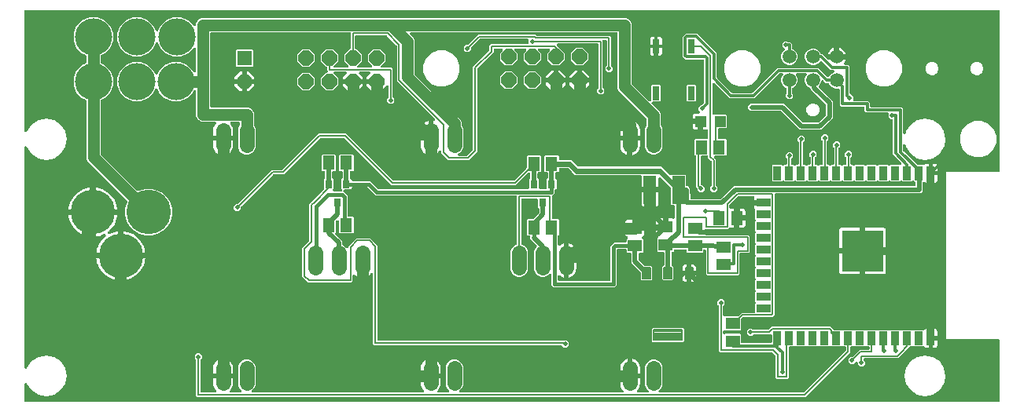
<source format=gtl>
G04 EAGLE Gerber RS-274X export*
G75*
%MOMM*%
%FSLAX34Y34*%
%LPD*%
%INTop Copper*%
%IPPOS*%
%AMOC8*
5,1,8,0,0,1.08239X$1,22.5*%
G01*
%ADD10R,1.300000X1.500000*%
%ADD11R,1.500000X1.300000*%
%ADD12R,1.340000X3.020000*%
%ADD13C,1.625600*%
%ADD14C,4.795519*%
%ADD15P,1.759533X8X202.500000*%
%ADD16R,0.800000X0.900000*%
%ADD17C,4.000000*%
%ADD18R,0.762000X1.524000*%
%ADD19C,1.500000*%
%ADD20R,0.900000X1.500000*%
%ADD21R,1.500000X0.900000*%
%ADD22R,4.500119X4.500119*%
%ADD23C,0.139500*%
%ADD24C,0.196500*%
%ADD25R,1.200000X1.200000*%
%ADD26P,1.731824X8X112.500000*%
%ADD27R,1.600000X1.600000*%
%ADD28C,1.270000*%
%ADD29C,0.812800*%
%ADD30C,0.304800*%
%ADD31C,0.508000*%
%ADD32C,0.609600*%
%ADD33C,0.502400*%
%ADD34C,0.152400*%
%ADD35C,0.200000*%
%ADD36C,0.406400*%
%ADD37C,0.203200*%

G36*
X1050602Y2004D02*
X1050602Y2004D01*
X1050628Y2002D01*
X1050775Y2024D01*
X1050922Y2041D01*
X1050947Y2049D01*
X1050973Y2053D01*
X1051111Y2108D01*
X1051250Y2158D01*
X1051272Y2172D01*
X1051297Y2182D01*
X1051418Y2267D01*
X1051543Y2347D01*
X1051561Y2366D01*
X1051583Y2381D01*
X1051682Y2491D01*
X1051785Y2598D01*
X1051799Y2620D01*
X1051816Y2640D01*
X1051888Y2770D01*
X1051964Y2897D01*
X1051972Y2922D01*
X1051985Y2945D01*
X1052025Y3088D01*
X1052070Y3229D01*
X1052072Y3255D01*
X1052080Y3280D01*
X1052099Y3524D01*
X1052099Y68326D01*
X1052096Y68352D01*
X1052098Y68378D01*
X1052076Y68525D01*
X1052059Y68672D01*
X1052051Y68697D01*
X1052047Y68723D01*
X1051992Y68861D01*
X1051942Y69000D01*
X1051928Y69022D01*
X1051918Y69047D01*
X1051833Y69168D01*
X1051753Y69293D01*
X1051734Y69311D01*
X1051719Y69333D01*
X1051609Y69432D01*
X1051502Y69535D01*
X1051480Y69549D01*
X1051460Y69566D01*
X1051330Y69638D01*
X1051203Y69714D01*
X1051178Y69722D01*
X1051155Y69735D01*
X1051012Y69775D01*
X1050871Y69820D01*
X1050845Y69822D01*
X1050820Y69830D01*
X1050576Y69849D01*
X994410Y69849D01*
X994409Y69850D01*
X994409Y250190D01*
X994410Y250191D01*
X1050576Y250191D01*
X1050602Y250194D01*
X1050628Y250192D01*
X1050775Y250214D01*
X1050922Y250231D01*
X1050947Y250239D01*
X1050973Y250243D01*
X1051111Y250298D01*
X1051250Y250348D01*
X1051272Y250362D01*
X1051297Y250372D01*
X1051418Y250457D01*
X1051543Y250537D01*
X1051561Y250556D01*
X1051583Y250571D01*
X1051682Y250681D01*
X1051785Y250788D01*
X1051799Y250810D01*
X1051816Y250830D01*
X1051888Y250960D01*
X1051964Y251087D01*
X1051972Y251112D01*
X1051985Y251135D01*
X1052025Y251278D01*
X1052070Y251419D01*
X1052072Y251445D01*
X1052080Y251470D01*
X1052099Y251714D01*
X1052099Y423706D01*
X1052096Y423732D01*
X1052098Y423758D01*
X1052076Y423905D01*
X1052059Y424052D01*
X1052051Y424077D01*
X1052047Y424103D01*
X1051992Y424241D01*
X1051942Y424380D01*
X1051928Y424402D01*
X1051918Y424427D01*
X1051833Y424548D01*
X1051753Y424673D01*
X1051734Y424691D01*
X1051719Y424713D01*
X1051609Y424812D01*
X1051502Y424915D01*
X1051480Y424929D01*
X1051460Y424946D01*
X1051330Y425018D01*
X1051203Y425094D01*
X1051178Y425102D01*
X1051155Y425115D01*
X1051012Y425155D01*
X1050871Y425200D01*
X1050845Y425202D01*
X1050820Y425210D01*
X1050576Y425229D01*
X3524Y425229D01*
X3498Y425226D01*
X3472Y425228D01*
X3325Y425206D01*
X3178Y425189D01*
X3153Y425181D01*
X3127Y425177D01*
X2989Y425122D01*
X2850Y425072D01*
X2828Y425058D01*
X2803Y425048D01*
X2682Y424963D01*
X2557Y424883D01*
X2539Y424864D01*
X2517Y424849D01*
X2418Y424739D01*
X2315Y424632D01*
X2301Y424610D01*
X2284Y424590D01*
X2212Y424460D01*
X2136Y424333D01*
X2128Y424308D01*
X2115Y424285D01*
X2075Y424142D01*
X2030Y424001D01*
X2028Y423975D01*
X2020Y423950D01*
X2001Y423706D01*
X2001Y294936D01*
X2009Y294861D01*
X2008Y294786D01*
X2029Y294688D01*
X2041Y294590D01*
X2066Y294519D01*
X2082Y294445D01*
X2125Y294355D01*
X2158Y294262D01*
X2199Y294198D01*
X2231Y294130D01*
X2293Y294052D01*
X2347Y293969D01*
X2401Y293916D01*
X2448Y293857D01*
X2526Y293796D01*
X2598Y293727D01*
X2662Y293688D01*
X2722Y293641D01*
X2812Y293599D01*
X2897Y293548D01*
X2969Y293525D01*
X3037Y293493D01*
X3134Y293472D01*
X3229Y293441D01*
X3304Y293435D01*
X3378Y293420D01*
X3477Y293421D01*
X3576Y293414D01*
X3651Y293425D01*
X3726Y293426D01*
X3823Y293450D01*
X3921Y293465D01*
X3991Y293493D01*
X4064Y293512D01*
X4152Y293557D01*
X4245Y293594D01*
X4307Y293637D01*
X4374Y293672D01*
X4449Y293736D01*
X4531Y293793D01*
X4581Y293849D01*
X4639Y293898D01*
X4733Y294017D01*
X4764Y294052D01*
X4773Y294068D01*
X4791Y294090D01*
X9705Y301445D01*
X16906Y306256D01*
X25400Y307946D01*
X33894Y306256D01*
X41095Y301445D01*
X45906Y294244D01*
X47596Y285750D01*
X47570Y285621D01*
X47570Y285620D01*
X47267Y284097D01*
X46964Y282574D01*
X46661Y281051D01*
X46661Y281050D01*
X46358Y279528D01*
X46358Y279527D01*
X46055Y278004D01*
X45906Y277256D01*
X41095Y270055D01*
X33894Y265244D01*
X25400Y263554D01*
X16906Y265244D01*
X9705Y270055D01*
X4791Y277410D01*
X4742Y277468D01*
X4701Y277531D01*
X4629Y277600D01*
X4565Y277676D01*
X4504Y277721D01*
X4450Y277773D01*
X4365Y277825D01*
X4285Y277884D01*
X4216Y277914D01*
X4151Y277952D01*
X4056Y277983D01*
X3965Y278022D01*
X3891Y278036D01*
X3819Y278059D01*
X3720Y278067D01*
X3622Y278084D01*
X3547Y278080D01*
X3472Y278086D01*
X3373Y278072D01*
X3274Y278067D01*
X3202Y278046D01*
X3127Y278035D01*
X3035Y277998D01*
X2939Y277971D01*
X2873Y277934D01*
X2803Y277906D01*
X2722Y277849D01*
X2635Y277801D01*
X2579Y277750D01*
X2517Y277707D01*
X2451Y277633D01*
X2377Y277566D01*
X2334Y277504D01*
X2284Y277448D01*
X2236Y277361D01*
X2179Y277280D01*
X2152Y277209D01*
X2115Y277143D01*
X2088Y277048D01*
X2052Y276955D01*
X2041Y276881D01*
X2020Y276808D01*
X2008Y276656D01*
X2001Y276610D01*
X2003Y276592D01*
X2001Y276564D01*
X2001Y39666D01*
X2009Y39591D01*
X2008Y39516D01*
X2029Y39418D01*
X2041Y39320D01*
X2066Y39249D01*
X2082Y39175D01*
X2125Y39085D01*
X2158Y38992D01*
X2199Y38928D01*
X2231Y38860D01*
X2293Y38782D01*
X2347Y38699D01*
X2401Y38646D01*
X2448Y38587D01*
X2526Y38526D01*
X2598Y38457D01*
X2662Y38418D01*
X2722Y38371D01*
X2812Y38329D01*
X2897Y38278D01*
X2969Y38255D01*
X3037Y38223D01*
X3134Y38202D01*
X3229Y38171D01*
X3304Y38165D01*
X3378Y38150D01*
X3477Y38151D01*
X3576Y38144D01*
X3651Y38155D01*
X3726Y38156D01*
X3823Y38180D01*
X3921Y38195D01*
X3991Y38223D01*
X4064Y38242D01*
X4152Y38287D01*
X4245Y38324D01*
X4307Y38367D01*
X4374Y38402D01*
X4449Y38466D01*
X4531Y38523D01*
X4581Y38579D01*
X4639Y38628D01*
X4733Y38747D01*
X4764Y38782D01*
X4773Y38798D01*
X4791Y38820D01*
X9705Y46175D01*
X16906Y50986D01*
X25400Y52676D01*
X33894Y50986D01*
X41095Y46175D01*
X45906Y38974D01*
X47596Y30480D01*
X47444Y29715D01*
X47444Y29714D01*
X47141Y28191D01*
X46838Y26668D01*
X46535Y25145D01*
X46535Y25144D01*
X46232Y23622D01*
X46232Y23621D01*
X45929Y22098D01*
X45906Y21986D01*
X41095Y14785D01*
X33894Y9974D01*
X25400Y8284D01*
X16906Y9974D01*
X9705Y14785D01*
X4791Y22140D01*
X4742Y22198D01*
X4701Y22261D01*
X4629Y22330D01*
X4565Y22406D01*
X4504Y22451D01*
X4450Y22503D01*
X4365Y22555D01*
X4285Y22614D01*
X4216Y22644D01*
X4151Y22682D01*
X4056Y22713D01*
X3965Y22752D01*
X3891Y22766D01*
X3819Y22789D01*
X3720Y22797D01*
X3622Y22814D01*
X3547Y22810D01*
X3472Y22816D01*
X3373Y22802D01*
X3274Y22797D01*
X3202Y22776D01*
X3127Y22765D01*
X3035Y22728D01*
X2939Y22701D01*
X2873Y22664D01*
X2803Y22636D01*
X2722Y22579D01*
X2635Y22531D01*
X2579Y22480D01*
X2517Y22437D01*
X2451Y22363D01*
X2377Y22296D01*
X2334Y22234D01*
X2284Y22178D01*
X2236Y22091D01*
X2179Y22010D01*
X2152Y21939D01*
X2115Y21873D01*
X2088Y21778D01*
X2052Y21685D01*
X2041Y21611D01*
X2020Y21538D01*
X2008Y21386D01*
X2001Y21340D01*
X2003Y21322D01*
X2001Y21294D01*
X2001Y3524D01*
X2004Y3498D01*
X2002Y3472D01*
X2024Y3325D01*
X2041Y3178D01*
X2049Y3153D01*
X2053Y3127D01*
X2108Y2989D01*
X2158Y2850D01*
X2172Y2828D01*
X2182Y2803D01*
X2267Y2682D01*
X2347Y2557D01*
X2366Y2539D01*
X2381Y2517D01*
X2491Y2418D01*
X2598Y2315D01*
X2620Y2301D01*
X2640Y2284D01*
X2770Y2212D01*
X2897Y2136D01*
X2922Y2128D01*
X2945Y2115D01*
X3088Y2075D01*
X3229Y2030D01*
X3255Y2028D01*
X3280Y2020D01*
X3524Y2001D01*
X1050576Y2001D01*
X1050602Y2004D01*
G37*
%LPC*%
G36*
X188289Y7619D02*
X188289Y7619D01*
X186959Y8949D01*
X186959Y47090D01*
X186945Y47216D01*
X186938Y47342D01*
X186925Y47388D01*
X186919Y47436D01*
X186877Y47555D01*
X186842Y47677D01*
X186818Y47719D01*
X186802Y47764D01*
X186733Y47871D01*
X186672Y47981D01*
X186632Y48027D01*
X186613Y48057D01*
X186578Y48091D01*
X186513Y48167D01*
X185447Y49233D01*
X185447Y52367D01*
X187663Y54583D01*
X190797Y54583D01*
X193013Y52367D01*
X193013Y49233D01*
X191947Y48167D01*
X191868Y48068D01*
X191784Y47974D01*
X191760Y47932D01*
X191730Y47894D01*
X191676Y47780D01*
X191615Y47669D01*
X191602Y47623D01*
X191581Y47579D01*
X191555Y47456D01*
X191520Y47334D01*
X191515Y47273D01*
X191508Y47238D01*
X191509Y47190D01*
X191501Y47090D01*
X191501Y13684D01*
X191504Y13658D01*
X191502Y13632D01*
X191524Y13485D01*
X191541Y13338D01*
X191549Y13313D01*
X191553Y13287D01*
X191608Y13149D01*
X191658Y13010D01*
X191672Y12988D01*
X191682Y12963D01*
X191767Y12842D01*
X191847Y12717D01*
X191866Y12699D01*
X191881Y12677D01*
X191991Y12578D01*
X192098Y12475D01*
X192120Y12461D01*
X192140Y12444D01*
X192270Y12372D01*
X192397Y12296D01*
X192422Y12288D01*
X192445Y12275D01*
X192588Y12235D01*
X192729Y12190D01*
X192755Y12188D01*
X192780Y12180D01*
X193024Y12161D01*
X207326Y12161D01*
X207426Y12172D01*
X207526Y12174D01*
X207598Y12192D01*
X207672Y12201D01*
X207767Y12234D01*
X207864Y12259D01*
X207930Y12293D01*
X208000Y12318D01*
X208085Y12373D01*
X208174Y12419D01*
X208231Y12467D01*
X208293Y12507D01*
X208363Y12579D01*
X208439Y12644D01*
X208484Y12704D01*
X208535Y12758D01*
X208587Y12844D01*
X208647Y12925D01*
X208676Y12993D01*
X208714Y13057D01*
X208745Y13152D01*
X208785Y13245D01*
X208798Y13318D01*
X208820Y13389D01*
X208828Y13489D01*
X208846Y13588D01*
X208842Y13662D01*
X208848Y13736D01*
X208833Y13835D01*
X208828Y13936D01*
X208808Y14007D01*
X208797Y14081D01*
X208759Y14174D01*
X208732Y14271D01*
X208695Y14336D01*
X208668Y14405D01*
X208611Y14487D01*
X208562Y14575D01*
X208496Y14651D01*
X208469Y14691D01*
X208442Y14715D01*
X208403Y14761D01*
X207762Y15402D01*
X206775Y16760D01*
X206013Y18257D01*
X205494Y19854D01*
X205231Y21512D01*
X205231Y27941D01*
X214884Y27941D01*
X214910Y27944D01*
X214936Y27942D01*
X215083Y27964D01*
X215230Y27981D01*
X215255Y27989D01*
X215281Y27993D01*
X215418Y28048D01*
X215558Y28098D01*
X215580Y28112D01*
X215605Y28122D01*
X215726Y28207D01*
X215851Y28287D01*
X215869Y28306D01*
X215891Y28321D01*
X215905Y28337D01*
X215990Y28255D01*
X216013Y28241D01*
X216032Y28224D01*
X216162Y28152D01*
X216289Y28076D01*
X216314Y28068D01*
X216337Y28055D01*
X216480Y28015D01*
X216621Y27970D01*
X216647Y27967D01*
X216672Y27960D01*
X216916Y27941D01*
X226569Y27941D01*
X226569Y21512D01*
X226306Y19854D01*
X225787Y18257D01*
X225025Y16760D01*
X224038Y15402D01*
X223397Y14761D01*
X223335Y14683D01*
X223265Y14610D01*
X223227Y14546D01*
X223180Y14488D01*
X223137Y14397D01*
X223086Y14311D01*
X223063Y14240D01*
X223031Y14173D01*
X223010Y14075D01*
X222980Y13979D01*
X222974Y13905D01*
X222958Y13832D01*
X222960Y13732D01*
X222952Y13632D01*
X222963Y13558D01*
X222964Y13484D01*
X222988Y13387D01*
X223003Y13287D01*
X223031Y13218D01*
X223049Y13146D01*
X223095Y13057D01*
X223132Y12963D01*
X223174Y12902D01*
X223209Y12836D01*
X223274Y12759D01*
X223331Y12677D01*
X223386Y12627D01*
X223434Y12571D01*
X223515Y12511D01*
X223590Y12444D01*
X223655Y12408D01*
X223715Y12363D01*
X223807Y12324D01*
X223895Y12275D01*
X223966Y12255D01*
X224035Y12225D01*
X224134Y12208D01*
X224230Y12180D01*
X224330Y12172D01*
X224378Y12164D01*
X224414Y12166D01*
X224474Y12161D01*
X234522Y12161D01*
X234622Y12172D01*
X234722Y12174D01*
X234794Y12192D01*
X234868Y12201D01*
X234963Y12234D01*
X235060Y12259D01*
X235126Y12293D01*
X235196Y12318D01*
X235281Y12373D01*
X235370Y12419D01*
X235427Y12467D01*
X235489Y12507D01*
X235559Y12579D01*
X235635Y12644D01*
X235680Y12704D01*
X235731Y12758D01*
X235783Y12844D01*
X235843Y12925D01*
X235872Y12993D01*
X235910Y13057D01*
X235941Y13153D01*
X235981Y13245D01*
X235994Y13318D01*
X236016Y13389D01*
X236024Y13489D01*
X236042Y13588D01*
X236038Y13662D01*
X236044Y13736D01*
X236029Y13836D01*
X236024Y13936D01*
X236004Y14007D01*
X235993Y14081D01*
X235956Y14174D01*
X235928Y14271D01*
X235891Y14336D01*
X235864Y14405D01*
X235807Y14487D01*
X235758Y14575D01*
X235692Y14651D01*
X235665Y14691D01*
X235639Y14715D01*
X235599Y14761D01*
X233332Y17028D01*
X231901Y20483D01*
X231901Y40477D01*
X233332Y43932D01*
X235976Y46576D01*
X239431Y48007D01*
X243169Y48007D01*
X246624Y46576D01*
X249268Y43932D01*
X250699Y40477D01*
X250699Y20483D01*
X249268Y17028D01*
X247001Y14761D01*
X246939Y14683D01*
X246869Y14610D01*
X246830Y14546D01*
X246784Y14488D01*
X246741Y14397D01*
X246690Y14311D01*
X246667Y14240D01*
X246635Y14173D01*
X246614Y14075D01*
X246584Y13979D01*
X246578Y13905D01*
X246562Y13832D01*
X246564Y13732D01*
X246556Y13632D01*
X246567Y13558D01*
X246568Y13484D01*
X246592Y13387D01*
X246607Y13287D01*
X246635Y13218D01*
X246653Y13146D01*
X246699Y13057D01*
X246736Y12963D01*
X246779Y12902D01*
X246813Y12836D01*
X246878Y12760D01*
X246935Y12677D01*
X246990Y12627D01*
X247038Y12571D01*
X247119Y12511D01*
X247194Y12444D01*
X247259Y12408D01*
X247319Y12363D01*
X247411Y12324D01*
X247499Y12275D01*
X247570Y12255D01*
X247639Y12225D01*
X247737Y12208D01*
X247834Y12180D01*
X247934Y12172D01*
X247982Y12164D01*
X248017Y12166D01*
X248078Y12161D01*
X430846Y12161D01*
X430946Y12172D01*
X431046Y12174D01*
X431118Y12192D01*
X431192Y12201D01*
X431287Y12234D01*
X431384Y12259D01*
X431450Y12293D01*
X431520Y12318D01*
X431605Y12373D01*
X431694Y12419D01*
X431751Y12467D01*
X431813Y12507D01*
X431883Y12579D01*
X431959Y12644D01*
X432004Y12704D01*
X432055Y12758D01*
X432107Y12844D01*
X432167Y12925D01*
X432196Y12993D01*
X432234Y13057D01*
X432265Y13152D01*
X432305Y13245D01*
X432318Y13318D01*
X432340Y13389D01*
X432348Y13489D01*
X432366Y13588D01*
X432362Y13662D01*
X432368Y13736D01*
X432353Y13835D01*
X432348Y13936D01*
X432328Y14007D01*
X432317Y14081D01*
X432279Y14174D01*
X432252Y14271D01*
X432215Y14336D01*
X432188Y14405D01*
X432131Y14487D01*
X432082Y14575D01*
X432016Y14651D01*
X431989Y14691D01*
X431962Y14715D01*
X431923Y14761D01*
X431282Y15402D01*
X430295Y16760D01*
X429533Y18257D01*
X429014Y19854D01*
X428751Y21512D01*
X428751Y27941D01*
X438404Y27941D01*
X438430Y27944D01*
X438456Y27942D01*
X438603Y27964D01*
X438750Y27981D01*
X438775Y27989D01*
X438801Y27993D01*
X438938Y28048D01*
X439078Y28098D01*
X439100Y28112D01*
X439125Y28122D01*
X439246Y28207D01*
X439371Y28287D01*
X439389Y28306D01*
X439411Y28321D01*
X439425Y28337D01*
X439510Y28255D01*
X439533Y28241D01*
X439552Y28224D01*
X439682Y28152D01*
X439809Y28076D01*
X439834Y28068D01*
X439857Y28055D01*
X440000Y28015D01*
X440141Y27970D01*
X440167Y27967D01*
X440192Y27960D01*
X440436Y27941D01*
X450089Y27941D01*
X450089Y21512D01*
X449826Y19854D01*
X449307Y18257D01*
X448545Y16760D01*
X447558Y15402D01*
X446917Y14761D01*
X446855Y14683D01*
X446785Y14610D01*
X446747Y14546D01*
X446700Y14488D01*
X446657Y14397D01*
X446606Y14311D01*
X446583Y14240D01*
X446551Y14173D01*
X446530Y14075D01*
X446500Y13979D01*
X446494Y13905D01*
X446478Y13832D01*
X446480Y13732D01*
X446472Y13632D01*
X446483Y13558D01*
X446484Y13484D01*
X446508Y13387D01*
X446523Y13287D01*
X446551Y13218D01*
X446569Y13146D01*
X446615Y13057D01*
X446652Y12963D01*
X446694Y12902D01*
X446729Y12836D01*
X446794Y12759D01*
X446851Y12677D01*
X446906Y12627D01*
X446954Y12571D01*
X447035Y12511D01*
X447110Y12444D01*
X447175Y12408D01*
X447235Y12363D01*
X447327Y12324D01*
X447415Y12275D01*
X447486Y12255D01*
X447555Y12225D01*
X447654Y12208D01*
X447750Y12180D01*
X447850Y12172D01*
X447898Y12164D01*
X447934Y12166D01*
X447994Y12161D01*
X458042Y12161D01*
X458142Y12172D01*
X458242Y12174D01*
X458314Y12192D01*
X458388Y12201D01*
X458483Y12234D01*
X458580Y12259D01*
X458646Y12293D01*
X458716Y12318D01*
X458801Y12373D01*
X458890Y12419D01*
X458947Y12467D01*
X459009Y12507D01*
X459079Y12579D01*
X459155Y12644D01*
X459200Y12704D01*
X459251Y12758D01*
X459303Y12844D01*
X459363Y12925D01*
X459392Y12993D01*
X459430Y13057D01*
X459461Y13153D01*
X459501Y13245D01*
X459514Y13318D01*
X459536Y13389D01*
X459544Y13489D01*
X459562Y13588D01*
X459558Y13662D01*
X459564Y13736D01*
X459549Y13836D01*
X459544Y13936D01*
X459524Y14007D01*
X459513Y14081D01*
X459476Y14174D01*
X459448Y14271D01*
X459411Y14336D01*
X459384Y14405D01*
X459327Y14487D01*
X459278Y14575D01*
X459212Y14651D01*
X459185Y14691D01*
X459159Y14715D01*
X459119Y14761D01*
X456852Y17028D01*
X455421Y20483D01*
X455421Y40477D01*
X456852Y43932D01*
X459496Y46576D01*
X462951Y48007D01*
X466689Y48007D01*
X470144Y46576D01*
X472788Y43932D01*
X474219Y40477D01*
X474219Y20483D01*
X472788Y17028D01*
X470521Y14761D01*
X470459Y14683D01*
X470389Y14610D01*
X470350Y14546D01*
X470304Y14488D01*
X470261Y14397D01*
X470210Y14311D01*
X470187Y14240D01*
X470155Y14173D01*
X470134Y14075D01*
X470104Y13979D01*
X470098Y13905D01*
X470082Y13832D01*
X470084Y13732D01*
X470076Y13632D01*
X470087Y13558D01*
X470088Y13484D01*
X470112Y13387D01*
X470127Y13287D01*
X470155Y13218D01*
X470173Y13146D01*
X470219Y13057D01*
X470256Y12963D01*
X470299Y12902D01*
X470333Y12836D01*
X470398Y12760D01*
X470455Y12677D01*
X470510Y12627D01*
X470558Y12571D01*
X470639Y12511D01*
X470714Y12444D01*
X470779Y12408D01*
X470839Y12363D01*
X470931Y12324D01*
X471019Y12275D01*
X471090Y12255D01*
X471159Y12225D01*
X471257Y12208D01*
X471354Y12180D01*
X471454Y12172D01*
X471502Y12164D01*
X471537Y12166D01*
X471598Y12161D01*
X645476Y12161D01*
X645576Y12172D01*
X645676Y12174D01*
X645748Y12192D01*
X645822Y12201D01*
X645917Y12234D01*
X646014Y12259D01*
X646080Y12293D01*
X646150Y12318D01*
X646235Y12373D01*
X646324Y12419D01*
X646381Y12467D01*
X646443Y12507D01*
X646513Y12579D01*
X646589Y12644D01*
X646634Y12704D01*
X646685Y12758D01*
X646737Y12844D01*
X646797Y12925D01*
X646826Y12993D01*
X646864Y13057D01*
X646895Y13152D01*
X646935Y13245D01*
X646948Y13318D01*
X646970Y13389D01*
X646978Y13489D01*
X646996Y13588D01*
X646992Y13662D01*
X646998Y13736D01*
X646983Y13835D01*
X646978Y13936D01*
X646958Y14007D01*
X646947Y14081D01*
X646909Y14174D01*
X646882Y14271D01*
X646845Y14336D01*
X646818Y14405D01*
X646761Y14487D01*
X646712Y14575D01*
X646646Y14651D01*
X646619Y14691D01*
X646592Y14715D01*
X646553Y14761D01*
X645912Y15402D01*
X644925Y16760D01*
X644163Y18257D01*
X643644Y19854D01*
X643381Y21512D01*
X643381Y27941D01*
X653034Y27941D01*
X653060Y27944D01*
X653086Y27942D01*
X653233Y27964D01*
X653380Y27981D01*
X653405Y27989D01*
X653431Y27993D01*
X653568Y28048D01*
X653708Y28098D01*
X653730Y28112D01*
X653755Y28122D01*
X653876Y28207D01*
X654001Y28287D01*
X654019Y28306D01*
X654041Y28321D01*
X654055Y28337D01*
X654140Y28255D01*
X654163Y28241D01*
X654182Y28224D01*
X654312Y28152D01*
X654439Y28076D01*
X654464Y28068D01*
X654487Y28055D01*
X654630Y28015D01*
X654771Y27970D01*
X654797Y27967D01*
X654822Y27960D01*
X655066Y27941D01*
X664719Y27941D01*
X664719Y21512D01*
X664456Y19854D01*
X663937Y18257D01*
X663175Y16760D01*
X662188Y15402D01*
X661547Y14761D01*
X661485Y14683D01*
X661415Y14610D01*
X661377Y14546D01*
X661330Y14488D01*
X661287Y14397D01*
X661236Y14311D01*
X661213Y14240D01*
X661181Y14173D01*
X661160Y14075D01*
X661130Y13979D01*
X661124Y13905D01*
X661108Y13832D01*
X661110Y13732D01*
X661102Y13632D01*
X661113Y13558D01*
X661114Y13484D01*
X661138Y13387D01*
X661153Y13287D01*
X661181Y13218D01*
X661199Y13146D01*
X661245Y13057D01*
X661282Y12963D01*
X661324Y12902D01*
X661359Y12836D01*
X661424Y12759D01*
X661481Y12677D01*
X661536Y12627D01*
X661584Y12571D01*
X661665Y12511D01*
X661740Y12444D01*
X661805Y12408D01*
X661865Y12363D01*
X661957Y12324D01*
X662045Y12275D01*
X662116Y12255D01*
X662185Y12225D01*
X662284Y12208D01*
X662380Y12180D01*
X662480Y12172D01*
X662528Y12164D01*
X662564Y12166D01*
X662624Y12161D01*
X672672Y12161D01*
X672772Y12172D01*
X672872Y12174D01*
X672944Y12192D01*
X673018Y12201D01*
X673113Y12234D01*
X673210Y12259D01*
X673276Y12293D01*
X673346Y12318D01*
X673431Y12373D01*
X673520Y12419D01*
X673577Y12467D01*
X673639Y12507D01*
X673709Y12579D01*
X673785Y12644D01*
X673830Y12704D01*
X673881Y12758D01*
X673933Y12844D01*
X673993Y12925D01*
X674022Y12993D01*
X674060Y13057D01*
X674091Y13153D01*
X674131Y13245D01*
X674144Y13318D01*
X674166Y13389D01*
X674174Y13489D01*
X674192Y13588D01*
X674188Y13662D01*
X674194Y13736D01*
X674179Y13836D01*
X674174Y13936D01*
X674154Y14007D01*
X674143Y14081D01*
X674106Y14174D01*
X674078Y14271D01*
X674041Y14336D01*
X674014Y14405D01*
X673957Y14487D01*
X673908Y14575D01*
X673842Y14651D01*
X673815Y14691D01*
X673789Y14715D01*
X673749Y14761D01*
X671482Y17028D01*
X670051Y20483D01*
X670051Y40477D01*
X671482Y43932D01*
X674126Y46576D01*
X677581Y48007D01*
X681319Y48007D01*
X684774Y46576D01*
X687418Y43932D01*
X688849Y40477D01*
X688849Y20483D01*
X687418Y17028D01*
X685151Y14761D01*
X685089Y14683D01*
X685019Y14610D01*
X684980Y14546D01*
X684934Y14488D01*
X684891Y14397D01*
X684840Y14311D01*
X684817Y14240D01*
X684785Y14173D01*
X684764Y14075D01*
X684734Y13979D01*
X684728Y13905D01*
X684712Y13832D01*
X684714Y13732D01*
X684706Y13632D01*
X684717Y13558D01*
X684718Y13484D01*
X684742Y13387D01*
X684757Y13287D01*
X684785Y13218D01*
X684803Y13146D01*
X684849Y13057D01*
X684886Y12963D01*
X684929Y12902D01*
X684963Y12836D01*
X685028Y12760D01*
X685085Y12677D01*
X685140Y12627D01*
X685188Y12571D01*
X685269Y12511D01*
X685344Y12444D01*
X685409Y12408D01*
X685469Y12363D01*
X685561Y12324D01*
X685649Y12275D01*
X685720Y12255D01*
X685789Y12225D01*
X685887Y12208D01*
X685984Y12180D01*
X686084Y12172D01*
X686132Y12164D01*
X686167Y12166D01*
X686228Y12161D01*
X840168Y12161D01*
X840294Y12175D01*
X840420Y12182D01*
X840467Y12195D01*
X840515Y12201D01*
X840634Y12243D01*
X840755Y12278D01*
X840797Y12302D01*
X840843Y12318D01*
X840949Y12387D01*
X841059Y12448D01*
X841106Y12488D01*
X841136Y12507D01*
X841169Y12542D01*
X841246Y12607D01*
X886281Y57642D01*
X886360Y57741D01*
X886444Y57835D01*
X886468Y57878D01*
X886498Y57915D01*
X886552Y58030D01*
X886613Y58140D01*
X886626Y58187D01*
X886647Y58231D01*
X886673Y58354D01*
X886708Y58476D01*
X886713Y58536D01*
X886720Y58571D01*
X886719Y58619D01*
X886727Y58720D01*
X886727Y60726D01*
X886724Y60752D01*
X886726Y60778D01*
X886704Y60925D01*
X886687Y61072D01*
X886679Y61097D01*
X886675Y61123D01*
X886620Y61261D01*
X886570Y61400D01*
X886556Y61422D01*
X886546Y61447D01*
X886461Y61568D01*
X886381Y61693D01*
X886362Y61711D01*
X886347Y61733D01*
X886237Y61832D01*
X886130Y61935D01*
X886108Y61949D01*
X886088Y61966D01*
X885958Y62038D01*
X885831Y62114D01*
X885806Y62122D01*
X885783Y62135D01*
X885640Y62175D01*
X885499Y62220D01*
X885473Y62222D01*
X885448Y62230D01*
X885204Y62249D01*
X883734Y62249D01*
X883487Y62496D01*
X883467Y62512D01*
X883450Y62532D01*
X883362Y62597D01*
X883305Y62648D01*
X883273Y62666D01*
X883214Y62712D01*
X883190Y62724D01*
X883169Y62739D01*
X883036Y62797D01*
X883000Y62816D01*
X882985Y62821D01*
X882899Y62861D01*
X882873Y62867D01*
X882849Y62877D01*
X882703Y62904D01*
X882558Y62935D01*
X882532Y62934D01*
X882506Y62939D01*
X882358Y62931D01*
X882210Y62929D01*
X882184Y62922D01*
X882158Y62921D01*
X882054Y62891D01*
X882053Y62891D01*
X882048Y62889D01*
X882016Y62880D01*
X881872Y62844D01*
X881848Y62832D01*
X881823Y62824D01*
X881745Y62781D01*
X881724Y62773D01*
X881682Y62746D01*
X881562Y62684D01*
X881542Y62667D01*
X881519Y62654D01*
X881454Y62598D01*
X881432Y62584D01*
X881407Y62559D01*
X881333Y62496D01*
X881086Y62249D01*
X871034Y62249D01*
X870787Y62496D01*
X870767Y62512D01*
X870750Y62532D01*
X870662Y62597D01*
X870605Y62648D01*
X870573Y62666D01*
X870514Y62712D01*
X870490Y62724D01*
X870469Y62739D01*
X870336Y62797D01*
X870300Y62816D01*
X870285Y62821D01*
X870199Y62861D01*
X870173Y62867D01*
X870149Y62877D01*
X870003Y62904D01*
X869858Y62935D01*
X869832Y62934D01*
X869806Y62939D01*
X869658Y62931D01*
X869510Y62929D01*
X869484Y62922D01*
X869458Y62921D01*
X869354Y62891D01*
X869353Y62891D01*
X869348Y62889D01*
X869316Y62880D01*
X869172Y62844D01*
X869148Y62832D01*
X869123Y62824D01*
X869045Y62781D01*
X869024Y62773D01*
X868982Y62746D01*
X868862Y62684D01*
X868842Y62667D01*
X868819Y62654D01*
X868754Y62598D01*
X868732Y62584D01*
X868707Y62559D01*
X868633Y62496D01*
X868386Y62249D01*
X858334Y62249D01*
X858087Y62496D01*
X858067Y62512D01*
X858050Y62532D01*
X857962Y62597D01*
X857905Y62648D01*
X857873Y62666D01*
X857814Y62712D01*
X857790Y62724D01*
X857769Y62739D01*
X857636Y62797D01*
X857600Y62816D01*
X857585Y62821D01*
X857499Y62861D01*
X857473Y62867D01*
X857449Y62877D01*
X857303Y62904D01*
X857158Y62935D01*
X857132Y62934D01*
X857106Y62939D01*
X856958Y62931D01*
X856810Y62929D01*
X856784Y62922D01*
X856758Y62921D01*
X856654Y62891D01*
X856653Y62891D01*
X856648Y62889D01*
X856616Y62880D01*
X856472Y62844D01*
X856448Y62832D01*
X856423Y62824D01*
X856345Y62781D01*
X856324Y62773D01*
X856282Y62746D01*
X856162Y62684D01*
X856142Y62667D01*
X856119Y62654D01*
X856054Y62598D01*
X856032Y62584D01*
X856007Y62559D01*
X855933Y62496D01*
X855686Y62249D01*
X845634Y62249D01*
X845387Y62496D01*
X845367Y62512D01*
X845350Y62532D01*
X845262Y62597D01*
X845205Y62648D01*
X845173Y62666D01*
X845114Y62712D01*
X845090Y62724D01*
X845069Y62739D01*
X844936Y62797D01*
X844900Y62816D01*
X844885Y62821D01*
X844799Y62861D01*
X844773Y62867D01*
X844749Y62877D01*
X844603Y62904D01*
X844458Y62935D01*
X844432Y62934D01*
X844406Y62939D01*
X844258Y62931D01*
X844110Y62929D01*
X844084Y62922D01*
X844058Y62921D01*
X843954Y62891D01*
X843953Y62891D01*
X843948Y62889D01*
X843916Y62880D01*
X843772Y62844D01*
X843748Y62832D01*
X843723Y62824D01*
X843645Y62781D01*
X843624Y62773D01*
X843582Y62746D01*
X843462Y62684D01*
X843442Y62667D01*
X843419Y62654D01*
X843354Y62598D01*
X843332Y62584D01*
X843307Y62559D01*
X843233Y62496D01*
X842986Y62249D01*
X832934Y62249D01*
X832687Y62496D01*
X832667Y62512D01*
X832650Y62532D01*
X832562Y62597D01*
X832505Y62648D01*
X832473Y62666D01*
X832414Y62712D01*
X832390Y62724D01*
X832369Y62739D01*
X832236Y62797D01*
X832200Y62816D01*
X832185Y62821D01*
X832099Y62861D01*
X832073Y62867D01*
X832049Y62877D01*
X831903Y62904D01*
X831758Y62935D01*
X831732Y62934D01*
X831706Y62939D01*
X831558Y62931D01*
X831410Y62929D01*
X831384Y62922D01*
X831358Y62921D01*
X831254Y62891D01*
X831253Y62891D01*
X831248Y62889D01*
X831216Y62880D01*
X831072Y62844D01*
X831048Y62832D01*
X831023Y62824D01*
X830945Y62781D01*
X830924Y62773D01*
X830882Y62746D01*
X830762Y62684D01*
X830742Y62667D01*
X830719Y62654D01*
X830654Y62598D01*
X830632Y62584D01*
X830607Y62559D01*
X830533Y62496D01*
X830286Y62249D01*
X826514Y62249D01*
X826488Y62246D01*
X826462Y62248D01*
X826315Y62226D01*
X826168Y62209D01*
X826143Y62201D01*
X826117Y62197D01*
X825979Y62142D01*
X825840Y62092D01*
X825818Y62078D01*
X825793Y62068D01*
X825672Y61983D01*
X825547Y61903D01*
X825529Y61884D01*
X825507Y61869D01*
X825408Y61759D01*
X825305Y61652D01*
X825291Y61630D01*
X825274Y61610D01*
X825202Y61480D01*
X825126Y61353D01*
X825118Y61328D01*
X825105Y61305D01*
X825065Y61162D01*
X825020Y61021D01*
X825018Y60995D01*
X825010Y60970D01*
X824991Y60726D01*
X824991Y28269D01*
X823661Y26939D01*
X811859Y26939D01*
X810529Y28269D01*
X810529Y51757D01*
X810515Y51879D01*
X810509Y52003D01*
X810495Y52052D01*
X810489Y52103D01*
X810448Y52219D01*
X810414Y52338D01*
X810389Y52383D01*
X810372Y52431D01*
X810305Y52535D01*
X810245Y52643D01*
X810203Y52692D01*
X810183Y52724D01*
X810149Y52757D01*
X810087Y52830D01*
X809931Y52987D01*
X809929Y52988D01*
X809927Y52991D01*
X808876Y54042D01*
X808828Y54100D01*
X807221Y55720D01*
X807120Y55801D01*
X807024Y55887D01*
X806984Y55909D01*
X806949Y55937D01*
X806832Y55993D01*
X806718Y56056D01*
X806675Y56068D01*
X806634Y56088D01*
X806508Y56115D01*
X806383Y56151D01*
X806327Y56155D01*
X806294Y56162D01*
X806245Y56162D01*
X806139Y56170D01*
X750899Y56170D01*
X749569Y57500D01*
X749569Y105510D01*
X749555Y105636D01*
X749548Y105762D01*
X749535Y105808D01*
X749529Y105856D01*
X749487Y105975D01*
X749452Y106097D01*
X749428Y106139D01*
X749412Y106184D01*
X749343Y106291D01*
X749282Y106401D01*
X749242Y106447D01*
X749223Y106477D01*
X749188Y106511D01*
X749123Y106587D01*
X748057Y107653D01*
X748057Y110787D01*
X750273Y113003D01*
X753407Y113003D01*
X755623Y110787D01*
X755623Y107653D01*
X754557Y106587D01*
X754478Y106488D01*
X754394Y106394D01*
X754370Y106352D01*
X754340Y106314D01*
X754286Y106200D01*
X754225Y106089D01*
X754212Y106043D01*
X754191Y105999D01*
X754165Y105876D01*
X754130Y105754D01*
X754125Y105693D01*
X754118Y105658D01*
X754119Y105610D01*
X754111Y105510D01*
X754111Y96015D01*
X754122Y95916D01*
X754124Y95815D01*
X754142Y95743D01*
X754151Y95669D01*
X754184Y95575D01*
X754209Y95477D01*
X754243Y95411D01*
X754268Y95341D01*
X754323Y95256D01*
X754369Y95167D01*
X754417Y95111D01*
X754457Y95048D01*
X754530Y94978D01*
X754595Y94902D01*
X754654Y94858D01*
X754708Y94806D01*
X754794Y94754D01*
X754875Y94695D01*
X754943Y94665D01*
X755007Y94627D01*
X755103Y94596D01*
X755195Y94557D01*
X755268Y94544D01*
X755339Y94521D01*
X755439Y94513D01*
X755538Y94495D01*
X755612Y94499D01*
X755686Y94493D01*
X755785Y94508D01*
X755886Y94513D01*
X755957Y94534D01*
X756031Y94545D01*
X756124Y94582D01*
X756221Y94610D01*
X756286Y94646D01*
X756355Y94673D01*
X756437Y94731D01*
X756455Y94741D01*
X769665Y94741D01*
X769745Y94750D01*
X769826Y94749D01*
X769918Y94770D01*
X770011Y94781D01*
X770087Y94808D01*
X770166Y94825D01*
X770251Y94866D01*
X770339Y94898D01*
X770407Y94942D01*
X770480Y94977D01*
X770591Y95060D01*
X770632Y95087D01*
X770648Y95103D01*
X770675Y95124D01*
X773338Y97484D01*
X773361Y97510D01*
X773405Y97547D01*
X773976Y98118D01*
X774782Y98069D01*
X774817Y98071D01*
X774874Y98067D01*
X787266Y98067D01*
X787292Y98070D01*
X787318Y98068D01*
X787465Y98090D01*
X787612Y98107D01*
X787637Y98115D01*
X787663Y98119D01*
X787801Y98174D01*
X787940Y98224D01*
X787962Y98238D01*
X787987Y98248D01*
X788108Y98333D01*
X788233Y98413D01*
X788251Y98432D01*
X788273Y98447D01*
X788372Y98557D01*
X788475Y98664D01*
X788489Y98686D01*
X788506Y98706D01*
X788578Y98836D01*
X788654Y98963D01*
X788662Y98988D01*
X788675Y99011D01*
X788715Y99154D01*
X788760Y99295D01*
X788762Y99321D01*
X788770Y99346D01*
X788789Y99590D01*
X788789Y107846D01*
X789036Y108093D01*
X789052Y108113D01*
X789072Y108130D01*
X789160Y108250D01*
X789252Y108366D01*
X789264Y108390D01*
X789279Y108411D01*
X789338Y108547D01*
X789401Y108681D01*
X789407Y108707D01*
X789417Y108731D01*
X789444Y108877D01*
X789475Y109022D01*
X789474Y109048D01*
X789479Y109074D01*
X789471Y109222D01*
X789469Y109370D01*
X789462Y109396D01*
X789461Y109422D01*
X789420Y109564D01*
X789384Y109708D01*
X789372Y109732D01*
X789364Y109757D01*
X789292Y109886D01*
X789224Y110018D01*
X789207Y110038D01*
X789194Y110061D01*
X789036Y110247D01*
X788789Y110494D01*
X788789Y120546D01*
X789036Y120793D01*
X789052Y120813D01*
X789072Y120830D01*
X789160Y120950D01*
X789252Y121066D01*
X789264Y121090D01*
X789279Y121111D01*
X789338Y121247D01*
X789401Y121381D01*
X789407Y121407D01*
X789417Y121431D01*
X789444Y121577D01*
X789475Y121722D01*
X789474Y121748D01*
X789479Y121774D01*
X789471Y121922D01*
X789469Y122070D01*
X789462Y122096D01*
X789461Y122122D01*
X789420Y122264D01*
X789384Y122408D01*
X789372Y122432D01*
X789364Y122457D01*
X789292Y122586D01*
X789224Y122718D01*
X789207Y122738D01*
X789194Y122761D01*
X789036Y122947D01*
X788789Y123194D01*
X788789Y133246D01*
X789036Y133493D01*
X789052Y133513D01*
X789072Y133530D01*
X789121Y133597D01*
X789122Y133597D01*
X789160Y133650D01*
X789252Y133766D01*
X789264Y133790D01*
X789279Y133811D01*
X789338Y133947D01*
X789401Y134081D01*
X789407Y134107D01*
X789417Y134131D01*
X789444Y134277D01*
X789475Y134422D01*
X789474Y134448D01*
X789479Y134474D01*
X789471Y134622D01*
X789469Y134770D01*
X789462Y134796D01*
X789461Y134822D01*
X789420Y134964D01*
X789384Y135108D01*
X789372Y135132D01*
X789364Y135157D01*
X789292Y135286D01*
X789224Y135418D01*
X789207Y135438D01*
X789194Y135461D01*
X789036Y135647D01*
X788789Y135894D01*
X788789Y145946D01*
X789036Y146193D01*
X789052Y146213D01*
X789072Y146230D01*
X789160Y146350D01*
X789252Y146466D01*
X789264Y146490D01*
X789279Y146511D01*
X789338Y146647D01*
X789401Y146781D01*
X789407Y146807D01*
X789417Y146831D01*
X789444Y146977D01*
X789475Y147122D01*
X789474Y147148D01*
X789479Y147174D01*
X789471Y147322D01*
X789469Y147470D01*
X789462Y147496D01*
X789461Y147522D01*
X789420Y147664D01*
X789384Y147808D01*
X789372Y147832D01*
X789364Y147857D01*
X789292Y147986D01*
X789224Y148118D01*
X789207Y148138D01*
X789194Y148161D01*
X789036Y148347D01*
X788789Y148594D01*
X788789Y158646D01*
X789036Y158893D01*
X789052Y158913D01*
X789072Y158930D01*
X789160Y159050D01*
X789252Y159166D01*
X789264Y159190D01*
X789279Y159211D01*
X789338Y159347D01*
X789401Y159481D01*
X789407Y159507D01*
X789417Y159531D01*
X789444Y159677D01*
X789475Y159822D01*
X789474Y159848D01*
X789479Y159874D01*
X789471Y160022D01*
X789469Y160170D01*
X789462Y160196D01*
X789461Y160222D01*
X789420Y160364D01*
X789384Y160508D01*
X789372Y160532D01*
X789364Y160557D01*
X789292Y160686D01*
X789224Y160818D01*
X789207Y160838D01*
X789194Y160861D01*
X789036Y161047D01*
X788789Y161294D01*
X788789Y171346D01*
X789036Y171593D01*
X789052Y171613D01*
X789072Y171630D01*
X789160Y171750D01*
X789252Y171866D01*
X789264Y171890D01*
X789279Y171911D01*
X789338Y172047D01*
X789401Y172181D01*
X789407Y172207D01*
X789417Y172231D01*
X789444Y172377D01*
X789475Y172522D01*
X789474Y172548D01*
X789479Y172574D01*
X789471Y172722D01*
X789469Y172870D01*
X789462Y172896D01*
X789461Y172922D01*
X789420Y173064D01*
X789384Y173208D01*
X789372Y173232D01*
X789364Y173257D01*
X789292Y173386D01*
X789224Y173518D01*
X789207Y173538D01*
X789194Y173561D01*
X789036Y173747D01*
X788789Y173994D01*
X788789Y184046D01*
X789036Y184293D01*
X789052Y184313D01*
X789072Y184330D01*
X789160Y184450D01*
X789252Y184566D01*
X789264Y184590D01*
X789279Y184611D01*
X789338Y184747D01*
X789401Y184881D01*
X789407Y184907D01*
X789417Y184931D01*
X789444Y185077D01*
X789475Y185222D01*
X789474Y185248D01*
X789479Y185274D01*
X789471Y185422D01*
X789469Y185570D01*
X789462Y185596D01*
X789461Y185622D01*
X789420Y185764D01*
X789384Y185908D01*
X789372Y185932D01*
X789364Y185957D01*
X789292Y186086D01*
X789224Y186218D01*
X789207Y186238D01*
X789194Y186261D01*
X789036Y186447D01*
X788789Y186694D01*
X788789Y196746D01*
X789036Y196993D01*
X789052Y197013D01*
X789072Y197030D01*
X789160Y197150D01*
X789252Y197266D01*
X789264Y197290D01*
X789279Y197311D01*
X789338Y197447D01*
X789401Y197581D01*
X789407Y197607D01*
X789417Y197631D01*
X789444Y197777D01*
X789475Y197922D01*
X789474Y197948D01*
X789479Y197974D01*
X789471Y198122D01*
X789469Y198270D01*
X789462Y198296D01*
X789461Y198322D01*
X789420Y198464D01*
X789384Y198608D01*
X789372Y198632D01*
X789364Y198657D01*
X789292Y198786D01*
X789224Y198918D01*
X789207Y198938D01*
X789194Y198961D01*
X789036Y199147D01*
X788789Y199394D01*
X788789Y209667D01*
X788775Y209792D01*
X788768Y209918D01*
X788755Y209965D01*
X788749Y210013D01*
X788707Y210132D01*
X788672Y210253D01*
X788648Y210295D01*
X788632Y210341D01*
X788563Y210447D01*
X788502Y210557D01*
X788462Y210604D01*
X788443Y210634D01*
X788408Y210667D01*
X788343Y210744D01*
X788027Y211060D01*
X787692Y211639D01*
X787519Y212285D01*
X787519Y214871D01*
X796834Y214871D01*
X796860Y214874D01*
X796886Y214872D01*
X797033Y214894D01*
X797180Y214911D01*
X797205Y214919D01*
X797231Y214923D01*
X797368Y214978D01*
X797508Y215028D01*
X797530Y215042D01*
X797555Y215052D01*
X797676Y215137D01*
X797801Y215217D01*
X797819Y215236D01*
X797841Y215251D01*
X797940Y215361D01*
X798043Y215468D01*
X798057Y215490D01*
X798074Y215510D01*
X798146Y215640D01*
X798222Y215767D01*
X798230Y215792D01*
X798243Y215815D01*
X798283Y215958D01*
X798328Y216099D01*
X798330Y216125D01*
X798337Y216150D01*
X798357Y216394D01*
X798357Y217846D01*
X798354Y217872D01*
X798356Y217898D01*
X798334Y218045D01*
X798317Y218192D01*
X798308Y218217D01*
X798304Y218243D01*
X798250Y218381D01*
X798200Y218520D01*
X798185Y218542D01*
X798176Y218567D01*
X798091Y218688D01*
X798011Y218813D01*
X797992Y218831D01*
X797977Y218853D01*
X797867Y218952D01*
X797760Y219055D01*
X797737Y219069D01*
X797718Y219086D01*
X797588Y219158D01*
X797461Y219234D01*
X797436Y219242D01*
X797413Y219255D01*
X797270Y219295D01*
X797129Y219340D01*
X797103Y219342D01*
X797078Y219350D01*
X796834Y219369D01*
X787519Y219369D01*
X787519Y221955D01*
X787664Y222496D01*
X787671Y222541D01*
X787683Y222577D01*
X787683Y222581D01*
X787687Y222595D01*
X787697Y222718D01*
X787715Y222841D01*
X787711Y222891D01*
X787715Y222942D01*
X787697Y223065D01*
X787687Y223188D01*
X787671Y223236D01*
X787664Y223287D01*
X787618Y223402D01*
X787580Y223520D01*
X787554Y223563D01*
X787535Y223611D01*
X787464Y223712D01*
X787401Y223818D01*
X787365Y223855D01*
X787336Y223897D01*
X787244Y223980D01*
X787158Y224069D01*
X787115Y224096D01*
X787077Y224130D01*
X786969Y224190D01*
X786865Y224257D01*
X786817Y224274D01*
X786772Y224299D01*
X786653Y224332D01*
X786537Y224374D01*
X786486Y224380D01*
X786437Y224394D01*
X786193Y224413D01*
X771326Y224413D01*
X771200Y224399D01*
X771074Y224392D01*
X771028Y224379D01*
X770980Y224373D01*
X770861Y224331D01*
X770739Y224296D01*
X770697Y224272D01*
X770652Y224256D01*
X770546Y224187D01*
X770435Y224126D01*
X770389Y224086D01*
X770359Y224067D01*
X770343Y224050D01*
X770341Y224049D01*
X770322Y224029D01*
X770249Y223967D01*
X761383Y215101D01*
X761304Y215002D01*
X761220Y214908D01*
X761196Y214866D01*
X761166Y214828D01*
X761112Y214714D01*
X761051Y214603D01*
X761038Y214557D01*
X761017Y214513D01*
X760991Y214390D01*
X760956Y214268D01*
X760951Y214207D01*
X760944Y214172D01*
X760945Y214124D01*
X760937Y214024D01*
X760937Y212224D01*
X760940Y212198D01*
X760938Y212172D01*
X760960Y212025D01*
X760977Y211878D01*
X760985Y211853D01*
X760989Y211827D01*
X761044Y211689D01*
X761094Y211550D01*
X761108Y211528D01*
X761118Y211503D01*
X761203Y211382D01*
X761283Y211257D01*
X761302Y211239D01*
X761317Y211217D01*
X761427Y211118D01*
X761534Y211015D01*
X761556Y211001D01*
X761576Y210984D01*
X761706Y210912D01*
X761833Y210836D01*
X761858Y210828D01*
X761881Y210815D01*
X762024Y210775D01*
X762165Y210730D01*
X762191Y210728D01*
X762216Y210720D01*
X762460Y210701D01*
X765913Y210701D01*
X765913Y202184D01*
X765916Y202158D01*
X765914Y202132D01*
X765936Y201985D01*
X765953Y201838D01*
X765961Y201813D01*
X765965Y201787D01*
X766020Y201649D01*
X766070Y201510D01*
X766084Y201488D01*
X766094Y201463D01*
X766179Y201342D01*
X766259Y201217D01*
X766278Y201199D01*
X766293Y201177D01*
X766403Y201078D01*
X766510Y200975D01*
X766532Y200961D01*
X766552Y200944D01*
X766682Y200872D01*
X766809Y200796D01*
X766834Y200788D01*
X766857Y200775D01*
X767000Y200735D01*
X767141Y200690D01*
X767167Y200688D01*
X767192Y200680D01*
X767436Y200661D01*
X768961Y200661D01*
X768961Y200659D01*
X767436Y200659D01*
X767410Y200656D01*
X767384Y200658D01*
X767237Y200636D01*
X767090Y200619D01*
X767065Y200610D01*
X767039Y200607D01*
X766901Y200552D01*
X766762Y200502D01*
X766740Y200488D01*
X766715Y200478D01*
X766594Y200393D01*
X766469Y200313D01*
X766451Y200294D01*
X766429Y200279D01*
X766330Y200169D01*
X766227Y200062D01*
X766213Y200040D01*
X766196Y200020D01*
X766124Y199890D01*
X766048Y199763D01*
X766040Y199738D01*
X766027Y199715D01*
X765987Y199572D01*
X765942Y199431D01*
X765940Y199405D01*
X765932Y199380D01*
X765913Y199136D01*
X765913Y190619D01*
X761968Y190619D01*
X761842Y190605D01*
X761716Y190598D01*
X761670Y190585D01*
X761622Y190579D01*
X761503Y190537D01*
X761381Y190502D01*
X761339Y190478D01*
X761294Y190462D01*
X761187Y190393D01*
X761077Y190332D01*
X761031Y190292D01*
X761001Y190273D01*
X760967Y190238D01*
X760891Y190173D01*
X759519Y188801D01*
X735464Y188801D01*
X735438Y188798D01*
X735412Y188800D01*
X735265Y188778D01*
X735118Y188761D01*
X735093Y188753D01*
X735067Y188749D01*
X734929Y188694D01*
X734790Y188644D01*
X734768Y188630D01*
X734743Y188620D01*
X734622Y188535D01*
X734497Y188455D01*
X734479Y188436D01*
X734457Y188421D01*
X734358Y188311D01*
X734255Y188204D01*
X734241Y188182D01*
X734224Y188162D01*
X734152Y188032D01*
X734076Y187905D01*
X734068Y187880D01*
X734055Y187857D01*
X734015Y187714D01*
X733970Y187573D01*
X733968Y187547D01*
X733960Y187522D01*
X733941Y187278D01*
X733941Y183824D01*
X733944Y183798D01*
X733942Y183771D01*
X733964Y183625D01*
X733981Y183477D01*
X733989Y183453D01*
X733993Y183427D01*
X734048Y183289D01*
X734098Y183149D01*
X734112Y183127D01*
X734122Y183103D01*
X734207Y182981D01*
X734287Y182857D01*
X734306Y182838D01*
X734321Y182817D01*
X734431Y182718D01*
X734538Y182614D01*
X734560Y182601D01*
X734580Y182583D01*
X734710Y182512D01*
X734837Y182436D01*
X734862Y182428D01*
X734885Y182415D01*
X735028Y182374D01*
X735169Y182329D01*
X735195Y182327D01*
X735220Y182320D01*
X735464Y182300D01*
X781610Y182300D01*
X782801Y181110D01*
X782801Y164424D01*
X781444Y163067D01*
X773176Y163067D01*
X773150Y163064D01*
X773124Y163066D01*
X772977Y163044D01*
X772830Y163027D01*
X772805Y163019D01*
X772779Y163015D01*
X772641Y162960D01*
X772502Y162910D01*
X772480Y162896D01*
X772455Y162886D01*
X772334Y162801D01*
X772209Y162721D01*
X772191Y162702D01*
X772169Y162687D01*
X772070Y162577D01*
X771967Y162470D01*
X771953Y162448D01*
X771936Y162428D01*
X771864Y162298D01*
X771788Y162171D01*
X771780Y162146D01*
X771767Y162123D01*
X771727Y161980D01*
X771682Y161839D01*
X771680Y161813D01*
X771672Y161788D01*
X771653Y161544D01*
X771653Y140305D01*
X770462Y139114D01*
X737028Y139114D01*
X735837Y140305D01*
X735837Y165506D01*
X735834Y165532D01*
X735836Y165558D01*
X735814Y165705D01*
X735797Y165852D01*
X735789Y165877D01*
X735785Y165903D01*
X735730Y166041D01*
X735680Y166180D01*
X735666Y166202D01*
X735656Y166227D01*
X735571Y166348D01*
X735491Y166473D01*
X735472Y166491D01*
X735457Y166513D01*
X735347Y166612D01*
X735240Y166715D01*
X735218Y166729D01*
X735198Y166746D01*
X735068Y166818D01*
X734941Y166894D01*
X734916Y166902D01*
X734893Y166915D01*
X734750Y166955D01*
X734609Y167000D01*
X734583Y167002D01*
X734558Y167010D01*
X734314Y167029D01*
X734194Y167029D01*
X734168Y167026D01*
X734142Y167028D01*
X733995Y167006D01*
X733848Y166989D01*
X733823Y166981D01*
X733797Y166977D01*
X733659Y166922D01*
X733520Y166872D01*
X733498Y166858D01*
X733473Y166848D01*
X733352Y166763D01*
X733227Y166683D01*
X733209Y166664D01*
X733187Y166649D01*
X733088Y166539D01*
X732985Y166432D01*
X732971Y166410D01*
X732954Y166390D01*
X732882Y166260D01*
X732806Y166133D01*
X732798Y166108D01*
X732785Y166085D01*
X732745Y165942D01*
X732700Y165801D01*
X732698Y165775D01*
X732690Y165750D01*
X732671Y165506D01*
X732671Y163814D01*
X731926Y163069D01*
X715874Y163069D01*
X715129Y163814D01*
X715129Y165506D01*
X715126Y165532D01*
X715128Y165558D01*
X715106Y165705D01*
X715089Y165852D01*
X715081Y165877D01*
X715077Y165903D01*
X715022Y166041D01*
X714972Y166180D01*
X714958Y166202D01*
X714948Y166227D01*
X714863Y166348D01*
X714783Y166473D01*
X714764Y166491D01*
X714749Y166513D01*
X714639Y166612D01*
X714532Y166715D01*
X714510Y166729D01*
X714490Y166746D01*
X714360Y166818D01*
X714233Y166894D01*
X714208Y166902D01*
X714185Y166915D01*
X714042Y166955D01*
X713901Y167000D01*
X713875Y167002D01*
X713850Y167010D01*
X713606Y167029D01*
X702444Y167029D01*
X702418Y167026D01*
X702392Y167028D01*
X702245Y167006D01*
X702098Y166989D01*
X702073Y166981D01*
X702047Y166977D01*
X701909Y166922D01*
X701770Y166872D01*
X701748Y166858D01*
X701723Y166848D01*
X701602Y166763D01*
X701477Y166683D01*
X701459Y166664D01*
X701437Y166649D01*
X701338Y166539D01*
X701235Y166432D01*
X701221Y166410D01*
X701204Y166390D01*
X701132Y166260D01*
X701056Y166133D01*
X701048Y166108D01*
X701035Y166085D01*
X700995Y165942D01*
X700950Y165801D01*
X700948Y165775D01*
X700940Y165750D01*
X700921Y165506D01*
X700921Y165084D01*
X700176Y164339D01*
X700024Y164339D01*
X699998Y164336D01*
X699972Y164338D01*
X699825Y164316D01*
X699678Y164299D01*
X699653Y164291D01*
X699627Y164287D01*
X699489Y164232D01*
X699350Y164182D01*
X699328Y164168D01*
X699303Y164158D01*
X699182Y164073D01*
X699057Y163993D01*
X699039Y163974D01*
X699017Y163959D01*
X698918Y163849D01*
X698815Y163742D01*
X698801Y163720D01*
X698784Y163700D01*
X698712Y163570D01*
X698636Y163443D01*
X698628Y163418D01*
X698615Y163395D01*
X698575Y163252D01*
X698530Y163111D01*
X698528Y163085D01*
X698520Y163060D01*
X698501Y162816D01*
X698501Y150744D01*
X698504Y150718D01*
X698502Y150692D01*
X698524Y150545D01*
X698541Y150398D01*
X698549Y150373D01*
X698553Y150347D01*
X698608Y150209D01*
X698658Y150070D01*
X698672Y150048D01*
X698682Y150023D01*
X698767Y149902D01*
X698847Y149777D01*
X698866Y149759D01*
X698881Y149737D01*
X698991Y149638D01*
X699098Y149535D01*
X699120Y149521D01*
X699140Y149504D01*
X699218Y149460D01*
X700611Y148068D01*
X700611Y134732D01*
X699458Y133579D01*
X689922Y133579D01*
X688769Y134732D01*
X688769Y148068D01*
X690165Y149463D01*
X690198Y149487D01*
X690323Y149567D01*
X690341Y149586D01*
X690363Y149601D01*
X690462Y149711D01*
X690565Y149818D01*
X690579Y149840D01*
X690596Y149860D01*
X690668Y149990D01*
X690744Y150117D01*
X690752Y150142D01*
X690765Y150165D01*
X690805Y150308D01*
X690850Y150449D01*
X690852Y150475D01*
X690860Y150500D01*
X690879Y150744D01*
X690879Y162816D01*
X690876Y162842D01*
X690878Y162868D01*
X690856Y163015D01*
X690839Y163162D01*
X690831Y163187D01*
X690827Y163213D01*
X690772Y163351D01*
X690722Y163490D01*
X690708Y163512D01*
X690698Y163537D01*
X690613Y163658D01*
X690533Y163783D01*
X690514Y163801D01*
X690499Y163823D01*
X690389Y163922D01*
X690282Y164025D01*
X690260Y164039D01*
X690240Y164056D01*
X690110Y164128D01*
X689983Y164204D01*
X689958Y164212D01*
X689935Y164225D01*
X689792Y164265D01*
X689651Y164310D01*
X689625Y164312D01*
X689600Y164320D01*
X689356Y164339D01*
X684124Y164339D01*
X683379Y165084D01*
X683379Y179136D01*
X684051Y179808D01*
X684083Y179848D01*
X684120Y179882D01*
X684191Y179984D01*
X684268Y180081D01*
X684289Y180127D01*
X684318Y180169D01*
X684364Y180284D01*
X684416Y180396D01*
X684427Y180446D01*
X684446Y180493D01*
X684464Y180616D01*
X684490Y180737D01*
X684489Y180788D01*
X684496Y180838D01*
X684486Y180962D01*
X684484Y181085D01*
X684471Y181135D01*
X684467Y181186D01*
X684429Y181303D01*
X684399Y181423D01*
X684375Y181469D01*
X684360Y181517D01*
X684296Y181623D01*
X684239Y181733D01*
X684206Y181772D01*
X684180Y181816D01*
X684094Y181904D01*
X684013Y181998D01*
X683972Y182029D01*
X683937Y182065D01*
X683735Y182204D01*
X683090Y182577D01*
X682617Y183050D01*
X682282Y183629D01*
X682109Y184275D01*
X682109Y188063D01*
X690626Y188063D01*
X690652Y188066D01*
X690678Y188064D01*
X690825Y188086D01*
X690972Y188103D01*
X690997Y188111D01*
X691023Y188115D01*
X691161Y188170D01*
X691300Y188220D01*
X691322Y188234D01*
X691347Y188244D01*
X691468Y188329D01*
X691593Y188409D01*
X691611Y188428D01*
X691633Y188443D01*
X691732Y188553D01*
X691835Y188660D01*
X691849Y188682D01*
X691866Y188702D01*
X691938Y188832D01*
X692014Y188959D01*
X692022Y188984D01*
X692035Y189007D01*
X692075Y189150D01*
X692120Y189291D01*
X692122Y189317D01*
X692130Y189342D01*
X692149Y189586D01*
X692149Y191111D01*
X693674Y191111D01*
X693700Y191114D01*
X693726Y191112D01*
X693873Y191134D01*
X694020Y191151D01*
X694045Y191160D01*
X694071Y191163D01*
X694209Y191218D01*
X694348Y191268D01*
X694370Y191282D01*
X694395Y191292D01*
X694516Y191377D01*
X694641Y191457D01*
X694659Y191476D01*
X694681Y191491D01*
X694780Y191601D01*
X694883Y191708D01*
X694897Y191730D01*
X694914Y191750D01*
X694986Y191880D01*
X695062Y192007D01*
X695070Y192032D01*
X695083Y192055D01*
X695123Y192198D01*
X695168Y192339D01*
X695170Y192365D01*
X695178Y192390D01*
X695197Y192634D01*
X695197Y200151D01*
X699985Y200151D01*
X700552Y199999D01*
X700602Y199991D01*
X700651Y199976D01*
X700774Y199966D01*
X700897Y199948D01*
X700947Y199952D01*
X700998Y199948D01*
X701121Y199966D01*
X701244Y199976D01*
X701292Y199992D01*
X701343Y199999D01*
X701458Y200045D01*
X701576Y200083D01*
X701619Y200109D01*
X701667Y200128D01*
X701768Y200199D01*
X701874Y200262D01*
X701911Y200298D01*
X701953Y200327D01*
X702036Y200419D01*
X702125Y200505D01*
X702152Y200548D01*
X702186Y200586D01*
X702246Y200694D01*
X702313Y200798D01*
X702330Y200846D01*
X702355Y200891D01*
X702388Y201010D01*
X702430Y201126D01*
X702436Y201177D01*
X702450Y201226D01*
X702469Y201470D01*
X702469Y213246D01*
X702466Y213272D01*
X702468Y213298D01*
X702446Y213445D01*
X702429Y213592D01*
X702421Y213617D01*
X702417Y213643D01*
X702362Y213781D01*
X702312Y213920D01*
X702298Y213942D01*
X702288Y213967D01*
X702203Y214088D01*
X702123Y214213D01*
X702104Y214231D01*
X702089Y214253D01*
X701979Y214352D01*
X701872Y214455D01*
X701850Y214469D01*
X701830Y214486D01*
X701700Y214558D01*
X701573Y214634D01*
X701548Y214642D01*
X701525Y214655D01*
X701382Y214695D01*
X701241Y214740D01*
X701215Y214742D01*
X701190Y214750D01*
X700946Y214769D01*
X699054Y214769D01*
X698309Y215514D01*
X698309Y232372D01*
X698295Y232498D01*
X698288Y232624D01*
X698275Y232670D01*
X698269Y232718D01*
X698227Y232837D01*
X698192Y232959D01*
X698168Y233001D01*
X698152Y233047D01*
X698083Y233153D01*
X698022Y233263D01*
X697982Y233309D01*
X697963Y233339D01*
X697928Y233373D01*
X697863Y233449D01*
X687321Y243991D01*
X687243Y244054D01*
X687170Y244124D01*
X687106Y244162D01*
X687048Y244208D01*
X686957Y244251D01*
X686871Y244302D01*
X686800Y244325D01*
X686733Y244357D01*
X686635Y244378D01*
X686539Y244409D01*
X686465Y244415D01*
X686392Y244430D01*
X686292Y244429D01*
X686192Y244437D01*
X686118Y244426D01*
X686044Y244424D01*
X685947Y244400D01*
X685847Y244385D01*
X685778Y244357D01*
X685706Y244339D01*
X685616Y244293D01*
X685523Y244256D01*
X685462Y244214D01*
X685396Y244180D01*
X685319Y244114D01*
X685237Y244057D01*
X685187Y244002D01*
X685131Y243954D01*
X685071Y243873D01*
X685004Y243798D01*
X684968Y243733D01*
X684923Y243674D01*
X684884Y243581D01*
X684835Y243493D01*
X684815Y243422D01*
X684785Y243353D01*
X684768Y243255D01*
X684740Y243158D01*
X684732Y243058D01*
X684724Y243010D01*
X684726Y242975D01*
X684721Y242914D01*
X684721Y234187D01*
X677004Y234187D01*
X676978Y234184D01*
X676952Y234186D01*
X676805Y234164D01*
X676658Y234147D01*
X676633Y234138D01*
X676607Y234135D01*
X676469Y234080D01*
X676330Y234030D01*
X676308Y234016D01*
X676283Y234006D01*
X676162Y233921D01*
X676037Y233841D01*
X676019Y233822D01*
X675997Y233807D01*
X675898Y233697D01*
X675795Y233590D01*
X675781Y233568D01*
X675764Y233548D01*
X675692Y233418D01*
X675616Y233291D01*
X675608Y233266D01*
X675595Y233243D01*
X675555Y233100D01*
X675510Y232959D01*
X675508Y232933D01*
X675500Y232908D01*
X675481Y232664D01*
X675481Y231139D01*
X675479Y231139D01*
X675479Y232664D01*
X675476Y232690D01*
X675478Y232716D01*
X675456Y232863D01*
X675439Y233010D01*
X675430Y233035D01*
X675427Y233061D01*
X675372Y233199D01*
X675322Y233338D01*
X675308Y233360D01*
X675298Y233385D01*
X675213Y233506D01*
X675133Y233631D01*
X675114Y233649D01*
X675099Y233671D01*
X674989Y233770D01*
X674882Y233873D01*
X674860Y233887D01*
X674840Y233904D01*
X674710Y233976D01*
X674583Y234052D01*
X674558Y234060D01*
X674535Y234073D01*
X674392Y234113D01*
X674251Y234158D01*
X674225Y234160D01*
X674200Y234168D01*
X673956Y234187D01*
X666239Y234187D01*
X666239Y245872D01*
X666236Y245898D01*
X666238Y245924D01*
X666216Y246071D01*
X666199Y246218D01*
X666191Y246243D01*
X666187Y246269D01*
X666132Y246407D01*
X666082Y246546D01*
X666068Y246568D01*
X666058Y246593D01*
X665973Y246714D01*
X665893Y246839D01*
X665874Y246857D01*
X665859Y246879D01*
X665749Y246978D01*
X665642Y247081D01*
X665620Y247095D01*
X665600Y247112D01*
X665470Y247184D01*
X665343Y247260D01*
X665318Y247268D01*
X665295Y247281D01*
X665152Y247321D01*
X665011Y247366D01*
X664985Y247368D01*
X664960Y247376D01*
X664716Y247395D01*
X594397Y247395D01*
X591421Y250371D01*
X587477Y254315D01*
X587378Y254394D01*
X587284Y254478D01*
X587242Y254502D01*
X587204Y254532D01*
X587090Y254586D01*
X586979Y254647D01*
X586933Y254660D01*
X586889Y254681D01*
X586766Y254707D01*
X586644Y254742D01*
X586583Y254747D01*
X586548Y254754D01*
X586500Y254753D01*
X586400Y254761D01*
X578864Y254761D01*
X578838Y254758D01*
X578812Y254760D01*
X578665Y254738D01*
X578518Y254721D01*
X578493Y254713D01*
X578467Y254709D01*
X578329Y254654D01*
X578190Y254604D01*
X578168Y254590D01*
X578143Y254580D01*
X578022Y254495D01*
X577897Y254415D01*
X577879Y254396D01*
X577857Y254381D01*
X577758Y254271D01*
X577655Y254164D01*
X577641Y254142D01*
X577624Y254122D01*
X577552Y253992D01*
X577476Y253865D01*
X577468Y253840D01*
X577455Y253817D01*
X577415Y253674D01*
X577370Y253533D01*
X577368Y253507D01*
X577360Y253482D01*
X577341Y253238D01*
X577341Y251054D01*
X576596Y250309D01*
X574904Y250309D01*
X574878Y250306D01*
X574852Y250308D01*
X574705Y250286D01*
X574558Y250269D01*
X574533Y250261D01*
X574507Y250257D01*
X574369Y250202D01*
X574230Y250152D01*
X574208Y250138D01*
X574183Y250128D01*
X574062Y250043D01*
X573937Y249963D01*
X573919Y249944D01*
X573897Y249929D01*
X573798Y249819D01*
X573695Y249712D01*
X573681Y249690D01*
X573664Y249670D01*
X573592Y249540D01*
X573516Y249413D01*
X573508Y249388D01*
X573495Y249365D01*
X573455Y249222D01*
X573410Y249081D01*
X573408Y249055D01*
X573400Y249030D01*
X573381Y248786D01*
X573381Y244447D01*
X573395Y244322D01*
X573402Y244196D01*
X573415Y244149D01*
X573421Y244101D01*
X573463Y243982D01*
X573498Y243861D01*
X573522Y243819D01*
X573538Y243773D01*
X573607Y243667D01*
X573668Y243556D01*
X573708Y243510D01*
X573727Y243480D01*
X573762Y243447D01*
X573827Y243370D01*
X574841Y242356D01*
X574841Y232304D01*
X574057Y231520D01*
X574050Y231519D01*
X574025Y231511D01*
X573999Y231507D01*
X573861Y231452D01*
X573722Y231402D01*
X573700Y231388D01*
X573675Y231378D01*
X573554Y231293D01*
X573429Y231213D01*
X573411Y231194D01*
X573389Y231179D01*
X573290Y231069D01*
X573187Y230962D01*
X573173Y230940D01*
X573156Y230920D01*
X573084Y230790D01*
X573008Y230663D01*
X573000Y230638D01*
X572987Y230615D01*
X572947Y230472D01*
X572902Y230331D01*
X572900Y230305D01*
X572892Y230280D01*
X572873Y230036D01*
X572873Y227232D01*
X570791Y225150D01*
X570762Y225140D01*
X570740Y225126D01*
X570715Y225116D01*
X570594Y225031D01*
X570469Y224951D01*
X570451Y224932D01*
X570429Y224917D01*
X570330Y224807D01*
X570227Y224700D01*
X570213Y224678D01*
X570196Y224658D01*
X570124Y224528D01*
X570048Y224401D01*
X570040Y224376D01*
X570027Y224353D01*
X569987Y224210D01*
X569942Y224069D01*
X569940Y224043D01*
X569932Y224018D01*
X569913Y223774D01*
X569913Y200794D01*
X569916Y200768D01*
X569914Y200742D01*
X569936Y200594D01*
X569953Y200448D01*
X569961Y200423D01*
X569965Y200397D01*
X570020Y200259D01*
X570070Y200120D01*
X570084Y200098D01*
X570094Y200073D01*
X570179Y199952D01*
X570259Y199827D01*
X570278Y199809D01*
X570293Y199787D01*
X570403Y199688D01*
X570510Y199585D01*
X570532Y199571D01*
X570552Y199554D01*
X570682Y199482D01*
X570809Y199406D01*
X570834Y199398D01*
X570857Y199385D01*
X571000Y199345D01*
X571141Y199300D01*
X571167Y199298D01*
X571192Y199290D01*
X571436Y199271D01*
X576596Y199271D01*
X577341Y198526D01*
X577341Y182474D01*
X576519Y181652D01*
X576440Y181553D01*
X576356Y181459D01*
X576332Y181417D01*
X576302Y181379D01*
X576248Y181265D01*
X576187Y181154D01*
X576174Y181107D01*
X576153Y181064D01*
X576127Y180940D01*
X576092Y180818D01*
X576087Y180758D01*
X576080Y180723D01*
X576081Y180675D01*
X576073Y180575D01*
X576073Y172417D01*
X576091Y172263D01*
X576104Y172109D01*
X576110Y172090D01*
X576113Y172071D01*
X576165Y171925D01*
X576214Y171778D01*
X576224Y171761D01*
X576230Y171743D01*
X576314Y171612D01*
X576395Y171480D01*
X576409Y171466D01*
X576419Y171450D01*
X576531Y171342D01*
X576639Y171232D01*
X576656Y171221D01*
X576670Y171208D01*
X576803Y171128D01*
X576934Y171045D01*
X576952Y171039D01*
X576969Y171029D01*
X577117Y170982D01*
X577263Y170931D01*
X577282Y170929D01*
X577301Y170923D01*
X577455Y170910D01*
X577610Y170894D01*
X577629Y170896D01*
X577648Y170895D01*
X577801Y170918D01*
X577956Y170937D01*
X577974Y170944D01*
X577993Y170947D01*
X578137Y171004D01*
X578283Y171058D01*
X578302Y171070D01*
X578317Y171075D01*
X578352Y171100D01*
X578491Y171185D01*
X579878Y172193D01*
X581375Y172955D01*
X582931Y173461D01*
X582931Y155956D01*
X582934Y155930D01*
X582932Y155904D01*
X582954Y155757D01*
X582971Y155610D01*
X582979Y155585D01*
X582983Y155559D01*
X583038Y155422D01*
X583088Y155282D01*
X583102Y155260D01*
X583112Y155235D01*
X583197Y155114D01*
X583277Y154989D01*
X583296Y154971D01*
X583311Y154949D01*
X583327Y154935D01*
X583245Y154850D01*
X583231Y154827D01*
X583214Y154808D01*
X583142Y154678D01*
X583066Y154551D01*
X583058Y154526D01*
X583045Y154503D01*
X583005Y154360D01*
X582960Y154219D01*
X582957Y154193D01*
X582950Y154168D01*
X582931Y153924D01*
X582931Y136419D01*
X581375Y136925D01*
X579878Y137687D01*
X578491Y138695D01*
X578356Y138771D01*
X578223Y138851D01*
X578205Y138857D01*
X578188Y138866D01*
X578039Y138910D01*
X577891Y138957D01*
X577872Y138959D01*
X577853Y138964D01*
X577698Y138973D01*
X577544Y138985D01*
X577525Y138982D01*
X577505Y138983D01*
X577352Y138956D01*
X577199Y138933D01*
X577181Y138926D01*
X577162Y138923D01*
X577019Y138862D01*
X576875Y138805D01*
X576859Y138794D01*
X576842Y138786D01*
X576716Y138694D01*
X576589Y138606D01*
X576576Y138591D01*
X576561Y138580D01*
X576459Y138462D01*
X576356Y138347D01*
X576346Y138330D01*
X576334Y138315D01*
X576262Y138178D01*
X576187Y138042D01*
X576182Y138023D01*
X576173Y138006D01*
X576135Y137856D01*
X576092Y137707D01*
X576090Y137683D01*
X576087Y137668D01*
X576086Y137625D01*
X576073Y137463D01*
X576073Y134366D01*
X576076Y134340D01*
X576074Y134314D01*
X576096Y134167D01*
X576113Y134020D01*
X576121Y133995D01*
X576125Y133969D01*
X576180Y133831D01*
X576230Y133692D01*
X576244Y133670D01*
X576254Y133645D01*
X576339Y133524D01*
X576419Y133399D01*
X576438Y133381D01*
X576453Y133359D01*
X576563Y133260D01*
X576670Y133157D01*
X576692Y133143D01*
X576712Y133126D01*
X576842Y133054D01*
X576969Y132978D01*
X576994Y132970D01*
X577017Y132957D01*
X577160Y132917D01*
X577301Y132872D01*
X577327Y132870D01*
X577352Y132862D01*
X577596Y132843D01*
X631444Y132843D01*
X631470Y132846D01*
X631496Y132844D01*
X631643Y132866D01*
X631790Y132883D01*
X631815Y132891D01*
X631841Y132895D01*
X631979Y132950D01*
X632118Y133000D01*
X632140Y133014D01*
X632165Y133024D01*
X632286Y133109D01*
X632411Y133189D01*
X632429Y133208D01*
X632451Y133223D01*
X632550Y133333D01*
X632653Y133440D01*
X632667Y133462D01*
X632684Y133482D01*
X632756Y133612D01*
X632832Y133739D01*
X632840Y133764D01*
X632853Y133787D01*
X632893Y133930D01*
X632938Y134071D01*
X632940Y134097D01*
X632948Y134122D01*
X632967Y134366D01*
X632967Y170278D01*
X636832Y174143D01*
X648836Y174143D01*
X648862Y174146D01*
X648888Y174144D01*
X649035Y174166D01*
X649182Y174183D01*
X649207Y174191D01*
X649233Y174195D01*
X649371Y174250D01*
X649510Y174300D01*
X649532Y174314D01*
X649557Y174324D01*
X649678Y174409D01*
X649803Y174489D01*
X649821Y174508D01*
X649843Y174523D01*
X649942Y174633D01*
X650045Y174740D01*
X650059Y174762D01*
X650076Y174782D01*
X650148Y174912D01*
X650224Y175039D01*
X650232Y175064D01*
X650245Y175087D01*
X650285Y175230D01*
X650330Y175371D01*
X650332Y175397D01*
X650340Y175422D01*
X650359Y175666D01*
X650359Y177866D01*
X651031Y178538D01*
X651063Y178578D01*
X651100Y178612D01*
X651171Y178714D01*
X651248Y178811D01*
X651269Y178857D01*
X651298Y178899D01*
X651344Y179014D01*
X651396Y179126D01*
X651407Y179176D01*
X651426Y179223D01*
X651444Y179346D01*
X651470Y179467D01*
X651469Y179518D01*
X651476Y179568D01*
X651466Y179692D01*
X651464Y179815D01*
X651451Y179865D01*
X651447Y179916D01*
X651409Y180033D01*
X651379Y180153D01*
X651355Y180199D01*
X651340Y180247D01*
X651276Y180353D01*
X651219Y180463D01*
X651186Y180502D01*
X651160Y180546D01*
X651074Y180634D01*
X650993Y180728D01*
X650952Y180759D01*
X650917Y180795D01*
X650715Y180934D01*
X650070Y181307D01*
X649597Y181780D01*
X649262Y182359D01*
X649089Y183005D01*
X649089Y186793D01*
X657606Y186793D01*
X657632Y186796D01*
X657658Y186794D01*
X657805Y186816D01*
X657952Y186833D01*
X657977Y186841D01*
X658003Y186845D01*
X658141Y186900D01*
X658280Y186950D01*
X658302Y186964D01*
X658327Y186974D01*
X658448Y187059D01*
X658573Y187139D01*
X658591Y187158D01*
X658613Y187173D01*
X658712Y187283D01*
X658815Y187390D01*
X658829Y187412D01*
X658846Y187432D01*
X658918Y187562D01*
X658994Y187689D01*
X659002Y187714D01*
X659015Y187737D01*
X659055Y187880D01*
X659100Y188021D01*
X659102Y188047D01*
X659110Y188072D01*
X659129Y188316D01*
X659129Y189841D01*
X659131Y189841D01*
X659131Y188316D01*
X659134Y188290D01*
X659132Y188264D01*
X659154Y188117D01*
X659171Y187970D01*
X659180Y187945D01*
X659183Y187919D01*
X659238Y187781D01*
X659288Y187642D01*
X659302Y187620D01*
X659312Y187595D01*
X659397Y187474D01*
X659477Y187349D01*
X659496Y187331D01*
X659511Y187309D01*
X659621Y187210D01*
X659728Y187107D01*
X659750Y187093D01*
X659770Y187076D01*
X659900Y187004D01*
X660027Y186928D01*
X660052Y186920D01*
X660075Y186907D01*
X660218Y186867D01*
X660359Y186822D01*
X660385Y186820D01*
X660410Y186812D01*
X660654Y186793D01*
X669171Y186793D01*
X669171Y183005D01*
X668998Y182359D01*
X668663Y181780D01*
X668190Y181307D01*
X667545Y180934D01*
X667504Y180904D01*
X667458Y180880D01*
X667364Y180800D01*
X667265Y180727D01*
X667232Y180688D01*
X667193Y180655D01*
X667119Y180555D01*
X667039Y180461D01*
X667016Y180415D01*
X666986Y180374D01*
X666937Y180261D01*
X666880Y180151D01*
X666868Y180101D01*
X666848Y180054D01*
X666826Y179933D01*
X666796Y179813D01*
X666795Y179762D01*
X666786Y179711D01*
X666792Y179588D01*
X666790Y179464D01*
X666801Y179414D01*
X666804Y179363D01*
X666838Y179245D01*
X666864Y179124D01*
X666886Y179077D01*
X666900Y179028D01*
X666961Y178921D01*
X667014Y178809D01*
X667046Y178769D01*
X667071Y178724D01*
X667229Y178538D01*
X667901Y177866D01*
X667901Y163814D01*
X667156Y163069D01*
X664464Y163069D01*
X664438Y163066D01*
X664412Y163068D01*
X664265Y163046D01*
X664118Y163029D01*
X664093Y163021D01*
X664067Y163017D01*
X663929Y162962D01*
X663790Y162912D01*
X663768Y162898D01*
X663743Y162888D01*
X663622Y162803D01*
X663497Y162723D01*
X663479Y162704D01*
X663457Y162689D01*
X663358Y162579D01*
X663255Y162472D01*
X663241Y162450D01*
X663224Y162430D01*
X663152Y162300D01*
X663076Y162173D01*
X663068Y162148D01*
X663055Y162125D01*
X663015Y161982D01*
X662970Y161841D01*
X662968Y161815D01*
X662960Y161790D01*
X662941Y161546D01*
X662941Y156269D01*
X662955Y156144D01*
X662962Y156018D01*
X662975Y155971D01*
X662981Y155923D01*
X663023Y155804D01*
X663058Y155683D01*
X663082Y155641D01*
X663098Y155595D01*
X663167Y155489D01*
X663228Y155379D01*
X663268Y155332D01*
X663287Y155302D01*
X663322Y155269D01*
X663387Y155192D01*
X668912Y149667D01*
X669011Y149588D01*
X669105Y149504D01*
X669147Y149480D01*
X669185Y149450D01*
X669299Y149396D01*
X669410Y149335D01*
X669457Y149322D01*
X669500Y149301D01*
X669624Y149275D01*
X669746Y149240D01*
X669806Y149235D01*
X669841Y149228D01*
X669889Y149229D01*
X669989Y149221D01*
X676558Y149221D01*
X677711Y148068D01*
X677711Y134732D01*
X676558Y133579D01*
X667022Y133579D01*
X665869Y134732D01*
X665869Y141301D01*
X665855Y141426D01*
X665848Y141552D01*
X665835Y141599D01*
X665829Y141647D01*
X665787Y141766D01*
X665752Y141887D01*
X665728Y141929D01*
X665712Y141975D01*
X665643Y142081D01*
X665582Y142191D01*
X665542Y142238D01*
X665523Y142268D01*
X665488Y142301D01*
X665423Y142378D01*
X657998Y149803D01*
X655319Y152482D01*
X655319Y161546D01*
X655316Y161572D01*
X655318Y161598D01*
X655296Y161745D01*
X655279Y161892D01*
X655271Y161917D01*
X655267Y161943D01*
X655212Y162081D01*
X655162Y162220D01*
X655148Y162242D01*
X655138Y162267D01*
X655053Y162388D01*
X654973Y162513D01*
X654954Y162531D01*
X654939Y162553D01*
X654829Y162652D01*
X654722Y162755D01*
X654700Y162769D01*
X654680Y162786D01*
X654550Y162858D01*
X654423Y162934D01*
X654398Y162942D01*
X654375Y162955D01*
X654232Y162995D01*
X654091Y163040D01*
X654065Y163042D01*
X654040Y163050D01*
X653796Y163069D01*
X651104Y163069D01*
X650359Y163814D01*
X650359Y166014D01*
X650356Y166040D01*
X650358Y166066D01*
X650336Y166213D01*
X650319Y166360D01*
X650311Y166385D01*
X650307Y166411D01*
X650252Y166549D01*
X650202Y166688D01*
X650188Y166710D01*
X650178Y166735D01*
X650093Y166856D01*
X650013Y166981D01*
X649994Y166999D01*
X649979Y167021D01*
X649869Y167120D01*
X649762Y167223D01*
X649740Y167237D01*
X649720Y167254D01*
X649590Y167326D01*
X649463Y167402D01*
X649438Y167410D01*
X649415Y167423D01*
X649272Y167463D01*
X649131Y167508D01*
X649105Y167510D01*
X649080Y167518D01*
X648836Y167537D01*
X641096Y167537D01*
X641070Y167534D01*
X641044Y167536D01*
X640897Y167514D01*
X640750Y167497D01*
X640725Y167489D01*
X640699Y167485D01*
X640561Y167430D01*
X640422Y167380D01*
X640400Y167366D01*
X640375Y167356D01*
X640254Y167271D01*
X640129Y167191D01*
X640111Y167172D01*
X640089Y167157D01*
X639990Y167047D01*
X639887Y166940D01*
X639873Y166918D01*
X639856Y166898D01*
X639784Y166768D01*
X639708Y166641D01*
X639700Y166616D01*
X639687Y166593D01*
X639647Y166450D01*
X639602Y166309D01*
X639600Y166283D01*
X639592Y166258D01*
X639573Y166014D01*
X639573Y128172D01*
X637638Y126237D01*
X571402Y126237D01*
X569467Y128172D01*
X569467Y139240D01*
X569456Y139340D01*
X569454Y139440D01*
X569436Y139512D01*
X569427Y139586D01*
X569394Y139681D01*
X569369Y139778D01*
X569335Y139844D01*
X569310Y139914D01*
X569255Y139999D01*
X569209Y140088D01*
X569161Y140145D01*
X569121Y140207D01*
X569049Y140277D01*
X568984Y140353D01*
X568924Y140398D01*
X568870Y140449D01*
X568784Y140501D01*
X568703Y140561D01*
X568635Y140590D01*
X568571Y140628D01*
X568475Y140659D01*
X568383Y140699D01*
X568310Y140712D01*
X568239Y140734D01*
X568139Y140742D01*
X568040Y140760D01*
X567966Y140756D01*
X567892Y140762D01*
X567792Y140747D01*
X567692Y140742D01*
X567621Y140722D01*
X567547Y140711D01*
X567454Y140674D01*
X567357Y140646D01*
X567292Y140609D01*
X567223Y140582D01*
X567141Y140525D01*
X567053Y140476D01*
X566977Y140410D01*
X566937Y140383D01*
X566913Y140357D01*
X566867Y140317D01*
X565394Y138844D01*
X561939Y137413D01*
X558201Y137413D01*
X554746Y138844D01*
X552102Y141488D01*
X550671Y144943D01*
X550671Y164937D01*
X552102Y168392D01*
X553208Y169498D01*
X553225Y169519D01*
X553245Y169536D01*
X553333Y169655D01*
X553425Y169771D01*
X553436Y169795D01*
X553452Y169816D01*
X553511Y169952D01*
X553574Y170086D01*
X553579Y170112D01*
X553590Y170136D01*
X553616Y170282D01*
X553647Y170427D01*
X553647Y170453D01*
X553652Y170479D01*
X553644Y170628D01*
X553641Y170775D01*
X553635Y170801D01*
X553634Y170827D01*
X553592Y170970D01*
X553556Y171113D01*
X553544Y171137D01*
X553537Y171162D01*
X553465Y171292D01*
X553397Y171423D01*
X553380Y171443D01*
X553367Y171466D01*
X553208Y171652D01*
X546759Y178102D01*
X546759Y180206D01*
X546756Y180232D01*
X546758Y180258D01*
X546736Y180405D01*
X546719Y180552D01*
X546711Y180577D01*
X546707Y180603D01*
X546652Y180741D01*
X546602Y180880D01*
X546588Y180902D01*
X546578Y180927D01*
X546494Y181048D01*
X546413Y181173D01*
X546394Y181191D01*
X546379Y181213D01*
X546269Y181312D01*
X546162Y181415D01*
X546140Y181429D01*
X546120Y181446D01*
X545990Y181518D01*
X545863Y181594D01*
X545838Y181602D01*
X545815Y181615D01*
X545672Y181655D01*
X545531Y181700D01*
X545505Y181702D01*
X545480Y181710D01*
X545236Y181729D01*
X543544Y181729D01*
X542799Y182474D01*
X542799Y198526D01*
X543544Y199271D01*
X548851Y199271D01*
X548976Y199285D01*
X549102Y199292D01*
X549149Y199305D01*
X549197Y199311D01*
X549316Y199353D01*
X549437Y199388D01*
X549479Y199412D01*
X549525Y199428D01*
X549631Y199497D01*
X549741Y199558D01*
X549788Y199598D01*
X549818Y199617D01*
X549851Y199652D01*
X549928Y199717D01*
X555813Y205602D01*
X555892Y205701D01*
X555976Y205795D01*
X556000Y205838D01*
X556030Y205875D01*
X556084Y205990D01*
X556145Y206100D01*
X556158Y206147D01*
X556179Y206190D01*
X556205Y206314D01*
X556240Y206436D01*
X556245Y206496D01*
X556252Y206531D01*
X556251Y206579D01*
X556259Y206679D01*
X556259Y210213D01*
X556245Y210338D01*
X556238Y210464D01*
X556225Y210511D01*
X556219Y210559D01*
X556177Y210678D01*
X556142Y210799D01*
X556118Y210841D01*
X556102Y210887D01*
X556033Y210993D01*
X555972Y211104D01*
X555932Y211150D01*
X555913Y211180D01*
X555878Y211213D01*
X555813Y211290D01*
X554799Y212304D01*
X554799Y220306D01*
X554796Y220332D01*
X554798Y220358D01*
X554776Y220505D01*
X554759Y220652D01*
X554751Y220677D01*
X554747Y220703D01*
X554692Y220841D01*
X554642Y220980D01*
X554628Y221002D01*
X554618Y221027D01*
X554533Y221148D01*
X554453Y221273D01*
X554434Y221291D01*
X554419Y221313D01*
X554309Y221412D01*
X554202Y221515D01*
X554180Y221529D01*
X554160Y221546D01*
X554030Y221618D01*
X553903Y221694D01*
X553878Y221702D01*
X553855Y221715D01*
X553712Y221755D01*
X553571Y221800D01*
X553545Y221802D01*
X553520Y221810D01*
X553276Y221829D01*
X538480Y221829D01*
X538454Y221826D01*
X538428Y221828D01*
X538281Y221806D01*
X538134Y221789D01*
X538109Y221781D01*
X538083Y221777D01*
X537945Y221722D01*
X537806Y221672D01*
X537784Y221658D01*
X537759Y221648D01*
X537638Y221563D01*
X537513Y221483D01*
X537495Y221464D01*
X537473Y221449D01*
X537374Y221339D01*
X537271Y221232D01*
X537257Y221210D01*
X537240Y221190D01*
X537168Y221060D01*
X537092Y220933D01*
X537084Y220908D01*
X537071Y220885D01*
X537031Y220742D01*
X536986Y220601D01*
X536984Y220575D01*
X536976Y220550D01*
X536957Y220306D01*
X536957Y173312D01*
X536965Y173236D01*
X536964Y173159D01*
X536985Y173063D01*
X536997Y172965D01*
X537022Y172894D01*
X537039Y172819D01*
X537081Y172730D01*
X537114Y172637D01*
X537156Y172573D01*
X537188Y172504D01*
X537250Y172427D01*
X537303Y172345D01*
X537358Y172291D01*
X537406Y172232D01*
X537483Y172171D01*
X537554Y172102D01*
X537619Y172063D01*
X537679Y172016D01*
X537812Y171948D01*
X537853Y171924D01*
X537871Y171918D01*
X537897Y171904D01*
X539994Y171036D01*
X542638Y168392D01*
X544069Y164937D01*
X544069Y144943D01*
X542638Y141488D01*
X539994Y138844D01*
X536539Y137413D01*
X532801Y137413D01*
X529346Y138844D01*
X526702Y141488D01*
X525271Y144943D01*
X525271Y164937D01*
X526702Y168392D01*
X529346Y171036D01*
X531443Y171904D01*
X531510Y171942D01*
X531581Y171970D01*
X531662Y172026D01*
X531748Y172074D01*
X531804Y172125D01*
X531867Y172169D01*
X531933Y172242D01*
X532006Y172308D01*
X532049Y172371D01*
X532100Y172427D01*
X532148Y172514D01*
X532204Y172595D01*
X532232Y172665D01*
X532269Y172733D01*
X532296Y172827D01*
X532332Y172919D01*
X532343Y172994D01*
X532364Y173068D01*
X532376Y173217D01*
X532383Y173264D01*
X532381Y173283D01*
X532383Y173312D01*
X532383Y223774D01*
X532380Y223800D01*
X532382Y223826D01*
X532360Y223973D01*
X532343Y224120D01*
X532335Y224145D01*
X532331Y224171D01*
X532276Y224309D01*
X532226Y224448D01*
X532212Y224470D01*
X532202Y224495D01*
X532117Y224616D01*
X532037Y224741D01*
X532018Y224759D01*
X532003Y224781D01*
X531893Y224880D01*
X531786Y224983D01*
X531764Y224997D01*
X531744Y225014D01*
X531614Y225086D01*
X531487Y225162D01*
X531462Y225170D01*
X531439Y225183D01*
X531296Y225223D01*
X531155Y225268D01*
X531129Y225270D01*
X531104Y225278D01*
X530860Y225297D01*
X379938Y225297D01*
X371654Y233581D01*
X371555Y233660D01*
X371462Y233744D01*
X371419Y233768D01*
X371381Y233798D01*
X371267Y233852D01*
X371157Y233913D01*
X371110Y233926D01*
X371066Y233947D01*
X370943Y233973D01*
X370821Y234008D01*
X370760Y234013D01*
X370726Y234020D01*
X370678Y234019D01*
X370577Y234027D01*
X355384Y234027D01*
X355358Y234024D01*
X355332Y234026D01*
X355185Y234004D01*
X355038Y233987D01*
X355013Y233979D01*
X354987Y233975D01*
X354849Y233920D01*
X354710Y233870D01*
X354688Y233856D01*
X354663Y233846D01*
X354542Y233761D01*
X354417Y233681D01*
X354399Y233662D01*
X354377Y233647D01*
X354278Y233537D01*
X354175Y233430D01*
X354161Y233408D01*
X354144Y233388D01*
X354072Y233258D01*
X353996Y233131D01*
X353988Y233106D01*
X353975Y233083D01*
X353935Y232940D01*
X353890Y232799D01*
X353888Y232773D01*
X353880Y232748D01*
X353861Y232504D01*
X353861Y232304D01*
X353116Y231559D01*
X346738Y231559D01*
X346638Y231548D01*
X346538Y231546D01*
X346466Y231528D01*
X346392Y231519D01*
X346297Y231486D01*
X346200Y231461D01*
X346134Y231427D01*
X346064Y231402D01*
X345979Y231347D01*
X345890Y231301D01*
X345833Y231253D01*
X345771Y231213D01*
X345701Y231141D01*
X345624Y231076D01*
X345580Y231016D01*
X345529Y230962D01*
X345477Y230876D01*
X345417Y230795D01*
X345388Y230727D01*
X345350Y230663D01*
X345319Y230567D01*
X345279Y230475D01*
X345266Y230402D01*
X345243Y230331D01*
X345235Y230231D01*
X345218Y230132D01*
X345221Y230058D01*
X345216Y229984D01*
X345230Y229884D01*
X345236Y229784D01*
X345256Y229713D01*
X345267Y229639D01*
X345304Y229546D01*
X345332Y229449D01*
X345368Y229384D01*
X345396Y229315D01*
X345453Y229233D01*
X345502Y229145D01*
X345567Y229069D01*
X345595Y229029D01*
X345621Y229005D01*
X345661Y228959D01*
X347568Y227052D01*
X349949Y224671D01*
X349949Y203334D01*
X349952Y203308D01*
X349950Y203282D01*
X349972Y203135D01*
X349989Y202988D01*
X349997Y202963D01*
X350001Y202937D01*
X350056Y202799D01*
X350106Y202660D01*
X350120Y202638D01*
X350130Y202613D01*
X350215Y202492D01*
X350295Y202367D01*
X350314Y202349D01*
X350329Y202327D01*
X350439Y202228D01*
X350546Y202125D01*
X350568Y202111D01*
X350588Y202094D01*
X350718Y202022D01*
X350845Y201946D01*
X350870Y201938D01*
X350893Y201925D01*
X351036Y201885D01*
X351177Y201840D01*
X351203Y201838D01*
X351228Y201830D01*
X351472Y201811D01*
X355616Y201811D01*
X356361Y201066D01*
X356361Y185014D01*
X355616Y184269D01*
X341564Y184269D01*
X340819Y185014D01*
X340819Y197133D01*
X340808Y197232D01*
X340806Y197333D01*
X340788Y197405D01*
X340779Y197479D01*
X340746Y197573D01*
X340721Y197671D01*
X340687Y197737D01*
X340662Y197807D01*
X340607Y197891D01*
X340561Y197981D01*
X340513Y198037D01*
X340473Y198100D01*
X340401Y198170D01*
X340336Y198246D01*
X340276Y198290D01*
X340222Y198342D01*
X340136Y198393D01*
X340055Y198453D01*
X339987Y198483D01*
X339923Y198521D01*
X339828Y198551D01*
X339735Y198591D01*
X339662Y198604D01*
X339591Y198627D01*
X339491Y198635D01*
X339392Y198653D01*
X339318Y198649D01*
X339244Y198655D01*
X339145Y198640D01*
X339044Y198635D01*
X338973Y198614D01*
X338899Y198603D01*
X338806Y198566D01*
X338709Y198538D01*
X338644Y198502D01*
X338575Y198475D01*
X338493Y198417D01*
X338405Y198368D01*
X338329Y198303D01*
X338289Y198276D01*
X338265Y198249D01*
X338219Y198210D01*
X337807Y197798D01*
X337728Y197699D01*
X337644Y197605D01*
X337620Y197562D01*
X337590Y197525D01*
X337536Y197410D01*
X337475Y197300D01*
X337462Y197253D01*
X337441Y197210D01*
X337415Y197086D01*
X337380Y196964D01*
X337375Y196904D01*
X337368Y196869D01*
X337369Y196821D01*
X337361Y196721D01*
X337361Y185014D01*
X337120Y184773D01*
X337104Y184753D01*
X337084Y184736D01*
X336996Y184616D01*
X336904Y184500D01*
X336892Y184476D01*
X336877Y184455D01*
X336818Y184319D01*
X336755Y184185D01*
X336749Y184159D01*
X336739Y184135D01*
X336713Y183989D01*
X336681Y183844D01*
X336682Y183818D01*
X336677Y183792D01*
X336685Y183644D01*
X336687Y183496D01*
X336694Y183470D01*
X336695Y183444D01*
X336736Y183301D01*
X336772Y183158D01*
X336784Y183135D01*
X336792Y183109D01*
X336864Y182980D01*
X336932Y182848D01*
X336949Y182828D01*
X336962Y182805D01*
X337120Y182619D01*
X344171Y175568D01*
X344171Y172680D01*
X344179Y172605D01*
X344178Y172528D01*
X344199Y172432D01*
X344211Y172334D01*
X344236Y172262D01*
X344253Y172188D01*
X344295Y172099D01*
X344328Y172006D01*
X344370Y171942D01*
X344402Y171873D01*
X344464Y171796D01*
X344517Y171713D01*
X344572Y171660D01*
X344620Y171600D01*
X344697Y171540D01*
X344768Y171471D01*
X344833Y171432D01*
X344893Y171385D01*
X345026Y171316D01*
X345067Y171292D01*
X345085Y171286D01*
X345111Y171273D01*
X345684Y171036D01*
X348173Y168547D01*
X348251Y168485D01*
X348324Y168415D01*
X348388Y168376D01*
X348446Y168330D01*
X348537Y168287D01*
X348623Y168236D01*
X348694Y168213D01*
X348761Y168181D01*
X348859Y168160D01*
X348955Y168130D01*
X349029Y168124D01*
X349102Y168108D01*
X349202Y168110D01*
X349302Y168102D01*
X349376Y168113D01*
X349450Y168114D01*
X349547Y168138D01*
X349647Y168153D01*
X349716Y168181D01*
X349788Y168199D01*
X349877Y168245D01*
X349971Y168282D01*
X350032Y168325D01*
X350098Y168359D01*
X350174Y168424D01*
X350257Y168481D01*
X350307Y168536D01*
X350363Y168584D01*
X350423Y168665D01*
X350490Y168740D01*
X350526Y168805D01*
X350571Y168865D01*
X350610Y168957D01*
X350659Y169045D01*
X350679Y169116D01*
X350709Y169185D01*
X350726Y169283D01*
X350754Y169380D01*
X350762Y169480D01*
X350770Y169528D01*
X350768Y169563D01*
X350773Y169624D01*
X350773Y170256D01*
X359334Y178817D01*
X374327Y178817D01*
X381905Y171239D01*
X381905Y69850D01*
X381908Y69824D01*
X381906Y69798D01*
X381928Y69651D01*
X381945Y69504D01*
X381954Y69479D01*
X381958Y69453D01*
X382013Y69315D01*
X382063Y69176D01*
X382077Y69154D01*
X382087Y69129D01*
X382171Y69008D01*
X382252Y68883D01*
X382271Y68865D01*
X382286Y68843D01*
X382395Y68744D01*
X382502Y68641D01*
X382525Y68627D01*
X382544Y68610D01*
X382674Y68538D01*
X382801Y68462D01*
X382826Y68454D01*
X382849Y68441D01*
X382992Y68401D01*
X383133Y68356D01*
X383159Y68354D01*
X383185Y68346D01*
X383429Y68327D01*
X581776Y68327D01*
X581902Y68341D01*
X582028Y68348D01*
X582074Y68361D01*
X582122Y68367D01*
X582241Y68409D01*
X582363Y68444D01*
X582405Y68468D01*
X582450Y68484D01*
X582557Y68553D01*
X585767Y68553D01*
X587983Y66337D01*
X587983Y63203D01*
X585767Y60987D01*
X582633Y60987D01*
X580313Y63307D01*
X580214Y63386D01*
X580120Y63470D01*
X580078Y63494D01*
X580040Y63524D01*
X579926Y63578D01*
X579815Y63639D01*
X579769Y63652D01*
X579725Y63673D01*
X579602Y63699D01*
X579480Y63734D01*
X579419Y63739D01*
X579384Y63746D01*
X579336Y63745D01*
X579236Y63753D01*
X378671Y63753D01*
X377332Y65093D01*
X377332Y139900D01*
X377327Y139946D01*
X377329Y139991D01*
X377307Y140118D01*
X377292Y140247D01*
X377277Y140290D01*
X377269Y140334D01*
X377218Y140453D01*
X377174Y140575D01*
X377150Y140613D01*
X377132Y140655D01*
X377055Y140759D01*
X376985Y140868D01*
X376953Y140899D01*
X376926Y140936D01*
X376828Y141020D01*
X376735Y141110D01*
X376696Y141133D01*
X376661Y141163D01*
X376546Y141222D01*
X376436Y141289D01*
X376392Y141302D01*
X376352Y141324D01*
X376227Y141356D01*
X376104Y141395D01*
X376058Y141398D01*
X376014Y141410D01*
X375885Y141412D01*
X375756Y141423D01*
X375711Y141416D01*
X375666Y141417D01*
X375540Y141390D01*
X375412Y141371D01*
X375369Y141354D01*
X375325Y141345D01*
X375208Y141290D01*
X375088Y141242D01*
X375050Y141216D01*
X375009Y141197D01*
X374908Y141117D01*
X374802Y141043D01*
X374771Y141010D01*
X374735Y140981D01*
X374576Y140796D01*
X373898Y139862D01*
X372710Y138674D01*
X371352Y137687D01*
X369855Y136925D01*
X368299Y136419D01*
X368299Y153924D01*
X368296Y153950D01*
X368298Y153976D01*
X368276Y154123D01*
X368259Y154270D01*
X368251Y154295D01*
X368247Y154321D01*
X368192Y154458D01*
X368142Y154598D01*
X368128Y154620D01*
X368118Y154645D01*
X368033Y154766D01*
X367953Y154891D01*
X367934Y154909D01*
X367919Y154931D01*
X367809Y155030D01*
X367702Y155133D01*
X367680Y155147D01*
X367660Y155164D01*
X367530Y155236D01*
X367403Y155312D01*
X367378Y155320D01*
X367355Y155333D01*
X367212Y155373D01*
X367071Y155418D01*
X367045Y155420D01*
X367020Y155427D01*
X366776Y155447D01*
X364744Y155447D01*
X364718Y155444D01*
X364692Y155446D01*
X364545Y155424D01*
X364398Y155407D01*
X364373Y155398D01*
X364347Y155394D01*
X364209Y155340D01*
X364070Y155290D01*
X364048Y155275D01*
X364023Y155266D01*
X363902Y155181D01*
X363777Y155101D01*
X363759Y155082D01*
X363737Y155067D01*
X363638Y154957D01*
X363535Y154850D01*
X363521Y154827D01*
X363504Y154808D01*
X363432Y154678D01*
X363356Y154551D01*
X363348Y154526D01*
X363335Y154503D01*
X363295Y154360D01*
X363250Y154219D01*
X363247Y154193D01*
X363240Y154168D01*
X363221Y153924D01*
X363221Y136419D01*
X361665Y136925D01*
X360168Y137687D01*
X358810Y138674D01*
X357947Y139537D01*
X357868Y139600D01*
X357796Y139669D01*
X357732Y139707D01*
X357674Y139754D01*
X357583Y139797D01*
X357497Y139848D01*
X357426Y139871D01*
X357359Y139903D01*
X357261Y139924D01*
X357165Y139954D01*
X357091Y139960D01*
X357018Y139976D01*
X356918Y139974D01*
X356818Y139982D01*
X356744Y139971D01*
X356670Y139970D01*
X356573Y139946D01*
X356473Y139931D01*
X356404Y139903D01*
X356332Y139885D01*
X356243Y139839D01*
X356149Y139802D01*
X356088Y139760D01*
X356022Y139725D01*
X355945Y139660D01*
X355863Y139603D01*
X355813Y139548D01*
X355757Y139500D01*
X355697Y139419D01*
X355630Y139344D01*
X355594Y139279D01*
X355549Y139219D01*
X355510Y139127D01*
X355461Y139039D01*
X355441Y138968D01*
X355411Y138899D01*
X355394Y138800D01*
X355366Y138704D01*
X355358Y138604D01*
X355350Y138556D01*
X355352Y138520D01*
X355347Y138460D01*
X355347Y132403D01*
X354007Y131063D01*
X307264Y131063D01*
X305479Y132849D01*
X303029Y135299D01*
X301243Y137084D01*
X301243Y168587D01*
X308417Y175761D01*
X308496Y175860D01*
X308580Y175954D01*
X308604Y175996D01*
X308634Y176034D01*
X308688Y176148D01*
X308749Y176259D01*
X308762Y176306D01*
X308783Y176349D01*
X308809Y176473D01*
X308844Y176594D01*
X308849Y176655D01*
X308856Y176690D01*
X308855Y176738D01*
X308863Y176838D01*
X308863Y215528D01*
X312716Y219381D01*
X312721Y219387D01*
X312730Y219395D01*
X323887Y230844D01*
X323958Y230936D01*
X324036Y231023D01*
X324064Y231074D01*
X324100Y231120D01*
X324149Y231226D01*
X324205Y231328D01*
X324221Y231384D01*
X324245Y231437D01*
X324268Y231551D01*
X324300Y231664D01*
X324306Y231738D01*
X324314Y231779D01*
X324312Y231823D01*
X324319Y231907D01*
X324319Y242356D01*
X325333Y243370D01*
X325412Y243469D01*
X325496Y243563D01*
X325520Y243605D01*
X325550Y243643D01*
X325604Y243757D01*
X325665Y243868D01*
X325678Y243915D01*
X325699Y243958D01*
X325725Y244082D01*
X325760Y244204D01*
X325765Y244264D01*
X325772Y244299D01*
X325771Y244347D01*
X325779Y244447D01*
X325779Y250056D01*
X325776Y250082D01*
X325778Y250108D01*
X325756Y250255D01*
X325739Y250402D01*
X325731Y250427D01*
X325727Y250453D01*
X325672Y250591D01*
X325622Y250730D01*
X325608Y250752D01*
X325598Y250777D01*
X325513Y250898D01*
X325433Y251023D01*
X325414Y251041D01*
X325399Y251063D01*
X325289Y251162D01*
X325182Y251265D01*
X325160Y251279D01*
X325140Y251296D01*
X325010Y251368D01*
X324883Y251444D01*
X324858Y251452D01*
X324835Y251465D01*
X324692Y251505D01*
X324551Y251550D01*
X324525Y251552D01*
X324500Y251560D01*
X324256Y251579D01*
X322564Y251579D01*
X321819Y252324D01*
X321819Y268376D01*
X322564Y269121D01*
X336616Y269121D01*
X337361Y268376D01*
X337361Y252324D01*
X336616Y251579D01*
X334924Y251579D01*
X334898Y251576D01*
X334872Y251578D01*
X334725Y251556D01*
X334578Y251539D01*
X334553Y251531D01*
X334527Y251527D01*
X334389Y251472D01*
X334250Y251422D01*
X334228Y251408D01*
X334203Y251398D01*
X334082Y251313D01*
X333957Y251233D01*
X333939Y251214D01*
X333917Y251199D01*
X333818Y251089D01*
X333715Y250982D01*
X333701Y250960D01*
X333684Y250940D01*
X333612Y250810D01*
X333536Y250683D01*
X333528Y250658D01*
X333515Y250635D01*
X333475Y250492D01*
X333430Y250351D01*
X333428Y250325D01*
X333420Y250300D01*
X333401Y250056D01*
X333401Y244447D01*
X333415Y244322D01*
X333422Y244196D01*
X333435Y244149D01*
X333441Y244101D01*
X333483Y243982D01*
X333518Y243861D01*
X333542Y243819D01*
X333558Y243773D01*
X333627Y243667D01*
X333688Y243556D01*
X333728Y243510D01*
X333747Y243480D01*
X333782Y243447D01*
X333847Y243370D01*
X334861Y242356D01*
X334861Y232304D01*
X334520Y231963D01*
X334458Y231884D01*
X334388Y231812D01*
X334350Y231748D01*
X334304Y231690D01*
X334261Y231599D01*
X334209Y231513D01*
X334186Y231442D01*
X334155Y231375D01*
X334133Y231277D01*
X334103Y231181D01*
X334097Y231107D01*
X334081Y231034D01*
X334083Y230934D01*
X334075Y230834D01*
X334086Y230760D01*
X334087Y230686D01*
X334112Y230589D01*
X334127Y230489D01*
X334154Y230420D01*
X334172Y230348D01*
X334218Y230259D01*
X334255Y230165D01*
X334298Y230104D01*
X334332Y230038D01*
X334397Y229961D01*
X334454Y229879D01*
X334509Y229829D01*
X334558Y229773D01*
X334639Y229713D01*
X334713Y229646D01*
X334778Y229610D01*
X334838Y229565D01*
X334930Y229526D01*
X335018Y229477D01*
X335090Y229457D01*
X335158Y229427D01*
X335257Y229410D01*
X335353Y229382D01*
X335453Y229374D01*
X335501Y229366D01*
X335537Y229368D01*
X335597Y229363D01*
X342583Y229363D01*
X342682Y229374D01*
X342783Y229376D01*
X342855Y229394D01*
X342929Y229403D01*
X343024Y229436D01*
X343121Y229461D01*
X343187Y229495D01*
X343257Y229520D01*
X343341Y229575D01*
X343431Y229621D01*
X343487Y229669D01*
X343550Y229709D01*
X343620Y229781D01*
X343696Y229846D01*
X343740Y229906D01*
X343792Y229960D01*
X343844Y230046D01*
X343903Y230127D01*
X343933Y230195D01*
X343971Y230259D01*
X344001Y230354D01*
X344041Y230447D01*
X344054Y230520D01*
X344077Y230591D01*
X344085Y230691D01*
X344103Y230790D01*
X344099Y230864D01*
X344105Y230938D01*
X344090Y231037D01*
X344085Y231138D01*
X344064Y231209D01*
X344053Y231283D01*
X344016Y231376D01*
X343988Y231473D01*
X343952Y231538D01*
X343925Y231607D01*
X343867Y231689D01*
X343818Y231777D01*
X343753Y231853D01*
X343726Y231893D01*
X343699Y231917D01*
X343660Y231963D01*
X343319Y232304D01*
X343319Y242356D01*
X344333Y243370D01*
X344412Y243469D01*
X344496Y243563D01*
X344520Y243605D01*
X344550Y243643D01*
X344604Y243757D01*
X344665Y243868D01*
X344678Y243915D01*
X344699Y243958D01*
X344725Y244082D01*
X344760Y244204D01*
X344765Y244264D01*
X344772Y244299D01*
X344771Y244347D01*
X344779Y244447D01*
X344779Y250056D01*
X344776Y250082D01*
X344778Y250108D01*
X344756Y250255D01*
X344739Y250402D01*
X344731Y250427D01*
X344727Y250453D01*
X344672Y250591D01*
X344622Y250730D01*
X344608Y250752D01*
X344598Y250777D01*
X344513Y250898D01*
X344433Y251023D01*
X344414Y251041D01*
X344399Y251063D01*
X344289Y251162D01*
X344182Y251265D01*
X344160Y251279D01*
X344140Y251296D01*
X344010Y251368D01*
X343883Y251444D01*
X343858Y251452D01*
X343835Y251465D01*
X343692Y251505D01*
X343551Y251550D01*
X343525Y251552D01*
X343500Y251560D01*
X343256Y251579D01*
X341564Y251579D01*
X340819Y252324D01*
X340819Y268376D01*
X341564Y269121D01*
X355616Y269121D01*
X356361Y268376D01*
X356361Y252324D01*
X355616Y251579D01*
X353924Y251579D01*
X353898Y251576D01*
X353872Y251578D01*
X353725Y251556D01*
X353578Y251539D01*
X353553Y251531D01*
X353527Y251527D01*
X353389Y251472D01*
X353250Y251422D01*
X353228Y251408D01*
X353203Y251398D01*
X353082Y251313D01*
X352957Y251233D01*
X352939Y251214D01*
X352917Y251199D01*
X352818Y251089D01*
X352715Y250982D01*
X352701Y250960D01*
X352684Y250940D01*
X352612Y250810D01*
X352536Y250683D01*
X352528Y250658D01*
X352515Y250635D01*
X352475Y250492D01*
X352430Y250351D01*
X352428Y250325D01*
X352420Y250300D01*
X352401Y250056D01*
X352401Y244447D01*
X352415Y244322D01*
X352422Y244196D01*
X352435Y244149D01*
X352441Y244101D01*
X352483Y243982D01*
X352518Y243861D01*
X352542Y243819D01*
X352558Y243773D01*
X352627Y243667D01*
X352688Y243556D01*
X352728Y243510D01*
X352747Y243480D01*
X352782Y243447D01*
X352847Y243370D01*
X353861Y242356D01*
X353861Y242156D01*
X353864Y242130D01*
X353862Y242104D01*
X353884Y241957D01*
X353901Y241810D01*
X353909Y241785D01*
X353913Y241759D01*
X353968Y241621D01*
X354018Y241482D01*
X354032Y241460D01*
X354042Y241435D01*
X354127Y241314D01*
X354207Y241189D01*
X354226Y241171D01*
X354241Y241149D01*
X354351Y241050D01*
X354458Y240947D01*
X354480Y240933D01*
X354500Y240916D01*
X354630Y240844D01*
X354757Y240768D01*
X354782Y240760D01*
X354805Y240747D01*
X354948Y240707D01*
X355089Y240662D01*
X355115Y240660D01*
X355140Y240652D01*
X355384Y240633D01*
X373944Y240633D01*
X382228Y232349D01*
X382327Y232270D01*
X382421Y232186D01*
X382463Y232162D01*
X382501Y232132D01*
X382615Y232078D01*
X382726Y232017D01*
X382773Y232004D01*
X382816Y231983D01*
X382940Y231957D01*
X383062Y231922D01*
X383122Y231917D01*
X383157Y231910D01*
X383205Y231911D01*
X383305Y231903D01*
X543776Y231903D01*
X543802Y231906D01*
X543828Y231904D01*
X543975Y231926D01*
X544122Y231943D01*
X544147Y231951D01*
X544173Y231955D01*
X544311Y232010D01*
X544450Y232060D01*
X544472Y232074D01*
X544497Y232084D01*
X544618Y232169D01*
X544743Y232249D01*
X544761Y232268D01*
X544783Y232283D01*
X544882Y232393D01*
X544985Y232500D01*
X544999Y232522D01*
X545016Y232542D01*
X545088Y232672D01*
X545164Y232799D01*
X545172Y232824D01*
X545185Y232847D01*
X545225Y232990D01*
X545270Y233131D01*
X545272Y233157D01*
X545280Y233182D01*
X545299Y233426D01*
X545299Y242356D01*
X546313Y243370D01*
X546392Y243469D01*
X546476Y243563D01*
X546500Y243605D01*
X546530Y243643D01*
X546584Y243757D01*
X546645Y243868D01*
X546658Y243915D01*
X546679Y243958D01*
X546705Y244082D01*
X546740Y244204D01*
X546745Y244264D01*
X546752Y244299D01*
X546751Y244347D01*
X546759Y244447D01*
X546759Y248381D01*
X546748Y248480D01*
X546746Y248581D01*
X546728Y248653D01*
X546719Y248727D01*
X546686Y248821D01*
X546661Y248919D01*
X546627Y248985D01*
X546602Y249055D01*
X546547Y249139D01*
X546501Y249229D01*
X546453Y249285D01*
X546413Y249348D01*
X546341Y249417D01*
X546276Y249494D01*
X546216Y249538D01*
X546162Y249590D01*
X546076Y249641D01*
X545995Y249701D01*
X545927Y249731D01*
X545863Y249769D01*
X545767Y249799D01*
X545675Y249839D01*
X545602Y249852D01*
X545531Y249875D01*
X545431Y249883D01*
X545332Y249901D01*
X545258Y249897D01*
X545184Y249903D01*
X545084Y249888D01*
X544984Y249883D01*
X544913Y249862D01*
X544839Y249851D01*
X544746Y249814D01*
X544649Y249786D01*
X544584Y249750D01*
X544515Y249722D01*
X544433Y249665D01*
X544345Y249616D01*
X544269Y249551D01*
X544229Y249524D01*
X544205Y249497D01*
X544159Y249458D01*
X530953Y236251D01*
X397207Y236251D01*
X346751Y286707D01*
X346652Y286786D01*
X346558Y286870D01*
X346516Y286894D01*
X346478Y286924D01*
X346364Y286978D01*
X346253Y287039D01*
X346207Y287052D01*
X346163Y287073D01*
X346040Y287099D01*
X345918Y287134D01*
X345857Y287139D01*
X345822Y287146D01*
X345774Y287145D01*
X345674Y287153D01*
X321099Y287153D01*
X320973Y287139D01*
X320847Y287132D01*
X320800Y287119D01*
X320752Y287113D01*
X320633Y287071D01*
X320512Y287036D01*
X320470Y287012D01*
X320424Y286996D01*
X320318Y286927D01*
X320208Y286866D01*
X320161Y286826D01*
X320131Y286807D01*
X320098Y286772D01*
X320022Y286707D01*
X283003Y249689D01*
X281218Y247903D01*
X270818Y247903D01*
X270693Y247889D01*
X270566Y247882D01*
X270520Y247869D01*
X270472Y247863D01*
X270353Y247821D01*
X270232Y247786D01*
X270189Y247762D01*
X270144Y247746D01*
X270037Y247677D01*
X269927Y247616D01*
X269881Y247576D01*
X269851Y247557D01*
X269817Y247522D01*
X269741Y247457D01*
X235369Y213085D01*
X235290Y212986D01*
X235206Y212892D01*
X235182Y212850D01*
X235152Y212812D01*
X235098Y212698D01*
X235037Y212587D01*
X235024Y212541D01*
X235003Y212497D01*
X234977Y212373D01*
X234942Y212252D01*
X234937Y212191D01*
X234930Y212156D01*
X234931Y212108D01*
X234923Y212008D01*
X234923Y210523D01*
X232707Y208307D01*
X229573Y208307D01*
X227357Y210523D01*
X227357Y213657D01*
X229573Y215873D01*
X231058Y215873D01*
X231183Y215887D01*
X231310Y215894D01*
X231356Y215907D01*
X231404Y215913D01*
X231523Y215955D01*
X231645Y215990D01*
X231687Y216014D01*
X231732Y216030D01*
X231838Y216099D01*
X231949Y216160D01*
X231995Y216200D01*
X232025Y216219D01*
X232059Y216254D01*
X232135Y216319D01*
X268293Y252477D01*
X278692Y252477D01*
X278818Y252491D01*
X278944Y252498D01*
X278991Y252511D01*
X279039Y252517D01*
X279158Y252559D01*
X279279Y252594D01*
X279321Y252618D01*
X279367Y252634D01*
X279473Y252703D01*
X279583Y252764D01*
X279629Y252804D01*
X279659Y252823D01*
X279693Y252858D01*
X279769Y252923D01*
X318557Y291711D01*
X320900Y291711D01*
X320914Y291710D01*
X320949Y291702D01*
X320997Y291703D01*
X321099Y291695D01*
X348186Y291695D01*
X398642Y241239D01*
X398741Y241160D01*
X398835Y241076D01*
X398877Y241052D01*
X398915Y241022D01*
X399029Y240968D01*
X399140Y240907D01*
X399186Y240894D01*
X399230Y240873D01*
X399353Y240847D01*
X399475Y240812D01*
X399536Y240807D01*
X399571Y240800D01*
X399619Y240801D01*
X399719Y240793D01*
X528440Y240793D01*
X528566Y240807D01*
X528692Y240814D01*
X528739Y240827D01*
X528787Y240833D01*
X528906Y240875D01*
X529027Y240910D01*
X529069Y240934D01*
X529115Y240950D01*
X529221Y241019D01*
X529331Y241080D01*
X529378Y241120D01*
X529408Y241139D01*
X529441Y241174D01*
X529518Y241239D01*
X542353Y254074D01*
X542432Y254173D01*
X542516Y254267D01*
X542540Y254310D01*
X542570Y254347D01*
X542624Y254462D01*
X542685Y254572D01*
X542698Y254619D01*
X542719Y254663D01*
X542745Y254786D01*
X542780Y254908D01*
X542785Y254968D01*
X542792Y255003D01*
X542791Y255051D01*
X542799Y255152D01*
X542799Y267106D01*
X543544Y267851D01*
X557596Y267851D01*
X558341Y267106D01*
X558341Y251054D01*
X557596Y250309D01*
X555904Y250309D01*
X555878Y250306D01*
X555852Y250308D01*
X555705Y250286D01*
X555558Y250269D01*
X555533Y250261D01*
X555507Y250257D01*
X555369Y250202D01*
X555230Y250152D01*
X555208Y250138D01*
X555183Y250128D01*
X555062Y250043D01*
X554937Y249963D01*
X554919Y249944D01*
X554897Y249929D01*
X554798Y249819D01*
X554695Y249712D01*
X554681Y249690D01*
X554664Y249670D01*
X554592Y249540D01*
X554516Y249413D01*
X554508Y249388D01*
X554495Y249365D01*
X554455Y249222D01*
X554410Y249081D01*
X554408Y249055D01*
X554400Y249030D01*
X554381Y248786D01*
X554381Y244447D01*
X554395Y244322D01*
X554402Y244196D01*
X554415Y244149D01*
X554421Y244101D01*
X554463Y243982D01*
X554498Y243861D01*
X554522Y243819D01*
X554538Y243773D01*
X554607Y243667D01*
X554668Y243556D01*
X554708Y243510D01*
X554727Y243480D01*
X554762Y243447D01*
X554827Y243370D01*
X555841Y242356D01*
X555841Y233426D01*
X555844Y233400D01*
X555842Y233374D01*
X555864Y233227D01*
X555881Y233080D01*
X555889Y233055D01*
X555893Y233029D01*
X555948Y232891D01*
X555998Y232752D01*
X556012Y232730D01*
X556022Y232705D01*
X556107Y232584D01*
X556187Y232459D01*
X556206Y232441D01*
X556221Y232419D01*
X556331Y232320D01*
X556438Y232217D01*
X556460Y232203D01*
X556480Y232186D01*
X556610Y232114D01*
X556737Y232038D01*
X556762Y232030D01*
X556785Y232017D01*
X556928Y231977D01*
X557069Y231932D01*
X557095Y231930D01*
X557120Y231922D01*
X557364Y231903D01*
X562776Y231903D01*
X562802Y231906D01*
X562828Y231904D01*
X562975Y231926D01*
X563122Y231943D01*
X563147Y231951D01*
X563173Y231955D01*
X563311Y232010D01*
X563450Y232060D01*
X563472Y232074D01*
X563497Y232084D01*
X563618Y232169D01*
X563743Y232249D01*
X563761Y232268D01*
X563783Y232283D01*
X563882Y232393D01*
X563985Y232500D01*
X563999Y232522D01*
X564016Y232542D01*
X564088Y232672D01*
X564164Y232799D01*
X564172Y232824D01*
X564185Y232847D01*
X564225Y232990D01*
X564270Y233131D01*
X564272Y233157D01*
X564280Y233182D01*
X564299Y233426D01*
X564299Y242356D01*
X565313Y243370D01*
X565392Y243469D01*
X565476Y243563D01*
X565500Y243605D01*
X565530Y243643D01*
X565584Y243757D01*
X565645Y243868D01*
X565658Y243915D01*
X565679Y243958D01*
X565705Y244082D01*
X565740Y244204D01*
X565745Y244264D01*
X565752Y244299D01*
X565751Y244347D01*
X565759Y244447D01*
X565759Y248786D01*
X565757Y248804D01*
X565758Y248819D01*
X565757Y248826D01*
X565758Y248838D01*
X565736Y248985D01*
X565719Y249132D01*
X565711Y249157D01*
X565707Y249183D01*
X565652Y249321D01*
X565602Y249460D01*
X565588Y249482D01*
X565578Y249507D01*
X565493Y249628D01*
X565413Y249753D01*
X565394Y249771D01*
X565379Y249793D01*
X565269Y249892D01*
X565162Y249995D01*
X565140Y250009D01*
X565120Y250026D01*
X564990Y250098D01*
X564863Y250174D01*
X564838Y250182D01*
X564815Y250195D01*
X564672Y250235D01*
X564531Y250280D01*
X564505Y250282D01*
X564480Y250290D01*
X564236Y250309D01*
X562544Y250309D01*
X561799Y251054D01*
X561799Y267106D01*
X562544Y267851D01*
X576596Y267851D01*
X577341Y267106D01*
X577341Y264922D01*
X577344Y264896D01*
X577342Y264870D01*
X577364Y264723D01*
X577381Y264576D01*
X577389Y264551D01*
X577393Y264525D01*
X577448Y264387D01*
X577498Y264248D01*
X577512Y264226D01*
X577522Y264201D01*
X577607Y264080D01*
X577687Y263955D01*
X577706Y263937D01*
X577721Y263915D01*
X577831Y263816D01*
X577938Y263713D01*
X577960Y263699D01*
X577980Y263682D01*
X578110Y263610D01*
X578237Y263534D01*
X578262Y263526D01*
X578285Y263513D01*
X578428Y263473D01*
X578569Y263428D01*
X578595Y263426D01*
X578620Y263418D01*
X578864Y263399D01*
X590609Y263399D01*
X593585Y260423D01*
X597529Y256479D01*
X597628Y256400D01*
X597722Y256316D01*
X597764Y256292D01*
X597802Y256262D01*
X597916Y256208D01*
X598027Y256147D01*
X598073Y256134D01*
X598117Y256113D01*
X598240Y256087D01*
X598362Y256052D01*
X598423Y256047D01*
X598457Y256040D01*
X598505Y256041D01*
X598606Y256033D01*
X687495Y256033D01*
X696458Y247069D01*
X696479Y247053D01*
X696496Y247033D01*
X696615Y246945D01*
X696731Y246853D01*
X696755Y246842D01*
X696776Y246826D01*
X696912Y246767D01*
X697046Y246704D01*
X697072Y246698D01*
X697096Y246688D01*
X697242Y246662D01*
X697387Y246631D01*
X697413Y246631D01*
X697439Y246626D01*
X697588Y246634D01*
X697735Y246637D01*
X697761Y246643D01*
X697787Y246644D01*
X697929Y246685D01*
X698073Y246722D01*
X698097Y246734D01*
X698122Y246741D01*
X698251Y246813D01*
X698383Y246881D01*
X698403Y246898D01*
X698426Y246911D01*
X698612Y247069D01*
X699054Y247511D01*
X713506Y247511D01*
X714251Y246766D01*
X714251Y236513D01*
X714257Y236462D01*
X714254Y236412D01*
X714276Y236290D01*
X714291Y236167D01*
X714308Y236119D01*
X714317Y236069D01*
X714366Y235955D01*
X714408Y235838D01*
X714436Y235796D01*
X714456Y235750D01*
X714530Y235650D01*
X714597Y235546D01*
X714634Y235510D01*
X714664Y235470D01*
X714758Y235390D01*
X714848Y235303D01*
X714891Y235277D01*
X714930Y235245D01*
X715040Y235188D01*
X715147Y235125D01*
X715195Y235109D01*
X715240Y235086D01*
X715361Y235056D01*
X715479Y235018D01*
X715529Y235014D01*
X715578Y235002D01*
X715823Y234990D01*
X716173Y235001D01*
X717279Y233895D01*
X717295Y233883D01*
X717314Y233861D01*
X718456Y232790D01*
X718456Y231225D01*
X718458Y231206D01*
X718457Y231176D01*
X718735Y222455D01*
X718735Y222454D01*
X718735Y222452D01*
X718761Y222278D01*
X718786Y222111D01*
X718787Y222109D01*
X718787Y222107D01*
X718851Y221946D01*
X718914Y221786D01*
X718915Y221785D01*
X718916Y221783D01*
X719012Y221644D01*
X719112Y221500D01*
X719113Y221499D01*
X719114Y221497D01*
X719240Y221384D01*
X719370Y221266D01*
X719372Y221265D01*
X719373Y221264D01*
X719525Y221180D01*
X719675Y221097D01*
X719677Y221096D01*
X719678Y221095D01*
X719848Y221047D01*
X720010Y221001D01*
X720012Y221001D01*
X720014Y221000D01*
X720257Y220981D01*
X750901Y220981D01*
X751026Y220995D01*
X751152Y221002D01*
X751199Y221015D01*
X751247Y221021D01*
X751366Y221063D01*
X751487Y221098D01*
X751529Y221122D01*
X751575Y221138D01*
X751681Y221207D01*
X751791Y221268D01*
X751838Y221308D01*
X751868Y221327D01*
X751901Y221362D01*
X751978Y221427D01*
X765502Y234951D01*
X959866Y234951D01*
X959892Y234954D01*
X959918Y234952D01*
X960065Y234974D01*
X960212Y234991D01*
X960237Y234999D01*
X960263Y235003D01*
X960401Y235058D01*
X960540Y235108D01*
X960562Y235122D01*
X960587Y235132D01*
X960708Y235217D01*
X960833Y235297D01*
X960851Y235316D01*
X960873Y235331D01*
X960972Y235441D01*
X961075Y235548D01*
X961089Y235570D01*
X961106Y235590D01*
X961178Y235720D01*
X961254Y235847D01*
X961262Y235872D01*
X961275Y235895D01*
X961315Y236038D01*
X961360Y236179D01*
X961362Y236205D01*
X961370Y236230D01*
X961389Y236474D01*
X961389Y238726D01*
X961386Y238752D01*
X961388Y238778D01*
X961366Y238925D01*
X961349Y239072D01*
X961341Y239097D01*
X961337Y239123D01*
X961282Y239261D01*
X961232Y239400D01*
X961218Y239422D01*
X961208Y239447D01*
X961123Y239568D01*
X961043Y239693D01*
X961024Y239711D01*
X961009Y239733D01*
X960899Y239832D01*
X960792Y239935D01*
X960770Y239949D01*
X960750Y239966D01*
X960620Y240038D01*
X960493Y240114D01*
X960468Y240122D01*
X960445Y240135D01*
X960302Y240175D01*
X960161Y240220D01*
X960135Y240222D01*
X960110Y240230D01*
X959940Y240243D01*
X959687Y240496D01*
X959667Y240512D01*
X959650Y240532D01*
X959530Y240620D01*
X959414Y240712D01*
X959390Y240724D01*
X959369Y240739D01*
X959233Y240798D01*
X959099Y240861D01*
X959073Y240867D01*
X959049Y240877D01*
X958903Y240903D01*
X958758Y240935D01*
X958732Y240934D01*
X958706Y240939D01*
X958558Y240931D01*
X958410Y240929D01*
X958384Y240922D01*
X958358Y240921D01*
X958216Y240880D01*
X958072Y240844D01*
X958049Y240832D01*
X958023Y240824D01*
X957894Y240752D01*
X957762Y240684D01*
X957742Y240667D01*
X957719Y240654D01*
X957533Y240496D01*
X957286Y240249D01*
X947234Y240249D01*
X946987Y240496D01*
X946967Y240512D01*
X946950Y240532D01*
X946830Y240620D01*
X946714Y240712D01*
X946690Y240724D01*
X946669Y240739D01*
X946533Y240798D01*
X946399Y240861D01*
X946373Y240867D01*
X946349Y240877D01*
X946203Y240903D01*
X946058Y240935D01*
X946032Y240934D01*
X946006Y240939D01*
X945858Y240931D01*
X945710Y240929D01*
X945684Y240922D01*
X945658Y240921D01*
X945516Y240880D01*
X945372Y240844D01*
X945349Y240832D01*
X945323Y240824D01*
X945194Y240752D01*
X945062Y240684D01*
X945042Y240667D01*
X945019Y240654D01*
X944833Y240496D01*
X944586Y240249D01*
X934534Y240249D01*
X934287Y240496D01*
X934267Y240512D01*
X934250Y240532D01*
X934130Y240620D01*
X934014Y240712D01*
X933990Y240724D01*
X933969Y240739D01*
X933833Y240798D01*
X933699Y240861D01*
X933673Y240867D01*
X933649Y240877D01*
X933503Y240903D01*
X933358Y240935D01*
X933332Y240934D01*
X933306Y240939D01*
X933158Y240931D01*
X933010Y240929D01*
X932984Y240922D01*
X932958Y240921D01*
X932816Y240880D01*
X932672Y240844D01*
X932649Y240832D01*
X932623Y240824D01*
X932494Y240752D01*
X932362Y240684D01*
X932342Y240667D01*
X932319Y240654D01*
X932133Y240496D01*
X931886Y240249D01*
X921834Y240249D01*
X921587Y240496D01*
X921567Y240512D01*
X921550Y240532D01*
X921430Y240620D01*
X921314Y240712D01*
X921290Y240724D01*
X921269Y240739D01*
X921133Y240798D01*
X920999Y240861D01*
X920973Y240867D01*
X920949Y240877D01*
X920803Y240903D01*
X920658Y240935D01*
X920632Y240934D01*
X920606Y240939D01*
X920458Y240931D01*
X920310Y240929D01*
X920284Y240922D01*
X920258Y240921D01*
X920116Y240880D01*
X919972Y240844D01*
X919949Y240832D01*
X919923Y240824D01*
X919794Y240752D01*
X919662Y240684D01*
X919642Y240667D01*
X919619Y240654D01*
X919433Y240496D01*
X919186Y240249D01*
X909134Y240249D01*
X908887Y240496D01*
X908867Y240512D01*
X908850Y240532D01*
X908730Y240620D01*
X908614Y240712D01*
X908590Y240724D01*
X908569Y240739D01*
X908433Y240798D01*
X908299Y240861D01*
X908273Y240867D01*
X908249Y240877D01*
X908103Y240903D01*
X907958Y240935D01*
X907932Y240934D01*
X907906Y240939D01*
X907758Y240931D01*
X907610Y240929D01*
X907584Y240922D01*
X907558Y240921D01*
X907416Y240880D01*
X907272Y240844D01*
X907249Y240832D01*
X907223Y240824D01*
X907094Y240752D01*
X906962Y240684D01*
X906942Y240667D01*
X906919Y240654D01*
X906733Y240496D01*
X906486Y240249D01*
X896434Y240249D01*
X896187Y240496D01*
X896167Y240512D01*
X896150Y240532D01*
X896030Y240620D01*
X895914Y240712D01*
X895890Y240724D01*
X895869Y240739D01*
X895733Y240798D01*
X895599Y240861D01*
X895573Y240867D01*
X895549Y240877D01*
X895403Y240903D01*
X895258Y240935D01*
X895232Y240934D01*
X895206Y240939D01*
X895058Y240931D01*
X894910Y240929D01*
X894884Y240922D01*
X894858Y240921D01*
X894716Y240880D01*
X894572Y240844D01*
X894549Y240832D01*
X894523Y240824D01*
X894394Y240752D01*
X894262Y240684D01*
X894242Y240667D01*
X894219Y240654D01*
X894033Y240496D01*
X893786Y240249D01*
X883734Y240249D01*
X883487Y240496D01*
X883467Y240512D01*
X883450Y240532D01*
X883330Y240620D01*
X883214Y240712D01*
X883190Y240724D01*
X883169Y240739D01*
X883033Y240798D01*
X882899Y240861D01*
X882873Y240867D01*
X882849Y240877D01*
X882703Y240903D01*
X882558Y240935D01*
X882532Y240934D01*
X882506Y240939D01*
X882358Y240931D01*
X882210Y240929D01*
X882184Y240922D01*
X882158Y240921D01*
X882016Y240880D01*
X881872Y240844D01*
X881849Y240832D01*
X881823Y240824D01*
X881694Y240752D01*
X881562Y240684D01*
X881542Y240667D01*
X881519Y240654D01*
X881333Y240496D01*
X881086Y240249D01*
X871034Y240249D01*
X870787Y240496D01*
X870767Y240512D01*
X870750Y240532D01*
X870630Y240620D01*
X870514Y240712D01*
X870490Y240724D01*
X870469Y240739D01*
X870333Y240798D01*
X870199Y240861D01*
X870173Y240867D01*
X870149Y240877D01*
X870003Y240903D01*
X869858Y240935D01*
X869832Y240934D01*
X869806Y240939D01*
X869658Y240931D01*
X869510Y240929D01*
X869484Y240922D01*
X869458Y240921D01*
X869316Y240880D01*
X869172Y240844D01*
X869149Y240832D01*
X869123Y240824D01*
X868994Y240752D01*
X868862Y240684D01*
X868842Y240667D01*
X868819Y240654D01*
X868633Y240496D01*
X868386Y240249D01*
X858334Y240249D01*
X858087Y240496D01*
X858067Y240512D01*
X858050Y240532D01*
X857930Y240620D01*
X857814Y240712D01*
X857790Y240724D01*
X857769Y240739D01*
X857633Y240798D01*
X857499Y240861D01*
X857473Y240867D01*
X857449Y240877D01*
X857303Y240903D01*
X857158Y240935D01*
X857132Y240934D01*
X857106Y240939D01*
X856958Y240931D01*
X856810Y240929D01*
X856784Y240922D01*
X856758Y240921D01*
X856616Y240880D01*
X856472Y240844D01*
X856449Y240832D01*
X856423Y240824D01*
X856294Y240752D01*
X856162Y240684D01*
X856142Y240667D01*
X856119Y240654D01*
X855933Y240496D01*
X855686Y240249D01*
X845634Y240249D01*
X845387Y240496D01*
X845367Y240512D01*
X845350Y240532D01*
X845230Y240620D01*
X845114Y240712D01*
X845090Y240724D01*
X845069Y240739D01*
X844933Y240798D01*
X844799Y240861D01*
X844773Y240867D01*
X844749Y240877D01*
X844603Y240903D01*
X844458Y240935D01*
X844432Y240934D01*
X844406Y240939D01*
X844258Y240931D01*
X844110Y240929D01*
X844084Y240922D01*
X844058Y240921D01*
X843916Y240880D01*
X843772Y240844D01*
X843749Y240832D01*
X843723Y240824D01*
X843594Y240752D01*
X843462Y240684D01*
X843442Y240667D01*
X843419Y240654D01*
X843233Y240496D01*
X842986Y240249D01*
X832934Y240249D01*
X832687Y240496D01*
X832667Y240512D01*
X832650Y240532D01*
X832530Y240620D01*
X832414Y240712D01*
X832390Y240724D01*
X832369Y240739D01*
X832233Y240798D01*
X832099Y240861D01*
X832073Y240867D01*
X832049Y240877D01*
X831903Y240903D01*
X831758Y240935D01*
X831732Y240934D01*
X831706Y240939D01*
X831558Y240931D01*
X831410Y240929D01*
X831384Y240922D01*
X831358Y240921D01*
X831216Y240880D01*
X831072Y240844D01*
X831049Y240832D01*
X831023Y240824D01*
X830894Y240752D01*
X830762Y240684D01*
X830742Y240667D01*
X830719Y240654D01*
X830533Y240496D01*
X830286Y240249D01*
X820234Y240249D01*
X819987Y240496D01*
X819967Y240512D01*
X819950Y240532D01*
X819830Y240620D01*
X819714Y240712D01*
X819690Y240724D01*
X819669Y240739D01*
X819533Y240798D01*
X819399Y240861D01*
X819373Y240867D01*
X819349Y240877D01*
X819203Y240903D01*
X819058Y240935D01*
X819032Y240934D01*
X819006Y240939D01*
X818858Y240931D01*
X818710Y240929D01*
X818684Y240922D01*
X818658Y240921D01*
X818516Y240880D01*
X818372Y240844D01*
X818349Y240832D01*
X818323Y240824D01*
X818194Y240752D01*
X818062Y240684D01*
X818042Y240667D01*
X818019Y240654D01*
X817833Y240496D01*
X817586Y240249D01*
X807534Y240249D01*
X806789Y240994D01*
X806789Y257046D01*
X807534Y257791D01*
X817586Y257791D01*
X817833Y257544D01*
X817853Y257528D01*
X817870Y257508D01*
X817990Y257420D01*
X818106Y257328D01*
X818130Y257316D01*
X818151Y257301D01*
X818287Y257242D01*
X818421Y257179D01*
X818447Y257173D01*
X818471Y257163D01*
X818617Y257136D01*
X818762Y257105D01*
X818788Y257106D01*
X818814Y257101D01*
X818962Y257109D01*
X819110Y257111D01*
X819136Y257118D01*
X819162Y257119D01*
X819304Y257160D01*
X819448Y257196D01*
X819472Y257208D01*
X819497Y257216D01*
X819626Y257288D01*
X819758Y257356D01*
X819778Y257373D01*
X819801Y257386D01*
X819987Y257544D01*
X820234Y257791D01*
X821466Y257791D01*
X821492Y257794D01*
X821518Y257792D01*
X821665Y257814D01*
X821812Y257831D01*
X821837Y257839D01*
X821863Y257843D01*
X822001Y257898D01*
X822140Y257948D01*
X822162Y257962D01*
X822187Y257972D01*
X822308Y258057D01*
X822433Y258137D01*
X822451Y258156D01*
X822473Y258171D01*
X822572Y258281D01*
X822675Y258388D01*
X822689Y258410D01*
X822706Y258430D01*
X822778Y258560D01*
X822854Y258687D01*
X822862Y258712D01*
X822875Y258735D01*
X822915Y258878D01*
X822960Y259019D01*
X822962Y259045D01*
X822970Y259070D01*
X822989Y259314D01*
X822989Y264500D01*
X822975Y264626D01*
X822968Y264752D01*
X822955Y264798D01*
X822949Y264846D01*
X822907Y264965D01*
X822872Y265087D01*
X822848Y265129D01*
X822832Y265174D01*
X822763Y265281D01*
X822702Y265391D01*
X822662Y265437D01*
X822643Y265467D01*
X822608Y265501D01*
X822543Y265577D01*
X821717Y266403D01*
X821717Y269537D01*
X823933Y271753D01*
X827067Y271753D01*
X829283Y269537D01*
X829283Y266403D01*
X827977Y265097D01*
X827898Y264998D01*
X827814Y264904D01*
X827790Y264862D01*
X827760Y264824D01*
X827706Y264710D01*
X827645Y264599D01*
X827632Y264553D01*
X827611Y264509D01*
X827585Y264386D01*
X827550Y264264D01*
X827545Y264203D01*
X827538Y264168D01*
X827539Y264120D01*
X827531Y264020D01*
X827531Y259314D01*
X827534Y259288D01*
X827532Y259262D01*
X827554Y259115D01*
X827571Y258968D01*
X827579Y258943D01*
X827583Y258917D01*
X827638Y258779D01*
X827688Y258640D01*
X827702Y258618D01*
X827712Y258593D01*
X827797Y258472D01*
X827877Y258347D01*
X827896Y258329D01*
X827911Y258307D01*
X828021Y258208D01*
X828128Y258105D01*
X828150Y258091D01*
X828170Y258074D01*
X828300Y258002D01*
X828427Y257926D01*
X828452Y257918D01*
X828475Y257905D01*
X828618Y257865D01*
X828759Y257820D01*
X828785Y257818D01*
X828810Y257810D01*
X829054Y257791D01*
X830286Y257791D01*
X830533Y257544D01*
X830553Y257528D01*
X830570Y257508D01*
X830690Y257420D01*
X830806Y257328D01*
X830830Y257316D01*
X830851Y257301D01*
X830987Y257242D01*
X831121Y257179D01*
X831147Y257173D01*
X831171Y257163D01*
X831317Y257136D01*
X831462Y257105D01*
X831488Y257106D01*
X831514Y257101D01*
X831662Y257109D01*
X831810Y257111D01*
X831836Y257118D01*
X831862Y257119D01*
X832004Y257160D01*
X832148Y257196D01*
X832172Y257208D01*
X832197Y257216D01*
X832326Y257288D01*
X832458Y257356D01*
X832478Y257373D01*
X832501Y257386D01*
X832687Y257544D01*
X832934Y257791D01*
X834166Y257791D01*
X834192Y257794D01*
X834218Y257792D01*
X834365Y257814D01*
X834512Y257831D01*
X834537Y257839D01*
X834563Y257843D01*
X834701Y257898D01*
X834840Y257948D01*
X834862Y257962D01*
X834887Y257972D01*
X835008Y258057D01*
X835133Y258137D01*
X835151Y258156D01*
X835173Y258171D01*
X835272Y258281D01*
X835375Y258388D01*
X835389Y258410D01*
X835406Y258430D01*
X835478Y258560D01*
X835554Y258687D01*
X835562Y258712D01*
X835575Y258735D01*
X835615Y258878D01*
X835660Y259019D01*
X835662Y259045D01*
X835670Y259070D01*
X835689Y259314D01*
X835689Y282280D01*
X835686Y282306D01*
X835688Y282331D01*
X835674Y282430D01*
X835668Y282532D01*
X835655Y282578D01*
X835649Y282626D01*
X835640Y282652D01*
X835637Y282676D01*
X835601Y282765D01*
X835572Y282867D01*
X835548Y282909D01*
X835532Y282954D01*
X835516Y282979D01*
X835508Y282999D01*
X835455Y283076D01*
X835402Y283171D01*
X835362Y283217D01*
X835343Y283247D01*
X835321Y283269D01*
X835309Y283286D01*
X835288Y283305D01*
X835243Y283357D01*
X834417Y284183D01*
X834417Y287317D01*
X836633Y289533D01*
X839767Y289533D01*
X841983Y287317D01*
X841983Y284183D01*
X840677Y282877D01*
X840598Y282778D01*
X840514Y282684D01*
X840490Y282642D01*
X840460Y282604D01*
X840406Y282490D01*
X840345Y282379D01*
X840332Y282333D01*
X840311Y282289D01*
X840285Y282166D01*
X840250Y282044D01*
X840245Y281983D01*
X840238Y281948D01*
X840239Y281900D01*
X840231Y281800D01*
X840231Y259314D01*
X840234Y259288D01*
X840232Y259262D01*
X840254Y259115D01*
X840271Y258968D01*
X840279Y258943D01*
X840283Y258917D01*
X840338Y258779D01*
X840388Y258640D01*
X840402Y258618D01*
X840412Y258593D01*
X840497Y258472D01*
X840577Y258347D01*
X840596Y258329D01*
X840611Y258307D01*
X840721Y258208D01*
X840828Y258105D01*
X840850Y258091D01*
X840870Y258074D01*
X841000Y258002D01*
X841127Y257926D01*
X841152Y257918D01*
X841175Y257905D01*
X841318Y257865D01*
X841459Y257820D01*
X841485Y257818D01*
X841510Y257810D01*
X841754Y257791D01*
X842986Y257791D01*
X843233Y257544D01*
X843253Y257528D01*
X843270Y257508D01*
X843390Y257420D01*
X843506Y257328D01*
X843530Y257316D01*
X843551Y257301D01*
X843687Y257242D01*
X843821Y257179D01*
X843847Y257173D01*
X843871Y257163D01*
X844017Y257136D01*
X844162Y257105D01*
X844188Y257106D01*
X844214Y257101D01*
X844362Y257109D01*
X844510Y257111D01*
X844536Y257118D01*
X844562Y257119D01*
X844704Y257160D01*
X844848Y257196D01*
X844872Y257208D01*
X844897Y257216D01*
X845026Y257288D01*
X845158Y257356D01*
X845178Y257373D01*
X845201Y257386D01*
X845387Y257544D01*
X845634Y257791D01*
X846866Y257791D01*
X846892Y257794D01*
X846918Y257792D01*
X847065Y257814D01*
X847212Y257831D01*
X847237Y257839D01*
X847263Y257843D01*
X847401Y257898D01*
X847540Y257948D01*
X847562Y257962D01*
X847587Y257972D01*
X847708Y258057D01*
X847833Y258137D01*
X847851Y258156D01*
X847873Y258171D01*
X847972Y258281D01*
X848075Y258388D01*
X848089Y258410D01*
X848106Y258430D01*
X848178Y258560D01*
X848254Y258687D01*
X848262Y258712D01*
X848275Y258735D01*
X848315Y258878D01*
X848360Y259019D01*
X848362Y259045D01*
X848370Y259070D01*
X848389Y259314D01*
X848389Y265770D01*
X848375Y265896D01*
X848368Y266022D01*
X848355Y266068D01*
X848349Y266116D01*
X848307Y266235D01*
X848272Y266357D01*
X848248Y266399D01*
X848232Y266444D01*
X848163Y266551D01*
X848102Y266661D01*
X848062Y266707D01*
X848043Y266737D01*
X848008Y266771D01*
X847943Y266847D01*
X847117Y267673D01*
X847117Y270807D01*
X849333Y273023D01*
X852467Y273023D01*
X854683Y270807D01*
X854683Y267673D01*
X853377Y266367D01*
X853298Y266268D01*
X853214Y266174D01*
X853190Y266132D01*
X853160Y266094D01*
X853106Y265980D01*
X853045Y265869D01*
X853032Y265823D01*
X853011Y265779D01*
X852985Y265656D01*
X852950Y265534D01*
X852945Y265473D01*
X852938Y265438D01*
X852939Y265390D01*
X852931Y265290D01*
X852931Y259314D01*
X852934Y259288D01*
X852932Y259262D01*
X852954Y259115D01*
X852971Y258968D01*
X852979Y258943D01*
X852983Y258917D01*
X853038Y258779D01*
X853088Y258640D01*
X853102Y258618D01*
X853112Y258593D01*
X853197Y258472D01*
X853277Y258347D01*
X853296Y258329D01*
X853311Y258307D01*
X853421Y258208D01*
X853528Y258105D01*
X853550Y258091D01*
X853570Y258074D01*
X853700Y258002D01*
X853827Y257926D01*
X853852Y257918D01*
X853875Y257905D01*
X854018Y257865D01*
X854159Y257820D01*
X854185Y257818D01*
X854210Y257810D01*
X854454Y257791D01*
X855686Y257791D01*
X855933Y257544D01*
X855953Y257528D01*
X855970Y257508D01*
X856090Y257420D01*
X856206Y257328D01*
X856230Y257316D01*
X856251Y257301D01*
X856387Y257242D01*
X856521Y257179D01*
X856547Y257173D01*
X856571Y257163D01*
X856717Y257136D01*
X856862Y257105D01*
X856888Y257106D01*
X856914Y257101D01*
X857062Y257109D01*
X857210Y257111D01*
X857236Y257118D01*
X857262Y257119D01*
X857404Y257160D01*
X857548Y257196D01*
X857572Y257208D01*
X857597Y257216D01*
X857726Y257288D01*
X857858Y257356D01*
X857878Y257373D01*
X857901Y257386D01*
X858087Y257544D01*
X858334Y257791D01*
X859806Y257791D01*
X859832Y257794D01*
X859858Y257792D01*
X860005Y257814D01*
X860152Y257831D01*
X860177Y257839D01*
X860203Y257843D01*
X860341Y257898D01*
X860480Y257948D01*
X860502Y257962D01*
X860527Y257972D01*
X860648Y258057D01*
X860773Y258137D01*
X860791Y258156D01*
X860813Y258171D01*
X860912Y258281D01*
X861015Y258388D01*
X861029Y258410D01*
X861046Y258430D01*
X861118Y258560D01*
X861194Y258687D01*
X861202Y258712D01*
X861215Y258735D01*
X861255Y258878D01*
X861300Y259019D01*
X861302Y259045D01*
X861310Y259070D01*
X861329Y259314D01*
X861329Y283310D01*
X861315Y283436D01*
X861308Y283562D01*
X861295Y283608D01*
X861289Y283656D01*
X861247Y283775D01*
X861212Y283897D01*
X861188Y283939D01*
X861172Y283984D01*
X861103Y284091D01*
X861042Y284201D01*
X861002Y284247D01*
X860983Y284277D01*
X860948Y284311D01*
X860883Y284387D01*
X859817Y285453D01*
X859817Y288587D01*
X862033Y290803D01*
X865167Y290803D01*
X867383Y288587D01*
X867383Y285453D01*
X866317Y284387D01*
X866238Y284288D01*
X866154Y284194D01*
X866130Y284152D01*
X866100Y284114D01*
X866046Y284000D01*
X865985Y283889D01*
X865972Y283843D01*
X865951Y283799D01*
X865925Y283676D01*
X865890Y283554D01*
X865885Y283493D01*
X865878Y283458D01*
X865879Y283410D01*
X865871Y283310D01*
X865871Y259314D01*
X865874Y259288D01*
X865872Y259262D01*
X865894Y259115D01*
X865911Y258968D01*
X865919Y258943D01*
X865923Y258917D01*
X865978Y258779D01*
X866028Y258640D01*
X866042Y258618D01*
X866052Y258593D01*
X866137Y258472D01*
X866217Y258347D01*
X866236Y258329D01*
X866251Y258307D01*
X866361Y258208D01*
X866468Y258105D01*
X866490Y258091D01*
X866510Y258074D01*
X866640Y258002D01*
X866767Y257926D01*
X866792Y257918D01*
X866815Y257905D01*
X866958Y257865D01*
X867099Y257820D01*
X867125Y257818D01*
X867150Y257810D01*
X867394Y257791D01*
X868386Y257791D01*
X868633Y257544D01*
X868653Y257528D01*
X868670Y257508D01*
X868790Y257420D01*
X868906Y257328D01*
X868930Y257316D01*
X868951Y257301D01*
X869087Y257242D01*
X869221Y257179D01*
X869247Y257173D01*
X869271Y257163D01*
X869417Y257136D01*
X869562Y257105D01*
X869588Y257106D01*
X869614Y257101D01*
X869762Y257109D01*
X869910Y257111D01*
X869936Y257118D01*
X869962Y257119D01*
X870104Y257160D01*
X870248Y257196D01*
X870272Y257208D01*
X870297Y257216D01*
X870426Y257288D01*
X870558Y257356D01*
X870578Y257373D01*
X870601Y257386D01*
X870787Y257544D01*
X871034Y257791D01*
X872266Y257791D01*
X872292Y257794D01*
X872318Y257792D01*
X872465Y257814D01*
X872612Y257831D01*
X872637Y257839D01*
X872663Y257843D01*
X872801Y257898D01*
X872940Y257948D01*
X872962Y257962D01*
X872987Y257972D01*
X873108Y258057D01*
X873233Y258137D01*
X873251Y258156D01*
X873273Y258171D01*
X873372Y258281D01*
X873475Y258388D01*
X873489Y258410D01*
X873506Y258430D01*
X873578Y258560D01*
X873654Y258687D01*
X873662Y258712D01*
X873675Y258735D01*
X873715Y258878D01*
X873760Y259019D01*
X873762Y259045D01*
X873770Y259070D01*
X873789Y259314D01*
X873789Y275930D01*
X873775Y276056D01*
X873768Y276182D01*
X873755Y276228D01*
X873749Y276276D01*
X873707Y276395D01*
X873672Y276517D01*
X873648Y276559D01*
X873632Y276604D01*
X873563Y276711D01*
X873502Y276821D01*
X873462Y276867D01*
X873443Y276897D01*
X873408Y276931D01*
X873343Y277007D01*
X872517Y277833D01*
X872517Y280967D01*
X874733Y283183D01*
X877867Y283183D01*
X880083Y280967D01*
X880083Y277833D01*
X878777Y276527D01*
X878698Y276428D01*
X878614Y276334D01*
X878590Y276292D01*
X878560Y276254D01*
X878506Y276140D01*
X878445Y276029D01*
X878432Y275983D01*
X878411Y275939D01*
X878385Y275816D01*
X878350Y275694D01*
X878345Y275633D01*
X878338Y275598D01*
X878339Y275550D01*
X878331Y275450D01*
X878331Y259314D01*
X878334Y259288D01*
X878332Y259262D01*
X878354Y259115D01*
X878371Y258968D01*
X878379Y258943D01*
X878383Y258917D01*
X878438Y258779D01*
X878488Y258640D01*
X878502Y258618D01*
X878512Y258593D01*
X878597Y258472D01*
X878677Y258347D01*
X878696Y258329D01*
X878711Y258307D01*
X878821Y258208D01*
X878928Y258105D01*
X878950Y258091D01*
X878970Y258074D01*
X879100Y258002D01*
X879227Y257926D01*
X879252Y257918D01*
X879275Y257905D01*
X879418Y257865D01*
X879559Y257820D01*
X879585Y257818D01*
X879610Y257810D01*
X879854Y257791D01*
X881086Y257791D01*
X881333Y257544D01*
X881353Y257528D01*
X881370Y257508D01*
X881490Y257420D01*
X881606Y257328D01*
X881630Y257316D01*
X881651Y257301D01*
X881787Y257242D01*
X881921Y257179D01*
X881947Y257173D01*
X881971Y257163D01*
X882117Y257136D01*
X882262Y257105D01*
X882288Y257106D01*
X882314Y257101D01*
X882462Y257109D01*
X882610Y257111D01*
X882636Y257118D01*
X882662Y257119D01*
X882804Y257160D01*
X882948Y257196D01*
X882972Y257208D01*
X882997Y257216D01*
X883126Y257288D01*
X883258Y257356D01*
X883278Y257373D01*
X883301Y257386D01*
X883487Y257544D01*
X883734Y257791D01*
X885206Y257791D01*
X885232Y257794D01*
X885258Y257792D01*
X885405Y257814D01*
X885552Y257831D01*
X885577Y257839D01*
X885603Y257843D01*
X885741Y257898D01*
X885880Y257948D01*
X885902Y257962D01*
X885927Y257972D01*
X886048Y258057D01*
X886173Y258137D01*
X886191Y258156D01*
X886213Y258171D01*
X886312Y258281D01*
X886415Y258388D01*
X886429Y258410D01*
X886446Y258430D01*
X886518Y258560D01*
X886594Y258687D01*
X886602Y258712D01*
X886615Y258735D01*
X886655Y258878D01*
X886700Y259019D01*
X886702Y259045D01*
X886710Y259070D01*
X886729Y259314D01*
X886729Y265530D01*
X886727Y265553D01*
X886728Y265575D01*
X886714Y265671D01*
X886708Y265782D01*
X886695Y265828D01*
X886689Y265876D01*
X886679Y265906D01*
X886677Y265920D01*
X886648Y265992D01*
X886647Y265995D01*
X886612Y266117D01*
X886588Y266159D01*
X886572Y266204D01*
X886550Y266238D01*
X886548Y266244D01*
X886528Y266272D01*
X886503Y266311D01*
X886442Y266421D01*
X886402Y266467D01*
X886383Y266497D01*
X886348Y266531D01*
X886283Y266607D01*
X885217Y267673D01*
X885217Y270807D01*
X887433Y273023D01*
X890567Y273023D01*
X892783Y270807D01*
X892783Y267673D01*
X891717Y266607D01*
X891638Y266508D01*
X891590Y266455D01*
X891585Y266449D01*
X891584Y266448D01*
X891554Y266414D01*
X891530Y266372D01*
X891500Y266334D01*
X891446Y266220D01*
X891430Y266190D01*
X891406Y266150D01*
X891403Y266142D01*
X891385Y266109D01*
X891372Y266063D01*
X891351Y266019D01*
X891325Y265899D01*
X891300Y265818D01*
X891298Y265802D01*
X891290Y265774D01*
X891285Y265713D01*
X891278Y265678D01*
X891279Y265630D01*
X891271Y265530D01*
X891271Y259314D01*
X891274Y259288D01*
X891272Y259262D01*
X891294Y259115D01*
X891311Y258968D01*
X891319Y258943D01*
X891323Y258917D01*
X891378Y258779D01*
X891428Y258640D01*
X891442Y258618D01*
X891452Y258593D01*
X891537Y258472D01*
X891617Y258347D01*
X891636Y258329D01*
X891651Y258307D01*
X891761Y258208D01*
X891868Y258105D01*
X891890Y258091D01*
X891910Y258074D01*
X892040Y258002D01*
X892167Y257926D01*
X892192Y257918D01*
X892215Y257905D01*
X892358Y257865D01*
X892499Y257820D01*
X892525Y257818D01*
X892550Y257810D01*
X892794Y257791D01*
X893786Y257791D01*
X894033Y257544D01*
X894053Y257528D01*
X894070Y257508D01*
X894190Y257420D01*
X894306Y257328D01*
X894330Y257316D01*
X894351Y257301D01*
X894487Y257242D01*
X894621Y257179D01*
X894647Y257173D01*
X894671Y257163D01*
X894817Y257136D01*
X894962Y257105D01*
X894988Y257106D01*
X895014Y257101D01*
X895162Y257109D01*
X895310Y257111D01*
X895336Y257118D01*
X895362Y257119D01*
X895504Y257160D01*
X895648Y257196D01*
X895672Y257208D01*
X895697Y257216D01*
X895826Y257288D01*
X895958Y257356D01*
X895978Y257373D01*
X896001Y257386D01*
X896187Y257544D01*
X896434Y257791D01*
X906486Y257791D01*
X906733Y257544D01*
X906753Y257528D01*
X906770Y257508D01*
X906890Y257420D01*
X907006Y257328D01*
X907030Y257316D01*
X907051Y257301D01*
X907187Y257242D01*
X907321Y257179D01*
X907347Y257173D01*
X907371Y257163D01*
X907517Y257136D01*
X907662Y257105D01*
X907688Y257106D01*
X907714Y257101D01*
X907862Y257109D01*
X908010Y257111D01*
X908036Y257118D01*
X908062Y257119D01*
X908204Y257160D01*
X908348Y257196D01*
X908372Y257208D01*
X908397Y257216D01*
X908526Y257288D01*
X908658Y257356D01*
X908678Y257373D01*
X908701Y257386D01*
X908887Y257544D01*
X909134Y257791D01*
X919186Y257791D01*
X919433Y257544D01*
X919453Y257528D01*
X919470Y257508D01*
X919590Y257420D01*
X919706Y257328D01*
X919730Y257316D01*
X919751Y257301D01*
X919887Y257242D01*
X920021Y257179D01*
X920047Y257173D01*
X920071Y257163D01*
X920217Y257136D01*
X920362Y257105D01*
X920388Y257106D01*
X920414Y257101D01*
X920562Y257109D01*
X920710Y257111D01*
X920736Y257118D01*
X920762Y257119D01*
X920904Y257160D01*
X921048Y257196D01*
X921072Y257208D01*
X921097Y257216D01*
X921226Y257288D01*
X921358Y257356D01*
X921378Y257373D01*
X921401Y257386D01*
X921587Y257544D01*
X921834Y257791D01*
X931886Y257791D01*
X932133Y257544D01*
X932153Y257528D01*
X932170Y257508D01*
X932290Y257420D01*
X932406Y257328D01*
X932430Y257316D01*
X932451Y257301D01*
X932587Y257242D01*
X932721Y257179D01*
X932747Y257173D01*
X932771Y257163D01*
X932917Y257136D01*
X933062Y257105D01*
X933088Y257106D01*
X933114Y257101D01*
X933262Y257109D01*
X933410Y257111D01*
X933436Y257118D01*
X933462Y257119D01*
X933604Y257160D01*
X933748Y257196D01*
X933772Y257208D01*
X933797Y257216D01*
X933926Y257288D01*
X934058Y257356D01*
X934078Y257373D01*
X934101Y257386D01*
X934287Y257544D01*
X934534Y257791D01*
X944889Y257791D01*
X944989Y257802D01*
X945090Y257804D01*
X945162Y257822D01*
X945236Y257831D01*
X945330Y257864D01*
X945428Y257889D01*
X945494Y257923D01*
X945564Y257948D01*
X945648Y258003D01*
X945737Y258049D01*
X945794Y258097D01*
X945857Y258137D01*
X945926Y258209D01*
X946003Y258274D01*
X946047Y258334D01*
X946099Y258388D01*
X946150Y258474D01*
X946210Y258555D01*
X946239Y258623D01*
X946278Y258687D01*
X946308Y258783D01*
X946348Y258875D01*
X946361Y258948D01*
X946384Y259019D01*
X946392Y259119D01*
X946410Y259218D01*
X946406Y259292D01*
X946412Y259366D01*
X946397Y259466D01*
X946392Y259566D01*
X946371Y259637D01*
X946360Y259711D01*
X946323Y259804D01*
X946295Y259901D01*
X946259Y259966D01*
X946231Y260035D01*
X946174Y260117D01*
X946125Y260205D01*
X946060Y260281D01*
X946032Y260321D01*
X946006Y260345D01*
X945967Y260391D01*
X939089Y267269D01*
X937005Y269352D01*
X937005Y305844D01*
X937002Y305870D01*
X937004Y305896D01*
X936982Y306043D01*
X936965Y306190D01*
X936957Y306215D01*
X936953Y306241D01*
X936898Y306379D01*
X936848Y306518D01*
X936834Y306540D01*
X936824Y306565D01*
X936739Y306686D01*
X936659Y306811D01*
X936640Y306829D01*
X936625Y306851D01*
X936515Y306950D01*
X936408Y307053D01*
X936386Y307067D01*
X936366Y307084D01*
X936236Y307156D01*
X936109Y307232D01*
X936084Y307240D01*
X936061Y307253D01*
X935918Y307293D01*
X935777Y307338D01*
X935751Y307340D01*
X935726Y307348D01*
X935482Y307367D01*
X934423Y307367D01*
X932207Y309583D01*
X932207Y313182D01*
X932204Y313208D01*
X932206Y313234D01*
X932184Y313381D01*
X932167Y313528D01*
X932159Y313553D01*
X932155Y313579D01*
X932100Y313717D01*
X932050Y313856D01*
X932036Y313878D01*
X932026Y313903D01*
X931941Y314024D01*
X931861Y314149D01*
X931842Y314167D01*
X931827Y314189D01*
X931717Y314288D01*
X931610Y314391D01*
X931588Y314405D01*
X931568Y314422D01*
X931438Y314494D01*
X931311Y314570D01*
X931286Y314578D01*
X931263Y314591D01*
X931120Y314631D01*
X930979Y314676D01*
X930953Y314678D01*
X930928Y314686D01*
X930684Y314705D01*
X908162Y314705D01*
X906525Y316342D01*
X906525Y319532D01*
X906522Y319558D01*
X906524Y319584D01*
X906502Y319731D01*
X906485Y319878D01*
X906477Y319903D01*
X906473Y319929D01*
X906418Y320067D01*
X906368Y320206D01*
X906354Y320228D01*
X906344Y320253D01*
X906259Y320374D01*
X906179Y320499D01*
X906160Y320517D01*
X906145Y320539D01*
X906035Y320638D01*
X905928Y320741D01*
X905906Y320755D01*
X905886Y320772D01*
X905756Y320844D01*
X905629Y320920D01*
X905604Y320928D01*
X905581Y320941D01*
X905438Y320981D01*
X905297Y321026D01*
X905271Y321028D01*
X905246Y321036D01*
X905002Y321055D01*
X881492Y321055D01*
X879855Y322692D01*
X879855Y338956D01*
X879852Y338982D01*
X879854Y339008D01*
X879832Y339155D01*
X879815Y339302D01*
X879807Y339327D01*
X879803Y339353D01*
X879748Y339491D01*
X879698Y339630D01*
X879684Y339652D01*
X879674Y339677D01*
X879589Y339798D01*
X879509Y339923D01*
X879490Y339941D01*
X879475Y339963D01*
X879365Y340062D01*
X879258Y340165D01*
X879236Y340179D01*
X879216Y340196D01*
X879086Y340268D01*
X878959Y340344D01*
X878934Y340352D01*
X878911Y340365D01*
X878768Y340405D01*
X878627Y340450D01*
X878601Y340452D01*
X878576Y340460D01*
X878332Y340479D01*
X874555Y340479D01*
X871332Y341815D01*
X868865Y344282D01*
X868354Y345515D01*
X868317Y345582D01*
X868288Y345653D01*
X868232Y345734D01*
X868184Y345820D01*
X868133Y345876D01*
X868089Y345939D01*
X868016Y346005D01*
X867950Y346078D01*
X867888Y346121D01*
X867831Y346172D01*
X867744Y346220D01*
X867664Y346276D01*
X867593Y346304D01*
X867526Y346341D01*
X867431Y346368D01*
X867339Y346404D01*
X867264Y346415D01*
X867190Y346436D01*
X867041Y346448D01*
X866995Y346455D01*
X866976Y346453D01*
X866946Y346455D01*
X864659Y346455D01*
X862271Y348844D01*
X862193Y348906D01*
X862120Y348976D01*
X862056Y349014D01*
X861998Y349060D01*
X861907Y349103D01*
X861821Y349155D01*
X861750Y349177D01*
X861683Y349209D01*
X861585Y349230D01*
X861489Y349261D01*
X861415Y349267D01*
X861342Y349283D01*
X861242Y349281D01*
X861142Y349289D01*
X861068Y349278D01*
X860994Y349277D01*
X860897Y349252D01*
X860797Y349237D01*
X860728Y349210D01*
X860656Y349192D01*
X860567Y349146D01*
X860473Y349109D01*
X860412Y349066D01*
X860346Y349032D01*
X860270Y348967D01*
X860187Y348910D01*
X860137Y348854D01*
X860081Y348806D01*
X860021Y348725D01*
X859954Y348651D01*
X859918Y348586D01*
X859873Y348526D01*
X859834Y348434D01*
X859785Y348346D01*
X859765Y348274D01*
X859735Y348206D01*
X859718Y348107D01*
X859690Y348010D01*
X859682Y347910D01*
X859674Y347863D01*
X859676Y347827D01*
X859671Y347767D01*
X859671Y347505D01*
X858335Y344282D01*
X857514Y343461D01*
X857498Y343440D01*
X857478Y343423D01*
X857390Y343304D01*
X857298Y343188D01*
X857287Y343164D01*
X857271Y343143D01*
X857212Y343007D01*
X857149Y342873D01*
X857143Y342847D01*
X857133Y342823D01*
X857107Y342677D01*
X857075Y342532D01*
X857076Y342506D01*
X857071Y342480D01*
X857079Y342331D01*
X857081Y342183D01*
X857088Y342158D01*
X857089Y342132D01*
X857130Y341989D01*
X857166Y341845D01*
X857178Y341822D01*
X857186Y341797D01*
X857258Y341667D01*
X857326Y341536D01*
X857343Y341516D01*
X857356Y341493D01*
X857514Y341306D01*
X872411Y326410D01*
X872411Y308590D01*
X859810Y295989D01*
X836876Y295989D01*
X817082Y315783D01*
X816983Y315862D01*
X816889Y315946D01*
X816847Y315970D01*
X816809Y316000D01*
X816695Y316054D01*
X816584Y316115D01*
X816537Y316128D01*
X816494Y316149D01*
X816370Y316175D01*
X816248Y316210D01*
X816188Y316215D01*
X816153Y316222D01*
X816105Y316221D01*
X816005Y316229D01*
X783282Y316229D01*
X781049Y318462D01*
X781049Y321618D01*
X783282Y323851D01*
X819793Y323851D01*
X839586Y304057D01*
X839685Y303978D01*
X839779Y303894D01*
X839822Y303870D01*
X839859Y303840D01*
X839974Y303786D01*
X840084Y303725D01*
X840131Y303712D01*
X840174Y303691D01*
X840298Y303665D01*
X840420Y303630D01*
X840480Y303625D01*
X840515Y303618D01*
X840563Y303619D01*
X840663Y303611D01*
X856022Y303611D01*
X856148Y303625D01*
X856274Y303632D01*
X856320Y303645D01*
X856368Y303651D01*
X856487Y303693D01*
X856609Y303728D01*
X856651Y303752D01*
X856697Y303768D01*
X856803Y303837D01*
X856913Y303898D01*
X856959Y303938D01*
X856989Y303957D01*
X857023Y303992D01*
X857099Y304057D01*
X864343Y311301D01*
X864422Y311400D01*
X864506Y311494D01*
X864530Y311536D01*
X864560Y311574D01*
X864614Y311688D01*
X864675Y311799D01*
X864688Y311845D01*
X864709Y311889D01*
X864735Y312012D01*
X864770Y312134D01*
X864775Y312195D01*
X864782Y312230D01*
X864781Y312278D01*
X864789Y312378D01*
X864789Y322622D01*
X864775Y322748D01*
X864768Y322874D01*
X864755Y322920D01*
X864749Y322968D01*
X864707Y323087D01*
X864672Y323209D01*
X864648Y323251D01*
X864632Y323297D01*
X864563Y323403D01*
X864502Y323513D01*
X864462Y323559D01*
X864443Y323589D01*
X864408Y323623D01*
X864343Y323699D01*
X848359Y339683D01*
X848359Y339791D01*
X848351Y339867D01*
X848352Y339944D01*
X848331Y340040D01*
X848319Y340137D01*
X848294Y340209D01*
X848277Y340284D01*
X848235Y340373D01*
X848202Y340466D01*
X848160Y340530D01*
X848128Y340599D01*
X848066Y340675D01*
X848013Y340758D01*
X847958Y340812D01*
X847910Y340871D01*
X847833Y340932D01*
X847762Y341001D01*
X847697Y341040D01*
X847637Y341087D01*
X847504Y341155D01*
X847463Y341179D01*
X847445Y341185D01*
X847419Y341199D01*
X845932Y341815D01*
X843465Y344282D01*
X842129Y347505D01*
X842129Y350995D01*
X843465Y354218D01*
X843649Y354403D01*
X843712Y354482D01*
X843781Y354554D01*
X843820Y354618D01*
X843866Y354676D01*
X843909Y354767D01*
X843960Y354853D01*
X843983Y354924D01*
X844015Y354991D01*
X844036Y355089D01*
X844067Y355185D01*
X844072Y355259D01*
X844088Y355332D01*
X844086Y355432D01*
X844094Y355532D01*
X844083Y355606D01*
X844082Y355680D01*
X844058Y355778D01*
X844043Y355877D01*
X844015Y355946D01*
X843997Y356018D01*
X843951Y356107D01*
X843914Y356201D01*
X843872Y356262D01*
X843838Y356328D01*
X843772Y356404D01*
X843715Y356487D01*
X843660Y356537D01*
X843612Y356593D01*
X843531Y356653D01*
X843456Y356720D01*
X843391Y356756D01*
X843331Y356801D01*
X843239Y356840D01*
X843151Y356889D01*
X843080Y356909D01*
X843011Y356939D01*
X842913Y356956D01*
X842816Y356984D01*
X842716Y356992D01*
X842668Y357000D01*
X842633Y356998D01*
X842572Y357003D01*
X833828Y357003D01*
X833728Y356992D01*
X833628Y356990D01*
X833556Y356972D01*
X833482Y356963D01*
X833387Y356930D01*
X833290Y356905D01*
X833224Y356871D01*
X833154Y356846D01*
X833069Y356791D01*
X832980Y356745D01*
X832923Y356697D01*
X832861Y356657D01*
X832791Y356585D01*
X832714Y356520D01*
X832670Y356460D01*
X832619Y356406D01*
X832567Y356320D01*
X832507Y356239D01*
X832478Y356171D01*
X832440Y356107D01*
X832409Y356012D01*
X832369Y355919D01*
X832356Y355846D01*
X832333Y355775D01*
X832325Y355675D01*
X832308Y355576D01*
X832311Y355502D01*
X832306Y355428D01*
X832320Y355329D01*
X832326Y355228D01*
X832346Y355157D01*
X832357Y355083D01*
X832394Y354990D01*
X832422Y354893D01*
X832458Y354828D01*
X832486Y354759D01*
X832543Y354677D01*
X832592Y354589D01*
X832657Y354513D01*
X832685Y354473D01*
X832711Y354449D01*
X832751Y354403D01*
X832935Y354218D01*
X834271Y350995D01*
X834271Y347505D01*
X832935Y344282D01*
X830468Y341815D01*
X829235Y341304D01*
X829168Y341267D01*
X829097Y341238D01*
X829016Y341182D01*
X828930Y341134D01*
X828874Y341083D01*
X828811Y341039D01*
X828745Y340966D01*
X828672Y340900D01*
X828629Y340838D01*
X828578Y340781D01*
X828530Y340694D01*
X828474Y340614D01*
X828446Y340543D01*
X828409Y340476D01*
X828382Y340381D01*
X828346Y340289D01*
X828335Y340214D01*
X828314Y340140D01*
X828302Y339991D01*
X828295Y339945D01*
X828297Y339926D01*
X828295Y339896D01*
X828295Y335926D01*
X828309Y335800D01*
X828316Y335674D01*
X828329Y335628D01*
X828335Y335580D01*
X828377Y335461D01*
X828412Y335339D01*
X828436Y335297D01*
X828452Y335252D01*
X828521Y335145D01*
X828582Y335035D01*
X828622Y334989D01*
X828641Y334959D01*
X828676Y334925D01*
X828741Y334849D01*
X829283Y334307D01*
X829283Y331173D01*
X827067Y328957D01*
X823933Y328957D01*
X821717Y331173D01*
X821717Y334307D01*
X822259Y334849D01*
X822338Y334948D01*
X822422Y335042D01*
X822446Y335084D01*
X822476Y335122D01*
X822530Y335236D01*
X822591Y335347D01*
X822604Y335393D01*
X822625Y335437D01*
X822651Y335560D01*
X822686Y335682D01*
X822691Y335743D01*
X822698Y335778D01*
X822697Y335826D01*
X822705Y335926D01*
X822705Y339896D01*
X822697Y339972D01*
X822698Y340049D01*
X822677Y340145D01*
X822665Y340243D01*
X822640Y340315D01*
X822623Y340389D01*
X822581Y340478D01*
X822548Y340571D01*
X822506Y340635D01*
X822474Y340704D01*
X822412Y340781D01*
X822359Y340864D01*
X822304Y340917D01*
X822256Y340976D01*
X822179Y341037D01*
X822108Y341106D01*
X822043Y341145D01*
X821983Y341192D01*
X821850Y341260D01*
X821809Y341285D01*
X821791Y341290D01*
X821765Y341304D01*
X820532Y341815D01*
X818065Y344282D01*
X816729Y347505D01*
X816729Y350995D01*
X818065Y354218D01*
X818249Y354403D01*
X818312Y354482D01*
X818381Y354554D01*
X818420Y354618D01*
X818466Y354676D01*
X818509Y354767D01*
X818560Y354853D01*
X818583Y354924D01*
X818615Y354991D01*
X818636Y355089D01*
X818667Y355185D01*
X818672Y355259D01*
X818688Y355332D01*
X818686Y355432D01*
X818694Y355532D01*
X818683Y355606D01*
X818682Y355680D01*
X818658Y355778D01*
X818643Y355877D01*
X818615Y355946D01*
X818597Y356018D01*
X818551Y356107D01*
X818514Y356201D01*
X818472Y356262D01*
X818438Y356328D01*
X818372Y356404D01*
X818315Y356487D01*
X818260Y356537D01*
X818212Y356593D01*
X818131Y356653D01*
X818056Y356720D01*
X817991Y356756D01*
X817931Y356801D01*
X817839Y356840D01*
X817751Y356889D01*
X817680Y356909D01*
X817611Y356939D01*
X817513Y356956D01*
X817416Y356984D01*
X817316Y356992D01*
X817268Y357000D01*
X817233Y356998D01*
X817172Y357003D01*
X815609Y357003D01*
X815483Y356989D01*
X815357Y356982D01*
X815311Y356969D01*
X815263Y356963D01*
X815144Y356921D01*
X815022Y356886D01*
X814980Y356862D01*
X814935Y356846D01*
X814828Y356777D01*
X814718Y356716D01*
X814672Y356676D01*
X814642Y356657D01*
X814608Y356622D01*
X814532Y356557D01*
X787946Y329971D01*
X761454Y329971D01*
X745281Y346144D01*
X745203Y346206D01*
X745130Y346276D01*
X745066Y346315D01*
X745008Y346361D01*
X744917Y346404D01*
X744831Y346455D01*
X744760Y346478D01*
X744693Y346510D01*
X744595Y346531D01*
X744499Y346561D01*
X744425Y346567D01*
X744352Y346583D01*
X744252Y346581D01*
X744152Y346589D01*
X744078Y346578D01*
X744004Y346577D01*
X743907Y346553D01*
X743807Y346538D01*
X743738Y346510D01*
X743666Y346492D01*
X743576Y346446D01*
X743483Y346409D01*
X743422Y346367D01*
X743356Y346332D01*
X743279Y346267D01*
X743197Y346210D01*
X743147Y346155D01*
X743091Y346107D01*
X743031Y346026D01*
X742964Y345951D01*
X742928Y345886D01*
X742883Y345826D01*
X742844Y345734D01*
X742795Y345646D01*
X742775Y345575D01*
X742745Y345506D01*
X742728Y345408D01*
X742700Y345311D01*
X742692Y345211D01*
X742684Y345163D01*
X742686Y345128D01*
X742681Y345067D01*
X742681Y313594D01*
X742684Y313568D01*
X742682Y313542D01*
X742704Y313395D01*
X742721Y313248D01*
X742729Y313223D01*
X742733Y313197D01*
X742788Y313059D01*
X742838Y312920D01*
X742852Y312898D01*
X742862Y312873D01*
X742947Y312752D01*
X743027Y312627D01*
X743046Y312609D01*
X743061Y312587D01*
X743171Y312488D01*
X743278Y312385D01*
X743300Y312371D01*
X743320Y312354D01*
X743450Y312282D01*
X743577Y312206D01*
X743602Y312198D01*
X743625Y312185D01*
X743768Y312145D01*
X743909Y312100D01*
X743935Y312098D01*
X743960Y312090D01*
X744204Y312071D01*
X757436Y312071D01*
X758181Y311326D01*
X758181Y298274D01*
X757436Y297529D01*
X749894Y297529D01*
X749868Y297526D01*
X749842Y297528D01*
X749695Y297506D01*
X749548Y297489D01*
X749523Y297481D01*
X749497Y297477D01*
X749359Y297422D01*
X749220Y297372D01*
X749198Y297358D01*
X749173Y297348D01*
X749052Y297263D01*
X748927Y297183D01*
X748909Y297164D01*
X748887Y297149D01*
X748788Y297039D01*
X748685Y296932D01*
X748671Y296910D01*
X748654Y296890D01*
X748582Y296760D01*
X748506Y296633D01*
X748498Y296608D01*
X748485Y296585D01*
X748445Y296442D01*
X748400Y296301D01*
X748398Y296275D01*
X748390Y296250D01*
X748371Y296006D01*
X748371Y287154D01*
X748374Y287128D01*
X748372Y287102D01*
X748394Y286955D01*
X748411Y286808D01*
X748419Y286783D01*
X748423Y286757D01*
X748478Y286619D01*
X748528Y286480D01*
X748542Y286458D01*
X748552Y286433D01*
X748637Y286312D01*
X748717Y286187D01*
X748736Y286169D01*
X748751Y286147D01*
X748861Y286048D01*
X748968Y285945D01*
X748990Y285931D01*
X749010Y285914D01*
X749140Y285842D01*
X749267Y285766D01*
X749292Y285758D01*
X749315Y285745D01*
X749458Y285705D01*
X749599Y285660D01*
X749625Y285658D01*
X749650Y285650D01*
X749894Y285631D01*
X756936Y285631D01*
X757681Y284886D01*
X757681Y268834D01*
X756936Y268089D01*
X745909Y268089D01*
X745810Y268078D01*
X745709Y268076D01*
X745637Y268058D01*
X745563Y268049D01*
X745469Y268016D01*
X745371Y267991D01*
X745305Y267957D01*
X745235Y267932D01*
X745151Y267877D01*
X745061Y267831D01*
X745005Y267783D01*
X744942Y267743D01*
X744872Y267671D01*
X744796Y267606D01*
X744752Y267546D01*
X744700Y267492D01*
X744649Y267406D01*
X744589Y267325D01*
X744559Y267257D01*
X744521Y267193D01*
X744491Y267097D01*
X744451Y267005D01*
X744438Y266932D01*
X744415Y266861D01*
X744407Y266761D01*
X744389Y266662D01*
X744393Y266588D01*
X744387Y266514D01*
X744402Y266414D01*
X744407Y266314D01*
X744428Y266243D01*
X744439Y266169D01*
X744476Y266076D01*
X744504Y265979D01*
X744540Y265914D01*
X744568Y265845D01*
X744625Y265763D01*
X744674Y265675D01*
X744739Y265599D01*
X744766Y265559D01*
X744793Y265535D01*
X744832Y265489D01*
X746491Y263831D01*
X746491Y236120D01*
X746505Y235994D01*
X746512Y235868D01*
X746525Y235822D01*
X746531Y235774D01*
X746573Y235655D01*
X746608Y235533D01*
X746632Y235491D01*
X746648Y235446D01*
X746717Y235339D01*
X746778Y235229D01*
X746818Y235183D01*
X746837Y235153D01*
X746872Y235119D01*
X746937Y235043D01*
X748003Y233977D01*
X748003Y230843D01*
X745787Y228627D01*
X742653Y228627D01*
X740437Y230843D01*
X740437Y233977D01*
X741503Y235043D01*
X741582Y235142D01*
X741666Y235236D01*
X741690Y235278D01*
X741720Y235316D01*
X741774Y235430D01*
X741835Y235541D01*
X741848Y235587D01*
X741869Y235631D01*
X741895Y235754D01*
X741930Y235876D01*
X741935Y235937D01*
X741942Y235972D01*
X741941Y236020D01*
X741949Y236120D01*
X741949Y261318D01*
X741935Y261444D01*
X741928Y261570D01*
X741915Y261617D01*
X741909Y261665D01*
X741867Y261784D01*
X741832Y261905D01*
X741808Y261947D01*
X741792Y261993D01*
X741723Y262099D01*
X741662Y262209D01*
X741622Y262256D01*
X741603Y262286D01*
X741568Y262319D01*
X741503Y262396D01*
X738139Y265759D01*
X738139Y266566D01*
X738136Y266592D01*
X738138Y266618D01*
X738116Y266765D01*
X738099Y266912D01*
X738091Y266937D01*
X738087Y266963D01*
X738032Y267101D01*
X737982Y267240D01*
X737968Y267262D01*
X737958Y267287D01*
X737873Y267408D01*
X737793Y267533D01*
X737774Y267551D01*
X737759Y267573D01*
X737649Y267672D01*
X737542Y267775D01*
X737520Y267789D01*
X737500Y267806D01*
X737370Y267878D01*
X737243Y267954D01*
X737218Y267962D01*
X737195Y267975D01*
X737052Y268015D01*
X736911Y268060D01*
X736885Y268062D01*
X736860Y268070D01*
X736616Y268089D01*
X731504Y268089D01*
X731478Y268086D01*
X731452Y268088D01*
X731305Y268066D01*
X731158Y268049D01*
X731133Y268041D01*
X731107Y268037D01*
X730969Y267982D01*
X730830Y267932D01*
X730808Y267918D01*
X730783Y267908D01*
X730662Y267823D01*
X730537Y267743D01*
X730519Y267724D01*
X730497Y267709D01*
X730398Y267599D01*
X730295Y267492D01*
X730281Y267470D01*
X730264Y267450D01*
X730192Y267320D01*
X730116Y267193D01*
X730108Y267168D01*
X730095Y267145D01*
X730055Y267002D01*
X730010Y266861D01*
X730008Y266835D01*
X730000Y266810D01*
X729981Y266566D01*
X729981Y237716D01*
X729984Y237690D01*
X729982Y237664D01*
X730004Y237517D01*
X730021Y237370D01*
X730029Y237345D01*
X730033Y237319D01*
X730088Y237181D01*
X730138Y237042D01*
X730152Y237020D01*
X730162Y236995D01*
X730247Y236874D01*
X730327Y236749D01*
X730346Y236731D01*
X730361Y236709D01*
X730471Y236610D01*
X730578Y236507D01*
X730600Y236493D01*
X730620Y236476D01*
X730750Y236404D01*
X730877Y236328D01*
X730902Y236320D01*
X730925Y236307D01*
X731068Y236267D01*
X731209Y236222D01*
X731235Y236220D01*
X731260Y236212D01*
X731504Y236193D01*
X731817Y236193D01*
X734033Y233977D01*
X734033Y230843D01*
X731817Y228627D01*
X728683Y228627D01*
X726467Y230843D01*
X726467Y232350D01*
X726453Y232476D01*
X726446Y232602D01*
X726433Y232649D01*
X726427Y232697D01*
X726385Y232816D01*
X726350Y232937D01*
X726326Y232979D01*
X726310Y233025D01*
X726241Y233131D01*
X726180Y233241D01*
X726140Y233288D01*
X726121Y233318D01*
X726086Y233351D01*
X726021Y233428D01*
X725439Y234009D01*
X725439Y266566D01*
X725436Y266592D01*
X725438Y266618D01*
X725416Y266765D01*
X725399Y266912D01*
X725391Y266937D01*
X725387Y266963D01*
X725332Y267101D01*
X725282Y267240D01*
X725268Y267262D01*
X725258Y267287D01*
X725173Y267408D01*
X725093Y267533D01*
X725074Y267551D01*
X725059Y267573D01*
X724949Y267672D01*
X724842Y267775D01*
X724820Y267789D01*
X724800Y267806D01*
X724670Y267878D01*
X724543Y267954D01*
X724518Y267962D01*
X724495Y267975D01*
X724352Y268015D01*
X724211Y268060D01*
X724185Y268062D01*
X724160Y268070D01*
X723916Y268089D01*
X723884Y268089D01*
X723139Y268834D01*
X723139Y284886D01*
X723884Y285631D01*
X736616Y285631D01*
X736642Y285634D01*
X736668Y285632D01*
X736815Y285654D01*
X736962Y285671D01*
X736987Y285679D01*
X737013Y285683D01*
X737151Y285738D01*
X737290Y285788D01*
X737312Y285802D01*
X737337Y285812D01*
X737458Y285897D01*
X737583Y285977D01*
X737601Y285996D01*
X737623Y286011D01*
X737722Y286121D01*
X737825Y286228D01*
X737839Y286250D01*
X737856Y286270D01*
X737928Y286400D01*
X738004Y286527D01*
X738012Y286552D01*
X738025Y286575D01*
X738065Y286718D01*
X738110Y286859D01*
X738112Y286885D01*
X738120Y286910D01*
X738139Y287154D01*
X738139Y294782D01*
X738133Y294833D01*
X738136Y294883D01*
X738114Y295005D01*
X738099Y295128D01*
X738082Y295176D01*
X738073Y295226D01*
X738024Y295340D01*
X737982Y295456D01*
X737954Y295499D01*
X737934Y295546D01*
X737860Y295645D01*
X737793Y295749D01*
X737756Y295784D01*
X737726Y295825D01*
X737631Y295905D01*
X737542Y295991D01*
X737498Y296017D01*
X737459Y296050D01*
X737349Y296106D01*
X737243Y296170D01*
X737195Y296186D01*
X737149Y296209D01*
X737029Y296239D01*
X736911Y296276D01*
X736860Y296280D01*
X736811Y296293D01*
X736687Y296294D01*
X736564Y296304D01*
X736513Y296297D01*
X736462Y296297D01*
X736255Y296259D01*
X732909Y296259D01*
X732909Y303324D01*
X732906Y303350D01*
X732908Y303376D01*
X732886Y303523D01*
X732869Y303670D01*
X732861Y303695D01*
X732857Y303721D01*
X732802Y303858D01*
X732752Y303998D01*
X732738Y304020D01*
X732728Y304045D01*
X732643Y304166D01*
X732563Y304291D01*
X732544Y304309D01*
X732529Y304331D01*
X732419Y304430D01*
X732312Y304533D01*
X732290Y304547D01*
X732270Y304564D01*
X732140Y304636D01*
X732013Y304712D01*
X731988Y304720D01*
X731965Y304733D01*
X731822Y304773D01*
X731681Y304818D01*
X731655Y304820D01*
X731630Y304827D01*
X731386Y304847D01*
X729957Y304847D01*
X729957Y306276D01*
X729954Y306302D01*
X729956Y306328D01*
X729934Y306475D01*
X729917Y306622D01*
X729908Y306647D01*
X729904Y306673D01*
X729850Y306811D01*
X729800Y306950D01*
X729785Y306972D01*
X729776Y306997D01*
X729691Y307118D01*
X729611Y307243D01*
X729592Y307261D01*
X729577Y307283D01*
X729467Y307382D01*
X729360Y307485D01*
X729337Y307499D01*
X729318Y307516D01*
X729188Y307588D01*
X729061Y307664D01*
X729036Y307672D01*
X729013Y307685D01*
X728870Y307725D01*
X728729Y307770D01*
X728703Y307772D01*
X728678Y307780D01*
X728434Y307799D01*
X721369Y307799D01*
X721369Y311135D01*
X721542Y311781D01*
X721877Y312360D01*
X722350Y312833D01*
X722929Y313168D01*
X723575Y313341D01*
X727922Y313341D01*
X728022Y313352D01*
X728122Y313354D01*
X728195Y313372D01*
X728268Y313381D01*
X728363Y313414D01*
X728460Y313439D01*
X728527Y313473D01*
X728597Y313498D01*
X728681Y313553D01*
X728770Y313599D01*
X728827Y313647D01*
X728889Y313687D01*
X728959Y313759D01*
X729036Y313824D01*
X729080Y313884D01*
X729132Y313938D01*
X729183Y314024D01*
X729243Y314105D01*
X729272Y314173D01*
X729310Y314237D01*
X729341Y314333D01*
X729381Y314425D01*
X729394Y314498D01*
X729417Y314569D01*
X729425Y314669D01*
X729442Y314768D01*
X729439Y314842D01*
X729445Y314916D01*
X729430Y315016D01*
X729425Y315116D01*
X729404Y315187D01*
X729393Y315261D01*
X729356Y315354D01*
X729328Y315451D01*
X729292Y315516D01*
X729264Y315585D01*
X729207Y315667D01*
X729158Y315755D01*
X729093Y315831D01*
X729065Y315871D01*
X729039Y315895D01*
X728999Y315941D01*
X727737Y317203D01*
X727737Y320337D01*
X729953Y322553D01*
X730719Y322553D01*
X730845Y322567D01*
X730971Y322574D01*
X731018Y322587D01*
X731066Y322593D01*
X731185Y322635D01*
X731306Y322670D01*
X731348Y322694D01*
X731394Y322710D01*
X731500Y322779D01*
X731610Y322840D01*
X731657Y322880D01*
X731687Y322899D01*
X731720Y322934D01*
X731797Y322999D01*
X733359Y324561D01*
X733438Y324660D01*
X733522Y324754D01*
X733546Y324797D01*
X733576Y324834D01*
X733630Y324949D01*
X733691Y325059D01*
X733704Y325106D01*
X733725Y325150D01*
X733751Y325273D01*
X733786Y325395D01*
X733791Y325456D01*
X733798Y325490D01*
X733797Y325538D01*
X733805Y325639D01*
X733805Y370332D01*
X733802Y370358D01*
X733804Y370384D01*
X733782Y370531D01*
X733765Y370678D01*
X733757Y370703D01*
X733753Y370729D01*
X733698Y370867D01*
X733648Y371006D01*
X733634Y371028D01*
X733624Y371053D01*
X733539Y371174D01*
X733459Y371299D01*
X733440Y371317D01*
X733425Y371339D01*
X733315Y371438D01*
X733208Y371541D01*
X733186Y371555D01*
X733166Y371572D01*
X733036Y371644D01*
X732909Y371720D01*
X732884Y371728D01*
X732861Y371741D01*
X732718Y371781D01*
X732577Y371826D01*
X732551Y371828D01*
X732526Y371836D01*
X732282Y371855D01*
X714805Y371855D01*
X714771Y371851D01*
X714713Y371852D01*
X713588Y371784D01*
X712791Y372581D01*
X712764Y372603D01*
X712724Y372645D01*
X712605Y372750D01*
X712539Y372796D01*
X712479Y372850D01*
X712396Y372896D01*
X712319Y372950D01*
X712245Y372979D01*
X712207Y373000D01*
X711348Y373859D01*
X711321Y373880D01*
X711281Y373922D01*
X710437Y374669D01*
X710437Y375797D01*
X710433Y375831D01*
X710434Y375889D01*
X710361Y377107D01*
X710384Y377164D01*
X710396Y377243D01*
X710418Y377321D01*
X710429Y377460D01*
X710436Y377508D01*
X710435Y377531D01*
X710437Y377565D01*
X710437Y396120D01*
X713860Y399543D01*
X726320Y399543D01*
X747253Y378610D01*
X747253Y352708D01*
X747267Y352583D01*
X747274Y352456D01*
X747287Y352410D01*
X747293Y352362D01*
X747335Y352243D01*
X747370Y352121D01*
X747394Y352079D01*
X747410Y352034D01*
X747479Y351928D01*
X747540Y351817D01*
X747580Y351771D01*
X747599Y351741D01*
X747634Y351707D01*
X747699Y351631D01*
X763323Y336007D01*
X763422Y335928D01*
X763516Y335844D01*
X763558Y335820D01*
X763596Y335790D01*
X763710Y335736D01*
X763821Y335675D01*
X763867Y335662D01*
X763911Y335641D01*
X764035Y335615D01*
X764156Y335580D01*
X764217Y335575D01*
X764252Y335568D01*
X764300Y335569D01*
X764400Y335561D01*
X785000Y335561D01*
X785125Y335575D01*
X785252Y335582D01*
X785298Y335595D01*
X785346Y335601D01*
X785465Y335643D01*
X785587Y335678D01*
X785629Y335702D01*
X785674Y335718D01*
X785780Y335787D01*
X785891Y335848D01*
X785937Y335888D01*
X785967Y335907D01*
X785996Y335937D01*
X785999Y335939D01*
X786007Y335947D01*
X786077Y336007D01*
X812663Y362593D01*
X856427Y362593D01*
X858510Y360509D01*
X866062Y352957D01*
X866180Y352864D01*
X866295Y352766D01*
X866316Y352755D01*
X866335Y352740D01*
X866471Y352676D01*
X866605Y352608D01*
X866629Y352602D01*
X866651Y352592D01*
X866798Y352560D01*
X866943Y352524D01*
X866968Y352523D01*
X866991Y352518D01*
X867141Y352521D01*
X867292Y352519D01*
X867316Y352524D01*
X867340Y352524D01*
X867485Y352561D01*
X867632Y352593D01*
X867654Y352603D01*
X867678Y352609D01*
X867811Y352678D01*
X867947Y352743D01*
X867966Y352758D01*
X867987Y352769D01*
X868102Y352866D01*
X868219Y352960D01*
X868234Y352979D01*
X868253Y352995D01*
X868342Y353115D01*
X868435Y353233D01*
X868449Y353260D01*
X868460Y353275D01*
X868479Y353318D01*
X868547Y353451D01*
X868865Y354218D01*
X871332Y356685D01*
X873285Y357495D01*
X873329Y357519D01*
X873377Y357536D01*
X873481Y357604D01*
X873590Y357664D01*
X873627Y357698D01*
X873670Y357725D01*
X873756Y357815D01*
X873848Y357898D01*
X873877Y357940D01*
X873912Y357976D01*
X873976Y358083D01*
X874046Y358185D01*
X874065Y358232D01*
X874091Y358275D01*
X874129Y358393D01*
X874174Y358509D01*
X874182Y358559D01*
X874197Y358607D01*
X874207Y358731D01*
X874225Y358854D01*
X874221Y358904D01*
X874225Y358954D01*
X874207Y359077D01*
X874196Y359201D01*
X874181Y359249D01*
X874173Y359299D01*
X874127Y359414D01*
X874089Y359533D01*
X874063Y359576D01*
X874045Y359623D01*
X873974Y359725D01*
X873909Y359831D01*
X873874Y359868D01*
X873846Y359909D01*
X873753Y359992D01*
X873667Y360081D01*
X873624Y360109D01*
X873587Y360142D01*
X873478Y360202D01*
X873373Y360270D01*
X873326Y360287D01*
X873282Y360311D01*
X873162Y360345D01*
X873045Y360386D01*
X872995Y360392D01*
X872946Y360406D01*
X872703Y360425D01*
X870062Y360425D01*
X867979Y362508D01*
X867979Y362509D01*
X860648Y369840D01*
X860627Y369856D01*
X860610Y369876D01*
X860491Y369964D01*
X860375Y370057D01*
X860351Y370068D01*
X860330Y370083D01*
X860194Y370142D01*
X860060Y370205D01*
X860034Y370211D01*
X860010Y370221D01*
X859864Y370248D01*
X859719Y370279D01*
X859693Y370278D01*
X859667Y370283D01*
X859518Y370275D01*
X859371Y370273D01*
X859345Y370266D01*
X859319Y370265D01*
X859176Y370224D01*
X859033Y370188D01*
X859009Y370176D01*
X858984Y370169D01*
X858855Y370096D01*
X858723Y370028D01*
X858703Y370011D01*
X858680Y369998D01*
X858494Y369840D01*
X855868Y367215D01*
X852645Y365879D01*
X849155Y365879D01*
X845932Y367215D01*
X843465Y369682D01*
X842129Y372905D01*
X842129Y376395D01*
X843465Y379618D01*
X845932Y382085D01*
X849155Y383421D01*
X852645Y383421D01*
X855868Y382085D01*
X858335Y379618D01*
X858846Y378385D01*
X858883Y378318D01*
X858912Y378247D01*
X858968Y378166D01*
X859016Y378080D01*
X859067Y378024D01*
X859111Y377961D01*
X859184Y377895D01*
X859250Y377822D01*
X859312Y377779D01*
X859369Y377728D01*
X859456Y377680D01*
X859536Y377624D01*
X859607Y377596D01*
X859674Y377559D01*
X859769Y377532D01*
X859861Y377496D01*
X859936Y377485D01*
X860010Y377464D01*
X860159Y377452D01*
X860205Y377445D01*
X860224Y377447D01*
X860254Y377445D01*
X860948Y377445D01*
X866343Y372049D01*
X866442Y371970D01*
X866536Y371886D01*
X866579Y371862D01*
X866616Y371832D01*
X866731Y371778D01*
X866841Y371717D01*
X866888Y371704D01*
X866931Y371683D01*
X867055Y371657D01*
X867177Y371622D01*
X867237Y371618D01*
X867272Y371610D01*
X867320Y371611D01*
X867420Y371603D01*
X874776Y371603D01*
X874802Y371606D01*
X874828Y371604D01*
X874975Y371626D01*
X875122Y371643D01*
X875147Y371651D01*
X875173Y371655D01*
X875311Y371710D01*
X875450Y371760D01*
X875472Y371774D01*
X875497Y371784D01*
X875618Y371869D01*
X875743Y371949D01*
X875761Y371968D01*
X875783Y371983D01*
X875881Y372092D01*
X875985Y372200D01*
X875999Y372222D01*
X876016Y372242D01*
X876088Y372371D01*
X876164Y372499D01*
X876172Y372524D01*
X876185Y372547D01*
X876225Y372690D01*
X876270Y372831D01*
X876272Y372857D01*
X876280Y372882D01*
X876299Y373126D01*
X876299Y374651D01*
X876301Y374651D01*
X876301Y373126D01*
X876304Y373100D01*
X876302Y373074D01*
X876324Y372927D01*
X876341Y372780D01*
X876350Y372755D01*
X876353Y372729D01*
X876408Y372591D01*
X876458Y372452D01*
X876472Y372430D01*
X876482Y372405D01*
X876567Y372284D01*
X876647Y372159D01*
X876666Y372141D01*
X876681Y372119D01*
X876791Y372020D01*
X876898Y371917D01*
X876920Y371903D01*
X876940Y371886D01*
X877070Y371814D01*
X877197Y371738D01*
X877222Y371730D01*
X877245Y371717D01*
X877388Y371677D01*
X877529Y371632D01*
X877555Y371630D01*
X877580Y371622D01*
X877824Y371603D01*
X885867Y371603D01*
X885605Y370796D01*
X884888Y369388D01*
X884194Y368433D01*
X884118Y368298D01*
X884039Y368165D01*
X884033Y368147D01*
X884023Y368130D01*
X883980Y367981D01*
X883932Y367833D01*
X883931Y367814D01*
X883925Y367795D01*
X883917Y367640D01*
X883904Y367486D01*
X883907Y367467D01*
X883906Y367447D01*
X883933Y367294D01*
X883956Y367141D01*
X883963Y367123D01*
X883967Y367104D01*
X884027Y366961D01*
X884085Y366817D01*
X884096Y366801D01*
X884103Y366784D01*
X884195Y366658D01*
X884284Y366531D01*
X884298Y366518D01*
X884309Y366503D01*
X884428Y366401D01*
X884542Y366298D01*
X884559Y366288D01*
X884574Y366276D01*
X884712Y366204D01*
X884847Y366129D01*
X884866Y366124D01*
X884883Y366115D01*
X885033Y366077D01*
X885183Y366034D01*
X885206Y366032D01*
X885221Y366029D01*
X885264Y366028D01*
X885427Y366015D01*
X888888Y366015D01*
X890525Y364378D01*
X890525Y335506D01*
X890528Y335480D01*
X890526Y335454D01*
X890548Y335307D01*
X890565Y335160D01*
X890573Y335135D01*
X890577Y335109D01*
X890632Y334971D01*
X890682Y334832D01*
X890696Y334810D01*
X890706Y334785D01*
X890791Y334664D01*
X890871Y334539D01*
X890890Y334521D01*
X890905Y334499D01*
X891015Y334400D01*
X891122Y334297D01*
X891144Y334283D01*
X891164Y334266D01*
X891294Y334194D01*
X891421Y334118D01*
X891446Y334110D01*
X891469Y334097D01*
X891612Y334057D01*
X891753Y334012D01*
X891779Y334010D01*
X891804Y334002D01*
X891818Y334001D01*
X894053Y331767D01*
X894053Y328168D01*
X894056Y328142D01*
X894054Y328116D01*
X894076Y327969D01*
X894093Y327822D01*
X894101Y327797D01*
X894105Y327771D01*
X894160Y327633D01*
X894210Y327494D01*
X894224Y327472D01*
X894234Y327447D01*
X894319Y327326D01*
X894399Y327201D01*
X894418Y327183D01*
X894433Y327161D01*
X894543Y327062D01*
X894650Y326959D01*
X894672Y326945D01*
X894692Y326928D01*
X894822Y326856D01*
X894949Y326780D01*
X894974Y326772D01*
X894997Y326759D01*
X895140Y326719D01*
X895281Y326674D01*
X895307Y326672D01*
X895332Y326664D01*
X895576Y326645D01*
X910478Y326645D01*
X912115Y325008D01*
X912115Y321818D01*
X912118Y321792D01*
X912116Y321766D01*
X912138Y321619D01*
X912155Y321472D01*
X912163Y321447D01*
X912167Y321421D01*
X912222Y321283D01*
X912272Y321144D01*
X912286Y321122D01*
X912296Y321097D01*
X912381Y320976D01*
X912461Y320851D01*
X912480Y320833D01*
X912495Y320811D01*
X912605Y320712D01*
X912712Y320609D01*
X912734Y320595D01*
X912754Y320578D01*
X912884Y320506D01*
X913011Y320430D01*
X913036Y320422D01*
X913059Y320409D01*
X913202Y320369D01*
X913343Y320324D01*
X913369Y320322D01*
X913394Y320314D01*
X913638Y320295D01*
X946038Y320295D01*
X947675Y318658D01*
X947675Y292773D01*
X947678Y292748D01*
X947676Y292723D01*
X947698Y292575D01*
X947715Y292427D01*
X947723Y292403D01*
X947727Y292378D01*
X947782Y292239D01*
X947832Y292099D01*
X947846Y292077D01*
X947855Y292054D01*
X947940Y291931D01*
X948021Y291806D01*
X948039Y291788D01*
X948054Y291768D01*
X948164Y291667D01*
X948272Y291564D01*
X948293Y291551D01*
X948312Y291534D01*
X948443Y291461D01*
X948571Y291385D01*
X948595Y291377D01*
X948617Y291365D01*
X948761Y291324D01*
X948903Y291279D01*
X948928Y291277D01*
X948952Y291270D01*
X949101Y291263D01*
X949250Y291251D01*
X949275Y291254D01*
X949300Y291253D01*
X949447Y291280D01*
X949595Y291302D01*
X949618Y291312D01*
X949643Y291316D01*
X949780Y291376D01*
X949919Y291431D01*
X949939Y291445D01*
X949963Y291455D01*
X950082Y291545D01*
X950205Y291630D01*
X950222Y291649D01*
X950242Y291664D01*
X950338Y291778D01*
X950438Y291889D01*
X950451Y291911D01*
X950467Y291930D01*
X950534Y292063D01*
X950607Y292194D01*
X950614Y292218D01*
X950625Y292240D01*
X950692Y292476D01*
X950726Y292646D01*
X951029Y294169D01*
X951029Y294170D01*
X951044Y294244D01*
X955855Y301445D01*
X963056Y306256D01*
X971550Y307946D01*
X980044Y306256D01*
X987245Y301445D01*
X992056Y294244D01*
X993746Y285750D01*
X993720Y285621D01*
X993720Y285620D01*
X993417Y284097D01*
X993114Y282574D01*
X992811Y281051D01*
X992811Y281050D01*
X992508Y279528D01*
X992508Y279527D01*
X992205Y278004D01*
X992056Y277256D01*
X987245Y270055D01*
X980044Y265244D01*
X971550Y263554D01*
X963056Y265244D01*
X955855Y270055D01*
X951044Y277256D01*
X950692Y279024D01*
X950684Y279048D01*
X950681Y279073D01*
X950631Y279214D01*
X950585Y279356D01*
X950572Y279378D01*
X950564Y279401D01*
X950483Y279527D01*
X950406Y279655D01*
X950389Y279673D01*
X950375Y279694D01*
X950267Y279798D01*
X950164Y279905D01*
X950142Y279919D01*
X950124Y279936D01*
X949996Y280013D01*
X949871Y280094D01*
X949847Y280102D01*
X949825Y280115D01*
X949683Y280161D01*
X949542Y280211D01*
X949517Y280214D01*
X949493Y280221D01*
X949345Y280233D01*
X949196Y280250D01*
X949171Y280247D01*
X949146Y280249D01*
X948998Y280227D01*
X948850Y280210D01*
X948826Y280201D01*
X948801Y280198D01*
X948663Y280143D01*
X948522Y280092D01*
X948501Y280078D01*
X948477Y280069D01*
X948355Y279984D01*
X948229Y279903D01*
X948212Y279884D01*
X948191Y279870D01*
X948091Y279760D01*
X947987Y279652D01*
X947975Y279630D01*
X947958Y279611D01*
X947885Y279481D01*
X947809Y279352D01*
X947801Y279328D01*
X947789Y279306D01*
X947748Y279162D01*
X947703Y279020D01*
X947701Y278995D01*
X947694Y278971D01*
X947675Y278727D01*
X947675Y273652D01*
X947692Y273502D01*
X947705Y273351D01*
X947712Y273329D01*
X947715Y273305D01*
X947766Y273163D01*
X947812Y273019D01*
X947824Y272999D01*
X947832Y272977D01*
X947914Y272851D01*
X947992Y272721D01*
X948011Y272700D01*
X948021Y272685D01*
X948055Y272652D01*
X948157Y272540D01*
X963462Y258202D01*
X963544Y258142D01*
X963620Y258074D01*
X963684Y258038D01*
X963742Y257995D01*
X963836Y257954D01*
X963925Y257905D01*
X963995Y257885D01*
X964062Y257856D01*
X964162Y257838D01*
X964260Y257810D01*
X964358Y257802D01*
X964405Y257794D01*
X964441Y257796D01*
X964504Y257791D01*
X970207Y257791D01*
X970332Y257805D01*
X970458Y257812D01*
X970505Y257825D01*
X970553Y257831D01*
X970672Y257873D01*
X970793Y257908D01*
X970835Y257932D01*
X970881Y257948D01*
X970987Y258017D01*
X971097Y258078D01*
X971144Y258118D01*
X971174Y258137D01*
X971207Y258172D01*
X971284Y258237D01*
X971600Y258553D01*
X972179Y258888D01*
X972825Y259061D01*
X975411Y259061D01*
X975411Y249746D01*
X975414Y249720D01*
X975412Y249694D01*
X975434Y249547D01*
X975451Y249400D01*
X975459Y249375D01*
X975463Y249349D01*
X975518Y249212D01*
X975568Y249072D01*
X975582Y249050D01*
X975592Y249025D01*
X975601Y249013D01*
X975546Y248921D01*
X975538Y248896D01*
X975525Y248873D01*
X975485Y248730D01*
X975440Y248589D01*
X975437Y248563D01*
X975430Y248538D01*
X975411Y248294D01*
X975411Y238979D01*
X972825Y238979D01*
X972179Y239152D01*
X971589Y239493D01*
X971533Y239538D01*
X971460Y239608D01*
X971396Y239646D01*
X971338Y239692D01*
X971247Y239735D01*
X971161Y239787D01*
X971090Y239810D01*
X971023Y239841D01*
X970925Y239862D01*
X970829Y239893D01*
X970755Y239899D01*
X970682Y239915D01*
X970582Y239913D01*
X970482Y239921D01*
X970408Y239910D01*
X970334Y239909D01*
X970237Y239884D01*
X970137Y239869D01*
X970068Y239842D01*
X969996Y239824D01*
X969907Y239778D01*
X969813Y239741D01*
X969752Y239698D01*
X969686Y239664D01*
X969610Y239599D01*
X969527Y239542D01*
X969477Y239487D01*
X969421Y239438D01*
X969361Y239358D01*
X969294Y239283D01*
X969258Y239218D01*
X969214Y239158D01*
X969174Y239066D01*
X969125Y238978D01*
X969105Y238906D01*
X969075Y238838D01*
X969058Y238739D01*
X969030Y238642D01*
X969022Y238542D01*
X969014Y238495D01*
X969016Y238459D01*
X969011Y238399D01*
X969011Y229562D01*
X966778Y227329D01*
X810902Y227329D01*
X810876Y227326D01*
X810850Y227328D01*
X810703Y227306D01*
X810556Y227289D01*
X810531Y227281D01*
X810505Y227277D01*
X810367Y227222D01*
X810228Y227172D01*
X810206Y227158D01*
X810181Y227148D01*
X810060Y227063D01*
X809935Y226983D01*
X809917Y226964D01*
X809895Y226949D01*
X809796Y226839D01*
X809693Y226732D01*
X809679Y226710D01*
X809662Y226690D01*
X809590Y226560D01*
X809514Y226433D01*
X809506Y226408D01*
X809493Y226385D01*
X809453Y226242D01*
X809408Y226101D01*
X809406Y226075D01*
X809398Y226050D01*
X809379Y225806D01*
X809379Y96531D01*
X806849Y94001D01*
X776116Y94001D01*
X776036Y93992D01*
X775955Y93993D01*
X775863Y93972D01*
X775770Y93961D01*
X775694Y93934D01*
X775615Y93917D01*
X775530Y93876D01*
X775442Y93844D01*
X775374Y93800D01*
X775301Y93765D01*
X775190Y93681D01*
X775149Y93655D01*
X775133Y93639D01*
X775106Y93618D01*
X773824Y92482D01*
X773704Y92349D01*
X773594Y92226D01*
X773593Y92224D01*
X773591Y92222D01*
X773508Y92071D01*
X773425Y91921D01*
X773425Y91919D01*
X773423Y91917D01*
X773377Y91752D01*
X773330Y91586D01*
X773330Y91583D01*
X773330Y91581D01*
X773329Y91572D01*
X773311Y91342D01*
X773311Y79944D01*
X772566Y79199D01*
X756462Y79199D01*
X756438Y79218D01*
X756347Y79261D01*
X756261Y79313D01*
X756190Y79336D01*
X756123Y79367D01*
X756025Y79388D01*
X755929Y79419D01*
X755855Y79425D01*
X755782Y79441D01*
X755682Y79439D01*
X755582Y79447D01*
X755508Y79436D01*
X755434Y79435D01*
X755336Y79410D01*
X755237Y79395D01*
X755168Y79368D01*
X755096Y79350D01*
X755007Y79304D01*
X754913Y79267D01*
X754852Y79224D01*
X754786Y79190D01*
X754709Y79125D01*
X754627Y79068D01*
X754577Y79013D01*
X754521Y78964D01*
X754461Y78884D01*
X754394Y78809D01*
X754358Y78744D01*
X754314Y78684D01*
X754274Y78592D01*
X754225Y78504D01*
X754205Y78432D01*
X754175Y78364D01*
X754158Y78265D01*
X754130Y78169D01*
X754122Y78068D01*
X754114Y78021D01*
X754116Y77985D01*
X754111Y77925D01*
X754111Y77015D01*
X754122Y76916D01*
X754124Y76815D01*
X754142Y76743D01*
X754151Y76669D01*
X754184Y76575D01*
X754209Y76477D01*
X754243Y76411D01*
X754268Y76341D01*
X754323Y76256D01*
X754369Y76167D01*
X754417Y76111D01*
X754457Y76048D01*
X754530Y75978D01*
X754595Y75902D01*
X754654Y75858D01*
X754708Y75806D01*
X754794Y75754D01*
X754875Y75695D01*
X754943Y75665D01*
X755007Y75627D01*
X755103Y75596D01*
X755195Y75557D01*
X755268Y75544D01*
X755339Y75521D01*
X755439Y75513D01*
X755538Y75495D01*
X755612Y75499D01*
X755686Y75493D01*
X755785Y75508D01*
X755886Y75513D01*
X755957Y75534D01*
X756031Y75545D01*
X756124Y75582D01*
X756221Y75610D01*
X756286Y75646D01*
X756355Y75673D01*
X756437Y75731D01*
X756455Y75741D01*
X772566Y75741D01*
X773311Y74996D01*
X773311Y67208D01*
X773314Y67182D01*
X773312Y67156D01*
X773334Y67009D01*
X773351Y66862D01*
X773359Y66837D01*
X773363Y66811D01*
X773418Y66673D01*
X773468Y66534D01*
X773482Y66512D01*
X773492Y66487D01*
X773577Y66366D01*
X773657Y66241D01*
X773676Y66223D01*
X773691Y66201D01*
X773801Y66102D01*
X773908Y65999D01*
X773930Y65985D01*
X773950Y65968D01*
X774080Y65896D01*
X774207Y65820D01*
X774232Y65812D01*
X774255Y65799D01*
X774398Y65759D01*
X774539Y65714D01*
X774565Y65712D01*
X774590Y65704D01*
X774834Y65685D01*
X805266Y65685D01*
X805292Y65688D01*
X805318Y65686D01*
X805465Y65708D01*
X805612Y65725D01*
X805637Y65733D01*
X805663Y65737D01*
X805801Y65792D01*
X805940Y65842D01*
X805962Y65856D01*
X805987Y65866D01*
X806108Y65951D01*
X806233Y66031D01*
X806251Y66050D01*
X806273Y66065D01*
X806372Y66175D01*
X806475Y66282D01*
X806489Y66304D01*
X806506Y66324D01*
X806578Y66454D01*
X806654Y66581D01*
X806662Y66606D01*
X806675Y66629D01*
X806715Y66772D01*
X806760Y66913D01*
X806762Y66939D01*
X806770Y66964D01*
X806789Y67208D01*
X806789Y73954D01*
X806786Y73980D01*
X806788Y74006D01*
X806766Y74153D01*
X806749Y74300D01*
X806741Y74325D01*
X806737Y74351D01*
X806682Y74489D01*
X806632Y74628D01*
X806618Y74650D01*
X806608Y74675D01*
X806523Y74796D01*
X806443Y74921D01*
X806424Y74939D01*
X806409Y74961D01*
X806299Y75060D01*
X806192Y75163D01*
X806170Y75177D01*
X806150Y75194D01*
X806020Y75266D01*
X805893Y75342D01*
X805868Y75350D01*
X805845Y75363D01*
X805702Y75403D01*
X805561Y75448D01*
X805535Y75450D01*
X805510Y75458D01*
X805266Y75477D01*
X787578Y75477D01*
X787452Y75463D01*
X787326Y75456D01*
X787280Y75443D01*
X787232Y75437D01*
X787113Y75395D01*
X786991Y75360D01*
X786949Y75336D01*
X786904Y75320D01*
X786797Y75251D01*
X786687Y75190D01*
X786641Y75150D01*
X786611Y75131D01*
X786577Y75096D01*
X786501Y75031D01*
X785157Y73687D01*
X782023Y73687D01*
X779807Y75903D01*
X779807Y79037D01*
X782023Y81253D01*
X785157Y81253D01*
X785913Y80497D01*
X786012Y80418D01*
X786106Y80334D01*
X786148Y80310D01*
X786186Y80280D01*
X786300Y80226D01*
X786411Y80165D01*
X786457Y80152D01*
X786501Y80131D01*
X786624Y80105D01*
X786746Y80070D01*
X786807Y80065D01*
X786842Y80058D01*
X786890Y80059D01*
X786990Y80051D01*
X802179Y80051D01*
X802305Y80065D01*
X802431Y80072D01*
X802477Y80085D01*
X802525Y80091D01*
X802644Y80133D01*
X802766Y80168D01*
X802808Y80192D01*
X802853Y80208D01*
X802960Y80277D01*
X803070Y80338D01*
X803116Y80378D01*
X803146Y80397D01*
X803180Y80432D01*
X803256Y80497D01*
X806074Y83315D01*
X869846Y83315D01*
X871622Y81539D01*
X871622Y81538D01*
X872924Y80237D01*
X873023Y80158D01*
X873117Y80074D01*
X873159Y80050D01*
X873197Y80020D01*
X873311Y79966D01*
X873422Y79905D01*
X873468Y79892D01*
X873512Y79871D01*
X873635Y79845D01*
X873757Y79810D01*
X873818Y79805D01*
X873853Y79798D01*
X873901Y79799D01*
X874001Y79791D01*
X881086Y79791D01*
X881333Y79544D01*
X881353Y79528D01*
X881370Y79508D01*
X881490Y79420D01*
X881606Y79328D01*
X881630Y79316D01*
X881651Y79301D01*
X881787Y79242D01*
X881921Y79179D01*
X881947Y79173D01*
X881971Y79163D01*
X882117Y79137D01*
X882262Y79105D01*
X882288Y79106D01*
X882314Y79101D01*
X882462Y79109D01*
X882610Y79111D01*
X882636Y79118D01*
X882662Y79119D01*
X882804Y79160D01*
X882948Y79196D01*
X882971Y79208D01*
X882997Y79216D01*
X883126Y79288D01*
X883258Y79356D01*
X883278Y79373D01*
X883301Y79386D01*
X883487Y79544D01*
X883734Y79791D01*
X893786Y79791D01*
X894033Y79544D01*
X894053Y79528D01*
X894070Y79508D01*
X894190Y79420D01*
X894306Y79328D01*
X894330Y79316D01*
X894351Y79301D01*
X894487Y79242D01*
X894621Y79179D01*
X894647Y79173D01*
X894671Y79163D01*
X894817Y79137D01*
X894962Y79105D01*
X894988Y79106D01*
X895014Y79101D01*
X895162Y79109D01*
X895310Y79111D01*
X895336Y79118D01*
X895362Y79119D01*
X895504Y79160D01*
X895648Y79196D01*
X895671Y79208D01*
X895697Y79216D01*
X895826Y79288D01*
X895958Y79356D01*
X895978Y79373D01*
X896001Y79386D01*
X896187Y79544D01*
X896434Y79791D01*
X906486Y79791D01*
X906733Y79544D01*
X906753Y79528D01*
X906770Y79508D01*
X906890Y79420D01*
X907006Y79328D01*
X907030Y79316D01*
X907051Y79301D01*
X907187Y79242D01*
X907321Y79179D01*
X907347Y79173D01*
X907371Y79163D01*
X907517Y79136D01*
X907662Y79105D01*
X907688Y79106D01*
X907714Y79101D01*
X907862Y79109D01*
X908010Y79111D01*
X908036Y79118D01*
X908062Y79119D01*
X908204Y79160D01*
X908348Y79196D01*
X908372Y79208D01*
X908397Y79216D01*
X908526Y79288D01*
X908658Y79356D01*
X908678Y79373D01*
X908701Y79386D01*
X908887Y79544D01*
X909134Y79791D01*
X919186Y79791D01*
X919433Y79544D01*
X919453Y79528D01*
X919470Y79508D01*
X919590Y79420D01*
X919706Y79328D01*
X919730Y79316D01*
X919751Y79301D01*
X919887Y79242D01*
X920021Y79179D01*
X920047Y79173D01*
X920071Y79163D01*
X920217Y79137D01*
X920362Y79105D01*
X920388Y79106D01*
X920414Y79101D01*
X920562Y79109D01*
X920710Y79111D01*
X920736Y79118D01*
X920762Y79119D01*
X920904Y79160D01*
X921048Y79196D01*
X921071Y79208D01*
X921097Y79216D01*
X921226Y79288D01*
X921358Y79356D01*
X921378Y79373D01*
X921401Y79386D01*
X921587Y79544D01*
X921834Y79791D01*
X931886Y79791D01*
X932133Y79544D01*
X932153Y79528D01*
X932170Y79508D01*
X932290Y79420D01*
X932406Y79328D01*
X932430Y79316D01*
X932451Y79301D01*
X932587Y79242D01*
X932721Y79179D01*
X932747Y79173D01*
X932771Y79163D01*
X932917Y79137D01*
X933062Y79105D01*
X933088Y79106D01*
X933114Y79101D01*
X933262Y79109D01*
X933410Y79111D01*
X933436Y79118D01*
X933462Y79119D01*
X933604Y79160D01*
X933748Y79196D01*
X933771Y79208D01*
X933797Y79216D01*
X933926Y79288D01*
X934058Y79356D01*
X934078Y79373D01*
X934101Y79386D01*
X934287Y79544D01*
X934534Y79791D01*
X944586Y79791D01*
X944833Y79544D01*
X944853Y79528D01*
X944870Y79508D01*
X944990Y79420D01*
X945106Y79328D01*
X945130Y79316D01*
X945151Y79301D01*
X945287Y79242D01*
X945421Y79179D01*
X945447Y79173D01*
X945471Y79163D01*
X945617Y79137D01*
X945762Y79105D01*
X945788Y79106D01*
X945814Y79101D01*
X945962Y79109D01*
X946110Y79111D01*
X946136Y79118D01*
X946162Y79119D01*
X946304Y79160D01*
X946448Y79196D01*
X946471Y79208D01*
X946497Y79216D01*
X946626Y79288D01*
X946758Y79356D01*
X946778Y79373D01*
X946801Y79386D01*
X946987Y79544D01*
X947234Y79791D01*
X957286Y79791D01*
X957533Y79544D01*
X957553Y79528D01*
X957570Y79508D01*
X957690Y79420D01*
X957806Y79328D01*
X957830Y79316D01*
X957851Y79301D01*
X957987Y79242D01*
X958121Y79179D01*
X958147Y79173D01*
X958171Y79163D01*
X958317Y79137D01*
X958462Y79105D01*
X958488Y79106D01*
X958514Y79101D01*
X958662Y79109D01*
X958810Y79111D01*
X958836Y79118D01*
X958862Y79119D01*
X959004Y79160D01*
X959148Y79196D01*
X959171Y79208D01*
X959197Y79216D01*
X959326Y79288D01*
X959458Y79356D01*
X959478Y79373D01*
X959501Y79386D01*
X959687Y79544D01*
X959934Y79791D01*
X970207Y79791D01*
X970332Y79805D01*
X970458Y79812D01*
X970505Y79825D01*
X970553Y79831D01*
X970672Y79873D01*
X970793Y79908D01*
X970835Y79932D01*
X970881Y79948D01*
X970987Y80017D01*
X971097Y80078D01*
X971144Y80118D01*
X971174Y80137D01*
X971207Y80172D01*
X971284Y80237D01*
X971600Y80553D01*
X972179Y80888D01*
X972825Y81061D01*
X975411Y81061D01*
X975411Y71746D01*
X975414Y71720D01*
X975412Y71694D01*
X975434Y71547D01*
X975451Y71400D01*
X975459Y71375D01*
X975463Y71349D01*
X975518Y71212D01*
X975568Y71072D01*
X975582Y71050D01*
X975592Y71025D01*
X975601Y71013D01*
X975546Y70921D01*
X975538Y70896D01*
X975525Y70873D01*
X975485Y70730D01*
X975440Y70589D01*
X975437Y70563D01*
X975430Y70538D01*
X975411Y70294D01*
X975411Y60979D01*
X972825Y60979D01*
X972179Y61152D01*
X971600Y61487D01*
X971284Y61803D01*
X971185Y61882D01*
X971091Y61966D01*
X971049Y61990D01*
X971011Y62020D01*
X970897Y62074D01*
X970786Y62135D01*
X970739Y62148D01*
X970696Y62169D01*
X970572Y62195D01*
X970450Y62230D01*
X970390Y62235D01*
X970355Y62242D01*
X970307Y62241D01*
X970207Y62249D01*
X959934Y62249D01*
X959687Y62496D01*
X959667Y62512D01*
X959650Y62532D01*
X959562Y62597D01*
X959505Y62648D01*
X959473Y62666D01*
X959414Y62712D01*
X959390Y62724D01*
X959369Y62739D01*
X959236Y62797D01*
X959200Y62816D01*
X959185Y62821D01*
X959099Y62861D01*
X959073Y62867D01*
X959049Y62877D01*
X958903Y62904D01*
X958758Y62935D01*
X958732Y62934D01*
X958706Y62939D01*
X958558Y62931D01*
X958410Y62929D01*
X958384Y62922D01*
X958358Y62921D01*
X958254Y62891D01*
X958253Y62891D01*
X958248Y62889D01*
X958216Y62880D01*
X958072Y62844D01*
X958048Y62832D01*
X958023Y62824D01*
X957945Y62781D01*
X957924Y62773D01*
X957882Y62746D01*
X957762Y62684D01*
X957742Y62667D01*
X957719Y62654D01*
X957654Y62598D01*
X957632Y62584D01*
X957607Y62559D01*
X957533Y62496D01*
X957286Y62249D01*
X955716Y62249D01*
X955591Y62235D01*
X955465Y62228D01*
X955418Y62215D01*
X955370Y62209D01*
X955251Y62167D01*
X955130Y62132D01*
X955088Y62108D01*
X955042Y62092D01*
X954936Y62023D01*
X954826Y61962D01*
X954779Y61922D01*
X954749Y61903D01*
X954716Y61868D01*
X954639Y61803D01*
X948291Y55455D01*
X948222Y55368D01*
X948146Y55287D01*
X948131Y55261D01*
X947275Y54439D01*
X947267Y54429D01*
X947254Y54417D01*
X946420Y53584D01*
X946407Y53577D01*
X946343Y53525D01*
X946306Y53501D01*
X946277Y53471D01*
X946218Y53422D01*
X942873Y50208D01*
X942866Y50199D01*
X942852Y50187D01*
X942265Y49600D01*
X941434Y49616D01*
X941422Y49615D01*
X941404Y49616D01*
X906831Y49616D01*
X906731Y49605D01*
X906630Y49603D01*
X906558Y49585D01*
X906484Y49577D01*
X906390Y49543D01*
X906292Y49518D01*
X906226Y49484D01*
X906156Y49459D01*
X906072Y49405D01*
X905983Y49359D01*
X905926Y49310D01*
X905863Y49270D01*
X905794Y49198D01*
X905717Y49133D01*
X905673Y49073D01*
X905621Y49019D01*
X905570Y48933D01*
X905510Y48852D01*
X905481Y48784D01*
X905442Y48720D01*
X905412Y48625D01*
X905372Y48532D01*
X905359Y48459D01*
X905336Y48388D01*
X905328Y48288D01*
X905310Y48189D01*
X905314Y48115D01*
X905308Y48041D01*
X905323Y47942D01*
X905328Y47841D01*
X905349Y47770D01*
X905360Y47696D01*
X905397Y47603D01*
X905425Y47507D01*
X905461Y47441D01*
X905489Y47372D01*
X905546Y47290D01*
X905595Y47202D01*
X905660Y47126D01*
X905688Y47086D01*
X905714Y47063D01*
X905753Y47016D01*
X906753Y46017D01*
X906753Y42883D01*
X904537Y40667D01*
X901403Y40667D01*
X899187Y42883D01*
X899187Y44340D01*
X899176Y44440D01*
X899174Y44540D01*
X899156Y44613D01*
X899147Y44686D01*
X899114Y44781D01*
X899089Y44878D01*
X899055Y44945D01*
X899030Y45015D01*
X898975Y45099D01*
X898929Y45188D01*
X898881Y45245D01*
X898841Y45307D01*
X898769Y45377D01*
X898704Y45454D01*
X898644Y45498D01*
X898590Y45550D01*
X898504Y45601D01*
X898423Y45661D01*
X898355Y45690D01*
X898291Y45728D01*
X898195Y45759D01*
X898103Y45799D01*
X898030Y45812D01*
X897959Y45835D01*
X897859Y45843D01*
X897760Y45860D01*
X897686Y45857D01*
X897612Y45863D01*
X897512Y45848D01*
X897412Y45843D01*
X897341Y45822D01*
X897267Y45811D01*
X897174Y45774D01*
X897077Y45746D01*
X897012Y45710D01*
X896943Y45682D01*
X896861Y45625D01*
X896773Y45576D01*
X896697Y45511D01*
X896657Y45483D01*
X896633Y45457D01*
X896587Y45417D01*
X894377Y43207D01*
X891243Y43207D01*
X889027Y45423D01*
X889027Y48557D01*
X891243Y50773D01*
X893087Y50773D01*
X893213Y50787D01*
X893339Y50794D01*
X893385Y50807D01*
X893433Y50813D01*
X893552Y50855D01*
X893674Y50890D01*
X893716Y50914D01*
X893761Y50930D01*
X893868Y50999D01*
X893978Y51060D01*
X894024Y51100D01*
X894054Y51119D01*
X894088Y51154D01*
X894164Y51219D01*
X901194Y58249D01*
X910604Y58249D01*
X910630Y58252D01*
X910656Y58250D01*
X910803Y58272D01*
X910950Y58289D01*
X910975Y58297D01*
X911001Y58301D01*
X911139Y58356D01*
X911278Y58406D01*
X911300Y58420D01*
X911325Y58430D01*
X911446Y58515D01*
X911571Y58595D01*
X911589Y58614D01*
X911611Y58629D01*
X911710Y58739D01*
X911813Y58846D01*
X911827Y58868D01*
X911844Y58888D01*
X911916Y59018D01*
X911992Y59145D01*
X912000Y59170D01*
X912013Y59193D01*
X912053Y59336D01*
X912098Y59477D01*
X912100Y59503D01*
X912108Y59528D01*
X912127Y59772D01*
X912127Y60726D01*
X912124Y60752D01*
X912126Y60778D01*
X912104Y60925D01*
X912087Y61072D01*
X912079Y61097D01*
X912075Y61123D01*
X912020Y61261D01*
X911970Y61400D01*
X911956Y61422D01*
X911946Y61447D01*
X911861Y61568D01*
X911781Y61693D01*
X911762Y61711D01*
X911747Y61733D01*
X911637Y61832D01*
X911530Y61935D01*
X911508Y61949D01*
X911488Y61966D01*
X911358Y62038D01*
X911231Y62114D01*
X911206Y62122D01*
X911183Y62135D01*
X911040Y62175D01*
X910899Y62220D01*
X910873Y62222D01*
X910848Y62230D01*
X910604Y62249D01*
X909134Y62249D01*
X908887Y62496D01*
X908867Y62512D01*
X908850Y62532D01*
X908762Y62597D01*
X908705Y62648D01*
X908673Y62666D01*
X908614Y62712D01*
X908590Y62724D01*
X908569Y62739D01*
X908436Y62797D01*
X908400Y62816D01*
X908385Y62821D01*
X908299Y62861D01*
X908273Y62867D01*
X908249Y62877D01*
X908103Y62903D01*
X907958Y62935D01*
X907932Y62934D01*
X907906Y62939D01*
X907758Y62931D01*
X907610Y62929D01*
X907584Y62922D01*
X907558Y62921D01*
X907454Y62891D01*
X907453Y62891D01*
X907448Y62889D01*
X907416Y62880D01*
X907272Y62844D01*
X907249Y62832D01*
X907223Y62824D01*
X907145Y62781D01*
X907124Y62773D01*
X907082Y62746D01*
X906962Y62684D01*
X906942Y62667D01*
X906919Y62654D01*
X906854Y62598D01*
X906832Y62584D01*
X906807Y62559D01*
X906733Y62496D01*
X906486Y62249D01*
X896434Y62249D01*
X896187Y62496D01*
X896167Y62512D01*
X896150Y62532D01*
X896062Y62597D01*
X896005Y62648D01*
X895973Y62666D01*
X895914Y62712D01*
X895890Y62724D01*
X895869Y62739D01*
X895736Y62797D01*
X895700Y62816D01*
X895685Y62821D01*
X895599Y62861D01*
X895573Y62867D01*
X895549Y62877D01*
X895403Y62904D01*
X895258Y62935D01*
X895232Y62934D01*
X895206Y62939D01*
X895058Y62931D01*
X894910Y62929D01*
X894884Y62922D01*
X894858Y62921D01*
X894754Y62891D01*
X894753Y62891D01*
X894748Y62889D01*
X894716Y62880D01*
X894572Y62844D01*
X894548Y62832D01*
X894523Y62824D01*
X894445Y62781D01*
X894424Y62773D01*
X894382Y62746D01*
X894262Y62684D01*
X894242Y62667D01*
X894219Y62654D01*
X894154Y62598D01*
X894132Y62584D01*
X894107Y62559D01*
X894033Y62496D01*
X893786Y62249D01*
X892316Y62249D01*
X892290Y62246D01*
X892264Y62248D01*
X892117Y62226D01*
X891970Y62209D01*
X891945Y62201D01*
X891919Y62197D01*
X891781Y62142D01*
X891642Y62092D01*
X891620Y62078D01*
X891595Y62068D01*
X891474Y61983D01*
X891349Y61903D01*
X891331Y61884D01*
X891309Y61869D01*
X891210Y61759D01*
X891107Y61652D01*
X891093Y61630D01*
X891076Y61610D01*
X891004Y61480D01*
X890928Y61353D01*
X890920Y61328D01*
X890907Y61305D01*
X890867Y61162D01*
X890822Y61021D01*
X890820Y60995D01*
X890812Y60970D01*
X890793Y60726D01*
X890793Y58720D01*
X890807Y58594D01*
X890814Y58468D01*
X890827Y58421D01*
X890833Y58373D01*
X890875Y58254D01*
X890910Y58133D01*
X890934Y58091D01*
X890950Y58045D01*
X891019Y57939D01*
X891031Y57917D01*
X891031Y55969D01*
X842681Y7619D01*
X188289Y7619D01*
G37*
%LPD*%
%LPC*%
G36*
X458408Y263175D02*
X458408Y263175D01*
X456631Y264952D01*
X452912Y268671D01*
X452911Y268671D01*
X451135Y270448D01*
X451135Y272178D01*
X451130Y272223D01*
X451133Y272269D01*
X451110Y272396D01*
X451095Y272524D01*
X451080Y272567D01*
X451072Y272612D01*
X451021Y272731D01*
X450978Y272852D01*
X450953Y272891D01*
X450935Y272932D01*
X450859Y273037D01*
X450789Y273145D01*
X450756Y273177D01*
X450729Y273213D01*
X450631Y273297D01*
X450538Y273387D01*
X450499Y273411D01*
X450465Y273440D01*
X450350Y273500D01*
X450239Y273566D01*
X450196Y273580D01*
X450155Y273601D01*
X450030Y273633D01*
X449907Y273672D01*
X449862Y273676D01*
X449818Y273687D01*
X449688Y273690D01*
X449560Y273700D01*
X449515Y273694D01*
X449469Y273694D01*
X449343Y273668D01*
X449215Y273649D01*
X449173Y273632D01*
X449128Y273622D01*
X449011Y273567D01*
X448891Y273520D01*
X448854Y273494D01*
X448813Y273475D01*
X448711Y273395D01*
X448605Y273321D01*
X448575Y273287D01*
X448539Y273259D01*
X448380Y273073D01*
X447558Y271942D01*
X446370Y270754D01*
X445012Y269767D01*
X443515Y269005D01*
X441959Y268499D01*
X441959Y286004D01*
X441956Y286030D01*
X441958Y286056D01*
X441936Y286203D01*
X441919Y286350D01*
X441911Y286375D01*
X441907Y286401D01*
X441852Y286538D01*
X441802Y286678D01*
X441788Y286700D01*
X441778Y286725D01*
X441693Y286846D01*
X441613Y286971D01*
X441594Y286989D01*
X441579Y287011D01*
X441563Y287025D01*
X441645Y287110D01*
X441659Y287133D01*
X441676Y287152D01*
X441748Y287282D01*
X441824Y287409D01*
X441832Y287434D01*
X441845Y287457D01*
X441885Y287600D01*
X441930Y287741D01*
X441932Y287767D01*
X441940Y287792D01*
X441959Y288036D01*
X441959Y305541D01*
X442059Y305508D01*
X442221Y305476D01*
X442381Y305441D01*
X442391Y305441D01*
X442400Y305439D01*
X442566Y305444D01*
X442730Y305447D01*
X442739Y305449D01*
X442749Y305450D01*
X442909Y305492D01*
X443068Y305532D01*
X443076Y305536D01*
X443086Y305539D01*
X443231Y305616D01*
X443378Y305692D01*
X443385Y305698D01*
X443394Y305702D01*
X443517Y305810D01*
X443643Y305917D01*
X443649Y305925D01*
X443656Y305932D01*
X443752Y306065D01*
X443850Y306198D01*
X443854Y306207D01*
X443860Y306214D01*
X443923Y306367D01*
X443988Y306518D01*
X443990Y306527D01*
X443994Y306536D01*
X444021Y306699D01*
X444050Y306861D01*
X444049Y306870D01*
X444051Y306880D01*
X444040Y307045D01*
X444032Y307209D01*
X444029Y307218D01*
X444029Y307228D01*
X443981Y307386D01*
X443935Y307544D01*
X443931Y307552D01*
X443928Y307561D01*
X443846Y307704D01*
X443765Y307848D01*
X443758Y307857D01*
X443754Y307863D01*
X443733Y307885D01*
X443607Y308034D01*
X403129Y348512D01*
X403129Y385884D01*
X403127Y385900D01*
X403128Y385912D01*
X403119Y385977D01*
X403115Y386010D01*
X403108Y386136D01*
X403095Y386183D01*
X403089Y386231D01*
X403047Y386349D01*
X403012Y386471D01*
X402988Y386513D01*
X402972Y386559D01*
X402903Y386665D01*
X402842Y386775D01*
X402802Y386821D01*
X402783Y386851D01*
X402748Y386885D01*
X402683Y386961D01*
X392327Y397317D01*
X392228Y397396D01*
X392135Y397480D01*
X392092Y397504D01*
X392054Y397534D01*
X391940Y397588D01*
X391829Y397649D01*
X391783Y397662D01*
X391739Y397683D01*
X391616Y397709D01*
X391494Y397744D01*
X391433Y397749D01*
X391399Y397756D01*
X391351Y397755D01*
X391250Y397763D01*
X359394Y397763D01*
X359368Y397760D01*
X359342Y397762D01*
X359195Y397740D01*
X359048Y397723D01*
X359023Y397715D01*
X358997Y397711D01*
X358859Y397656D01*
X358720Y397606D01*
X358698Y397592D01*
X358673Y397582D01*
X358552Y397497D01*
X358427Y397417D01*
X358409Y397398D01*
X358387Y397383D01*
X358288Y397273D01*
X358185Y397166D01*
X358171Y397144D01*
X358154Y397124D01*
X358082Y396994D01*
X358006Y396867D01*
X357998Y396842D01*
X357985Y396819D01*
X357945Y396676D01*
X357900Y396535D01*
X357898Y396509D01*
X357890Y396484D01*
X357871Y396240D01*
X357871Y384302D01*
X357872Y384290D01*
X357872Y384284D01*
X357873Y384272D01*
X357872Y384250D01*
X357894Y384103D01*
X357911Y383956D01*
X357919Y383931D01*
X357923Y383905D01*
X357978Y383767D01*
X358028Y383628D01*
X358042Y383606D01*
X358052Y383581D01*
X358137Y383460D01*
X358217Y383335D01*
X358236Y383317D01*
X358251Y383295D01*
X358361Y383196D01*
X358468Y383093D01*
X358490Y383079D01*
X358510Y383062D01*
X358640Y382990D01*
X358767Y382914D01*
X358792Y382906D01*
X358815Y382893D01*
X358958Y382853D01*
X359099Y382808D01*
X359125Y382806D01*
X359150Y382798D01*
X359394Y382779D01*
X359493Y382779D01*
X364999Y377273D01*
X364999Y369487D01*
X360825Y365313D01*
X360763Y365235D01*
X360693Y365162D01*
X360654Y365098D01*
X360608Y365040D01*
X360565Y364949D01*
X360514Y364863D01*
X360491Y364792D01*
X360459Y364725D01*
X360438Y364627D01*
X360408Y364531D01*
X360402Y364457D01*
X360386Y364384D01*
X360388Y364284D01*
X360380Y364184D01*
X360391Y364110D01*
X360392Y364036D01*
X360416Y363939D01*
X360431Y363839D01*
X360459Y363770D01*
X360477Y363698D01*
X360523Y363608D01*
X360560Y363515D01*
X360602Y363454D01*
X360637Y363388D01*
X360702Y363311D01*
X360759Y363229D01*
X360814Y363179D01*
X360862Y363123D01*
X360943Y363063D01*
X361018Y362996D01*
X361083Y362960D01*
X361143Y362915D01*
X361235Y362876D01*
X361323Y362827D01*
X361394Y362807D01*
X361463Y362777D01*
X361561Y362760D01*
X361658Y362732D01*
X361758Y362724D01*
X361806Y362716D01*
X361841Y362718D01*
X361902Y362713D01*
X374698Y362713D01*
X374798Y362724D01*
X374898Y362726D01*
X374970Y362744D01*
X375044Y362753D01*
X375139Y362786D01*
X375236Y362811D01*
X375302Y362845D01*
X375372Y362870D01*
X375457Y362925D01*
X375546Y362971D01*
X375603Y363019D01*
X375665Y363059D01*
X375735Y363131D01*
X375811Y363196D01*
X375856Y363256D01*
X375907Y363310D01*
X375959Y363396D01*
X376019Y363477D01*
X376048Y363545D01*
X376086Y363609D01*
X376117Y363705D01*
X376157Y363797D01*
X376170Y363870D01*
X376192Y363941D01*
X376200Y364041D01*
X376218Y364140D01*
X376214Y364214D01*
X376220Y364288D01*
X376205Y364388D01*
X376200Y364488D01*
X376180Y364559D01*
X376169Y364633D01*
X376132Y364726D01*
X376104Y364823D01*
X376067Y364888D01*
X376040Y364957D01*
X375983Y365039D01*
X375934Y365127D01*
X375869Y365203D01*
X375841Y365243D01*
X375815Y365267D01*
X375775Y365313D01*
X371601Y369487D01*
X371601Y377273D01*
X377107Y382779D01*
X384893Y382779D01*
X390399Y377273D01*
X390399Y369487D01*
X386225Y365313D01*
X386163Y365235D01*
X386093Y365162D01*
X386054Y365098D01*
X386008Y365040D01*
X385965Y364949D01*
X385914Y364863D01*
X385891Y364792D01*
X385859Y364725D01*
X385838Y364627D01*
X385808Y364531D01*
X385802Y364457D01*
X385786Y364384D01*
X385788Y364284D01*
X385780Y364184D01*
X385791Y364110D01*
X385792Y364036D01*
X385816Y363939D01*
X385831Y363839D01*
X385859Y363770D01*
X385877Y363698D01*
X385923Y363608D01*
X385960Y363515D01*
X386002Y363454D01*
X386037Y363388D01*
X386102Y363311D01*
X386159Y363229D01*
X386214Y363179D01*
X386262Y363123D01*
X386343Y363063D01*
X386418Y362996D01*
X386483Y362960D01*
X386543Y362915D01*
X386635Y362876D01*
X386723Y362827D01*
X386794Y362807D01*
X386863Y362777D01*
X386961Y362760D01*
X387058Y362732D01*
X387158Y362724D01*
X387206Y362716D01*
X387241Y362718D01*
X387302Y362713D01*
X397082Y362713D01*
X398273Y361522D01*
X398273Y331608D01*
X398287Y331482D01*
X398294Y331356D01*
X398307Y331310D01*
X398313Y331262D01*
X398355Y331143D01*
X398390Y331021D01*
X398414Y330979D01*
X398430Y330934D01*
X398499Y330827D01*
X398560Y330717D01*
X398600Y330671D01*
X398619Y330641D01*
X398654Y330607D01*
X398719Y330531D01*
X400023Y329227D01*
X400023Y326093D01*
X397807Y323877D01*
X394673Y323877D01*
X392457Y326093D01*
X392457Y329227D01*
X393761Y330531D01*
X393840Y330630D01*
X393924Y330724D01*
X393948Y330766D01*
X393978Y330804D01*
X394032Y330918D01*
X394093Y331029D01*
X394106Y331075D01*
X394127Y331119D01*
X394153Y331242D01*
X394188Y331364D01*
X394193Y331425D01*
X394200Y331460D01*
X394199Y331508D01*
X394207Y331608D01*
X394207Y342422D01*
X394196Y342522D01*
X394194Y342622D01*
X394176Y342694D01*
X394167Y342768D01*
X394134Y342863D01*
X394109Y342960D01*
X394075Y343026D01*
X394050Y343096D01*
X393995Y343181D01*
X393949Y343270D01*
X393901Y343327D01*
X393861Y343389D01*
X393789Y343459D01*
X393724Y343535D01*
X393664Y343580D01*
X393610Y343631D01*
X393524Y343683D01*
X393443Y343743D01*
X393375Y343772D01*
X393311Y343810D01*
X393215Y343841D01*
X393123Y343881D01*
X393050Y343894D01*
X392979Y343916D01*
X392879Y343924D01*
X392780Y343942D01*
X392706Y343938D01*
X392632Y343944D01*
X392532Y343929D01*
X392432Y343924D01*
X392361Y343904D01*
X392287Y343893D01*
X392194Y343856D01*
X392097Y343828D01*
X392032Y343791D01*
X391963Y343764D01*
X391881Y343707D01*
X391793Y343658D01*
X391717Y343592D01*
X391677Y343565D01*
X391653Y343539D01*
X391607Y343499D01*
X385419Y337311D01*
X383539Y337311D01*
X383539Y346964D01*
X383536Y346990D01*
X383538Y347016D01*
X383516Y347163D01*
X383499Y347310D01*
X383491Y347335D01*
X383487Y347361D01*
X383432Y347498D01*
X383382Y347638D01*
X383368Y347660D01*
X383358Y347685D01*
X383273Y347806D01*
X383193Y347931D01*
X383174Y347949D01*
X383159Y347971D01*
X383049Y348070D01*
X382942Y348173D01*
X382920Y348187D01*
X382900Y348204D01*
X382770Y348276D01*
X382643Y348352D01*
X382618Y348360D01*
X382595Y348373D01*
X382452Y348413D01*
X382311Y348458D01*
X382285Y348460D01*
X382260Y348467D01*
X382016Y348487D01*
X381507Y348487D01*
X381507Y348996D01*
X381504Y349022D01*
X381506Y349048D01*
X381484Y349195D01*
X381467Y349342D01*
X381458Y349367D01*
X381454Y349393D01*
X381400Y349531D01*
X381350Y349670D01*
X381335Y349692D01*
X381326Y349717D01*
X381241Y349838D01*
X381161Y349963D01*
X381142Y349981D01*
X381127Y350003D01*
X381017Y350102D01*
X380910Y350205D01*
X380887Y350219D01*
X380868Y350236D01*
X380738Y350308D01*
X380611Y350384D01*
X380586Y350392D01*
X380563Y350405D01*
X380420Y350445D01*
X380279Y350490D01*
X380253Y350492D01*
X380228Y350500D01*
X379984Y350519D01*
X370331Y350519D01*
X370331Y352399D01*
X373979Y356047D01*
X374041Y356125D01*
X374111Y356198D01*
X374150Y356262D01*
X374196Y356320D01*
X374239Y356411D01*
X374290Y356497D01*
X374313Y356568D01*
X374345Y356635D01*
X374366Y356733D01*
X374396Y356829D01*
X374402Y356903D01*
X374418Y356976D01*
X374416Y357076D01*
X374424Y357176D01*
X374413Y357250D01*
X374412Y357324D01*
X374388Y357421D01*
X374373Y357521D01*
X374345Y357590D01*
X374327Y357662D01*
X374281Y357752D01*
X374244Y357845D01*
X374202Y357906D01*
X374167Y357972D01*
X374102Y358049D01*
X374045Y358131D01*
X373990Y358181D01*
X373942Y358237D01*
X373861Y358297D01*
X373786Y358364D01*
X373721Y358400D01*
X373661Y358445D01*
X373569Y358484D01*
X373481Y358533D01*
X373410Y358553D01*
X373341Y358583D01*
X373242Y358600D01*
X373146Y358628D01*
X373046Y358636D01*
X372998Y358644D01*
X372963Y358642D01*
X372902Y358647D01*
X363698Y358647D01*
X363598Y358636D01*
X363498Y358634D01*
X363426Y358616D01*
X363352Y358607D01*
X363257Y358574D01*
X363160Y358549D01*
X363094Y358515D01*
X363024Y358490D01*
X362939Y358435D01*
X362850Y358389D01*
X362793Y358341D01*
X362731Y358301D01*
X362661Y358229D01*
X362585Y358164D01*
X362540Y358104D01*
X362489Y358050D01*
X362437Y357964D01*
X362377Y357883D01*
X362348Y357815D01*
X362310Y357751D01*
X362279Y357655D01*
X362239Y357563D01*
X362226Y357490D01*
X362204Y357419D01*
X362196Y357319D01*
X362178Y357220D01*
X362182Y357146D01*
X362176Y357072D01*
X362191Y356972D01*
X362196Y356872D01*
X362216Y356801D01*
X362227Y356727D01*
X362264Y356634D01*
X362292Y356537D01*
X362329Y356472D01*
X362356Y356403D01*
X362413Y356321D01*
X362462Y356233D01*
X362528Y356157D01*
X362555Y356117D01*
X362581Y356093D01*
X362621Y356047D01*
X366269Y352399D01*
X366269Y350519D01*
X356616Y350519D01*
X356590Y350516D01*
X356564Y350518D01*
X356417Y350496D01*
X356270Y350479D01*
X356245Y350471D01*
X356219Y350467D01*
X356082Y350412D01*
X355942Y350362D01*
X355920Y350348D01*
X355895Y350338D01*
X355774Y350253D01*
X355649Y350173D01*
X355631Y350154D01*
X355609Y350139D01*
X355595Y350123D01*
X355510Y350205D01*
X355487Y350219D01*
X355468Y350236D01*
X355338Y350308D01*
X355211Y350384D01*
X355186Y350392D01*
X355163Y350405D01*
X355020Y350445D01*
X354879Y350490D01*
X354853Y350492D01*
X354828Y350500D01*
X354584Y350519D01*
X344931Y350519D01*
X344931Y352399D01*
X348579Y356047D01*
X348641Y356125D01*
X348711Y356198D01*
X348750Y356262D01*
X348796Y356320D01*
X348839Y356411D01*
X348890Y356497D01*
X348913Y356568D01*
X348945Y356635D01*
X348966Y356733D01*
X348996Y356829D01*
X349002Y356903D01*
X349018Y356976D01*
X349016Y357076D01*
X349024Y357176D01*
X349013Y357250D01*
X349012Y357324D01*
X348988Y357421D01*
X348973Y357521D01*
X348945Y357590D01*
X348927Y357662D01*
X348881Y357752D01*
X348844Y357845D01*
X348802Y357906D01*
X348767Y357972D01*
X348702Y358049D01*
X348645Y358131D01*
X348590Y358181D01*
X348542Y358237D01*
X348461Y358297D01*
X348386Y358364D01*
X348321Y358400D01*
X348261Y358445D01*
X348169Y358484D01*
X348081Y358533D01*
X348010Y358553D01*
X347941Y358583D01*
X347842Y358600D01*
X347746Y358628D01*
X347646Y358636D01*
X347598Y358644D01*
X347563Y358642D01*
X347502Y358647D01*
X336502Y358647D01*
X336402Y358636D01*
X336302Y358634D01*
X336230Y358616D01*
X336156Y358607D01*
X336061Y358574D01*
X335964Y358549D01*
X335898Y358515D01*
X335828Y358490D01*
X335743Y358435D01*
X335654Y358389D01*
X335597Y358341D01*
X335535Y358301D01*
X335465Y358229D01*
X335389Y358164D01*
X335344Y358104D01*
X335293Y358050D01*
X335241Y357964D01*
X335181Y357883D01*
X335152Y357815D01*
X335114Y357751D01*
X335083Y357655D01*
X335043Y357563D01*
X335030Y357490D01*
X335008Y357419D01*
X335000Y357319D01*
X334982Y357220D01*
X334986Y357146D01*
X334980Y357072D01*
X334995Y356972D01*
X335000Y356872D01*
X335020Y356801D01*
X335031Y356727D01*
X335068Y356634D01*
X335096Y356537D01*
X335133Y356472D01*
X335160Y356403D01*
X335217Y356321D01*
X335266Y356233D01*
X335331Y356157D01*
X335359Y356117D01*
X335385Y356093D01*
X335425Y356047D01*
X339599Y351873D01*
X339599Y344087D01*
X334093Y338581D01*
X326307Y338581D01*
X320801Y344087D01*
X320801Y351873D01*
X326307Y357379D01*
X326949Y357379D01*
X327049Y357390D01*
X327149Y357392D01*
X327222Y357410D01*
X327295Y357419D01*
X327390Y357452D01*
X327487Y357477D01*
X327553Y357511D01*
X327623Y357536D01*
X327708Y357591D01*
X327797Y357637D01*
X327854Y357685D01*
X327916Y357725D01*
X327986Y357797D01*
X328063Y357862D01*
X328107Y357922D01*
X328158Y357976D01*
X328210Y358062D01*
X328270Y358143D01*
X328299Y358211D01*
X328337Y358275D01*
X328368Y358370D01*
X328408Y358463D01*
X328421Y358536D01*
X328443Y358607D01*
X328452Y358707D01*
X328469Y358806D01*
X328465Y358880D01*
X328471Y358954D01*
X328457Y359053D01*
X328451Y359154D01*
X328431Y359225D01*
X328420Y359299D01*
X328383Y359392D01*
X328355Y359489D01*
X328318Y359554D01*
X328291Y359623D01*
X328234Y359705D01*
X328185Y359793D01*
X328167Y359813D01*
X328167Y362458D01*
X328164Y362484D01*
X328166Y362510D01*
X328144Y362657D01*
X328127Y362804D01*
X328119Y362829D01*
X328115Y362855D01*
X328060Y362993D01*
X328010Y363132D01*
X327996Y363154D01*
X327986Y363179D01*
X327901Y363300D01*
X327821Y363425D01*
X327802Y363443D01*
X327787Y363465D01*
X327677Y363564D01*
X327570Y363667D01*
X327548Y363681D01*
X327528Y363698D01*
X327398Y363770D01*
X327271Y363846D01*
X327246Y363854D01*
X327223Y363867D01*
X327080Y363907D01*
X326939Y363952D01*
X326913Y363954D01*
X326888Y363962D01*
X326644Y363981D01*
X326307Y363981D01*
X320801Y369487D01*
X320801Y377273D01*
X326307Y382779D01*
X334093Y382779D01*
X339599Y377273D01*
X339599Y369487D01*
X335425Y365313D01*
X335363Y365235D01*
X335293Y365162D01*
X335254Y365098D01*
X335208Y365040D01*
X335165Y364949D01*
X335114Y364863D01*
X335091Y364792D01*
X335059Y364725D01*
X335038Y364627D01*
X335008Y364531D01*
X335002Y364457D01*
X334986Y364384D01*
X334988Y364284D01*
X334980Y364184D01*
X334991Y364110D01*
X334992Y364036D01*
X335016Y363939D01*
X335031Y363839D01*
X335059Y363770D01*
X335077Y363698D01*
X335123Y363608D01*
X335160Y363515D01*
X335202Y363454D01*
X335237Y363388D01*
X335302Y363311D01*
X335359Y363229D01*
X335414Y363179D01*
X335462Y363123D01*
X335543Y363063D01*
X335618Y362996D01*
X335683Y362960D01*
X335743Y362915D01*
X335835Y362876D01*
X335923Y362827D01*
X335994Y362807D01*
X336063Y362777D01*
X336161Y362760D01*
X336258Y362732D01*
X336358Y362724D01*
X336406Y362716D01*
X336441Y362718D01*
X336502Y362713D01*
X349298Y362713D01*
X349398Y362724D01*
X349498Y362726D01*
X349570Y362744D01*
X349644Y362753D01*
X349739Y362786D01*
X349836Y362811D01*
X349902Y362845D01*
X349972Y362870D01*
X350057Y362925D01*
X350146Y362971D01*
X350203Y363019D01*
X350265Y363059D01*
X350335Y363131D01*
X350411Y363196D01*
X350456Y363256D01*
X350507Y363310D01*
X350559Y363396D01*
X350619Y363477D01*
X350648Y363545D01*
X350686Y363609D01*
X350717Y363705D01*
X350757Y363797D01*
X350770Y363870D01*
X350792Y363941D01*
X350800Y364041D01*
X350818Y364140D01*
X350814Y364214D01*
X350820Y364288D01*
X350805Y364388D01*
X350800Y364488D01*
X350780Y364559D01*
X350769Y364633D01*
X350732Y364726D01*
X350704Y364823D01*
X350667Y364888D01*
X350640Y364957D01*
X350583Y365039D01*
X350534Y365127D01*
X350469Y365203D01*
X350441Y365243D01*
X350415Y365267D01*
X350375Y365313D01*
X346201Y369487D01*
X346201Y377273D01*
X351707Y382779D01*
X351806Y382779D01*
X351832Y382782D01*
X351858Y382780D01*
X352005Y382802D01*
X352152Y382819D01*
X352177Y382827D01*
X352203Y382831D01*
X352341Y382886D01*
X352480Y382936D01*
X352502Y382950D01*
X352527Y382960D01*
X352648Y383045D01*
X352773Y383125D01*
X352791Y383144D01*
X352813Y383159D01*
X352912Y383269D01*
X353015Y383376D01*
X353029Y383398D01*
X353046Y383418D01*
X353118Y383548D01*
X353194Y383675D01*
X353202Y383700D01*
X353215Y383723D01*
X353255Y383866D01*
X353300Y384007D01*
X353302Y384033D01*
X353310Y384058D01*
X353329Y384302D01*
X353329Y399796D01*
X353326Y399822D01*
X353328Y399848D01*
X353306Y399995D01*
X353289Y400142D01*
X353281Y400167D01*
X353277Y400193D01*
X353222Y400331D01*
X353172Y400470D01*
X353158Y400492D01*
X353148Y400517D01*
X353063Y400638D01*
X352983Y400763D01*
X352964Y400781D01*
X352949Y400803D01*
X352839Y400902D01*
X352732Y401005D01*
X352710Y401019D01*
X352690Y401036D01*
X352560Y401108D01*
X352433Y401184D01*
X352408Y401192D01*
X352385Y401205D01*
X352242Y401245D01*
X352101Y401290D01*
X352075Y401292D01*
X352050Y401300D01*
X351806Y401319D01*
X203508Y401319D01*
X203482Y401316D01*
X203456Y401318D01*
X203309Y401296D01*
X203162Y401279D01*
X203137Y401271D01*
X203111Y401267D01*
X202973Y401212D01*
X202834Y401162D01*
X202812Y401148D01*
X202787Y401138D01*
X202666Y401053D01*
X202541Y400973D01*
X202523Y400954D01*
X202501Y400939D01*
X202402Y400829D01*
X202299Y400722D01*
X202285Y400700D01*
X202268Y400680D01*
X202196Y400550D01*
X202120Y400423D01*
X202112Y400398D01*
X202099Y400375D01*
X202059Y400232D01*
X202014Y400091D01*
X202012Y400065D01*
X202004Y400040D01*
X201985Y399796D01*
X201985Y321564D01*
X201988Y321538D01*
X201986Y321512D01*
X202008Y321365D01*
X202025Y321218D01*
X202033Y321193D01*
X202037Y321167D01*
X202092Y321029D01*
X202142Y320890D01*
X202156Y320868D01*
X202166Y320843D01*
X202251Y320722D01*
X202331Y320597D01*
X202350Y320579D01*
X202365Y320557D01*
X202475Y320458D01*
X202582Y320355D01*
X202604Y320341D01*
X202624Y320324D01*
X202754Y320252D01*
X202881Y320176D01*
X202906Y320168D01*
X202929Y320155D01*
X203072Y320115D01*
X203213Y320070D01*
X203239Y320068D01*
X203264Y320060D01*
X203508Y320041D01*
X242816Y320041D01*
X245617Y318880D01*
X247760Y316737D01*
X248921Y313936D01*
X248921Y301450D01*
X248935Y301324D01*
X248942Y301198D01*
X248955Y301152D01*
X248961Y301104D01*
X249003Y300985D01*
X249038Y300863D01*
X249062Y300821D01*
X249078Y300776D01*
X249147Y300669D01*
X249209Y300559D01*
X249248Y300513D01*
X249256Y300499D01*
X250699Y297017D01*
X250699Y277023D01*
X249268Y273568D01*
X246624Y270924D01*
X243169Y269493D01*
X239431Y269493D01*
X235976Y270924D01*
X233332Y273568D01*
X231901Y277023D01*
X231901Y297017D01*
X233350Y300514D01*
X233396Y300566D01*
X233420Y300608D01*
X233450Y300646D01*
X233504Y300760D01*
X233565Y300871D01*
X233578Y300917D01*
X233599Y300961D01*
X233625Y301084D01*
X233660Y301206D01*
X233665Y301267D01*
X233672Y301302D01*
X233671Y301350D01*
X233679Y301450D01*
X233679Y303276D01*
X233676Y303302D01*
X233678Y303328D01*
X233656Y303475D01*
X233639Y303622D01*
X233631Y303647D01*
X233627Y303673D01*
X233572Y303811D01*
X233522Y303950D01*
X233508Y303972D01*
X233498Y303997D01*
X233413Y304118D01*
X233333Y304243D01*
X233314Y304261D01*
X233299Y304283D01*
X233189Y304382D01*
X233082Y304485D01*
X233060Y304499D01*
X233040Y304516D01*
X232910Y304588D01*
X232783Y304664D01*
X232758Y304672D01*
X232735Y304685D01*
X232592Y304725D01*
X232451Y304770D01*
X232425Y304772D01*
X232400Y304780D01*
X232156Y304799D01*
X225014Y304799D01*
X224914Y304788D01*
X224814Y304786D01*
X224742Y304768D01*
X224668Y304759D01*
X224573Y304726D01*
X224476Y304701D01*
X224410Y304667D01*
X224340Y304642D01*
X224255Y304587D01*
X224166Y304541D01*
X224109Y304493D01*
X224047Y304453D01*
X223977Y304381D01*
X223901Y304315D01*
X223856Y304256D01*
X223805Y304202D01*
X223753Y304116D01*
X223693Y304035D01*
X223664Y303967D01*
X223626Y303903D01*
X223595Y303807D01*
X223555Y303715D01*
X223542Y303642D01*
X223520Y303571D01*
X223512Y303471D01*
X223494Y303372D01*
X223498Y303298D01*
X223492Y303224D01*
X223507Y303125D01*
X223512Y303024D01*
X223532Y302953D01*
X223543Y302879D01*
X223580Y302786D01*
X223608Y302689D01*
X223645Y302624D01*
X223672Y302555D01*
X223729Y302473D01*
X223778Y302385D01*
X223844Y302309D01*
X223871Y302269D01*
X223898Y302245D01*
X223937Y302199D01*
X224038Y302098D01*
X225025Y300740D01*
X225787Y299243D01*
X226306Y297646D01*
X226569Y295988D01*
X226569Y289559D01*
X216916Y289559D01*
X216890Y289556D01*
X216864Y289558D01*
X216717Y289536D01*
X216570Y289519D01*
X216545Y289511D01*
X216519Y289507D01*
X216382Y289452D01*
X216242Y289402D01*
X216220Y289388D01*
X216195Y289378D01*
X216074Y289293D01*
X215949Y289213D01*
X215931Y289194D01*
X215909Y289179D01*
X215895Y289163D01*
X215810Y289245D01*
X215787Y289259D01*
X215768Y289276D01*
X215638Y289348D01*
X215511Y289424D01*
X215486Y289432D01*
X215463Y289445D01*
X215320Y289485D01*
X215179Y289530D01*
X215153Y289532D01*
X215128Y289540D01*
X214884Y289559D01*
X205231Y289559D01*
X205231Y295988D01*
X205494Y297646D01*
X206013Y299243D01*
X206775Y300740D01*
X207762Y302098D01*
X207863Y302199D01*
X207925Y302277D01*
X207995Y302350D01*
X208034Y302414D01*
X208080Y302472D01*
X208123Y302563D01*
X208174Y302649D01*
X208197Y302720D01*
X208229Y302787D01*
X208250Y302885D01*
X208280Y302981D01*
X208286Y303055D01*
X208302Y303128D01*
X208300Y303228D01*
X208308Y303328D01*
X208297Y303402D01*
X208296Y303476D01*
X208272Y303573D01*
X208257Y303673D01*
X208229Y303742D01*
X208211Y303814D01*
X208165Y303903D01*
X208128Y303997D01*
X208085Y304058D01*
X208051Y304124D01*
X207986Y304200D01*
X207929Y304283D01*
X207874Y304333D01*
X207826Y304389D01*
X207745Y304449D01*
X207670Y304516D01*
X207605Y304552D01*
X207545Y304596D01*
X207453Y304636D01*
X207365Y304685D01*
X207294Y304705D01*
X207225Y304735D01*
X207127Y304752D01*
X207030Y304780D01*
X206930Y304788D01*
X206882Y304796D01*
X206847Y304794D01*
X206786Y304799D01*
X192848Y304799D01*
X190047Y305960D01*
X187904Y308103D01*
X186743Y310904D01*
X186743Y336991D01*
X186738Y337041D01*
X186740Y337091D01*
X186718Y337213D01*
X186703Y337337D01*
X186686Y337384D01*
X186677Y337434D01*
X186628Y337548D01*
X186586Y337665D01*
X186559Y337707D01*
X186539Y337753D01*
X186464Y337853D01*
X186397Y337958D01*
X186361Y337993D01*
X186331Y338033D01*
X186236Y338113D01*
X186146Y338200D01*
X186103Y338226D01*
X186065Y338258D01*
X185954Y338315D01*
X185847Y338379D01*
X185799Y338394D01*
X185754Y338417D01*
X185634Y338447D01*
X185515Y338485D01*
X185465Y338489D01*
X185416Y338501D01*
X185292Y338503D01*
X185168Y338513D01*
X185118Y338505D01*
X185068Y338506D01*
X184946Y338480D01*
X184823Y338461D01*
X184776Y338443D01*
X184727Y338432D01*
X184615Y338378D01*
X184499Y338332D01*
X184458Y338304D01*
X184412Y338282D01*
X184315Y338204D01*
X184213Y338134D01*
X184179Y338096D01*
X184140Y338065D01*
X184063Y337967D01*
X183980Y337875D01*
X183955Y337831D01*
X183924Y337791D01*
X183813Y337573D01*
X183132Y335931D01*
X177149Y329948D01*
X169331Y326709D01*
X160869Y326709D01*
X153051Y329948D01*
X147068Y335931D01*
X145552Y339589D01*
X145504Y339677D01*
X145464Y339769D01*
X145419Y339829D01*
X145383Y339894D01*
X145316Y339968D01*
X145256Y340049D01*
X145199Y340097D01*
X145149Y340152D01*
X145066Y340209D01*
X144990Y340274D01*
X144923Y340308D01*
X144862Y340350D01*
X144769Y340387D01*
X144679Y340433D01*
X144607Y340451D01*
X144538Y340478D01*
X144439Y340493D01*
X144341Y340517D01*
X144267Y340518D01*
X144193Y340529D01*
X144093Y340520D01*
X143993Y340522D01*
X143920Y340506D01*
X143846Y340500D01*
X143750Y340469D01*
X143652Y340448D01*
X143585Y340416D01*
X143514Y340393D01*
X143428Y340341D01*
X143337Y340298D01*
X143279Y340252D01*
X143216Y340213D01*
X143143Y340143D01*
X143065Y340081D01*
X143019Y340022D01*
X142966Y339970D01*
X142911Y339886D01*
X142849Y339807D01*
X142803Y339717D01*
X142777Y339677D01*
X142765Y339643D01*
X142738Y339589D01*
X141222Y335931D01*
X135239Y329948D01*
X127421Y326709D01*
X118959Y326709D01*
X111141Y329948D01*
X105158Y335931D01*
X101919Y343749D01*
X101919Y352211D01*
X105158Y360029D01*
X111141Y366012D01*
X118959Y369251D01*
X127421Y369251D01*
X135239Y366012D01*
X141222Y360029D01*
X142738Y356371D01*
X142787Y356283D01*
X142827Y356191D01*
X142871Y356131D01*
X142907Y356066D01*
X142974Y355992D01*
X143034Y355911D01*
X143091Y355863D01*
X143141Y355808D01*
X143224Y355751D01*
X143300Y355686D01*
X143367Y355652D01*
X143428Y355610D01*
X143521Y355573D01*
X143611Y355527D01*
X143683Y355509D01*
X143752Y355482D01*
X143851Y355467D01*
X143949Y355443D01*
X144023Y355442D01*
X144097Y355431D01*
X144197Y355440D01*
X144297Y355438D01*
X144370Y355454D01*
X144444Y355460D01*
X144540Y355491D01*
X144638Y355512D01*
X144705Y355544D01*
X144776Y355567D01*
X144862Y355619D01*
X144953Y355662D01*
X145011Y355708D01*
X145074Y355747D01*
X145146Y355817D01*
X145225Y355879D01*
X145271Y355938D01*
X145324Y355990D01*
X145379Y356074D01*
X145441Y356153D01*
X145487Y356242D01*
X145513Y356283D01*
X145525Y356317D01*
X145552Y356371D01*
X147068Y360029D01*
X153051Y366012D01*
X160869Y369251D01*
X169331Y369251D01*
X177149Y366012D01*
X183132Y360029D01*
X183813Y358387D01*
X183837Y358343D01*
X183854Y358295D01*
X183922Y358191D01*
X183982Y358082D01*
X184016Y358045D01*
X184043Y358002D01*
X184133Y357916D01*
X184216Y357824D01*
X184258Y357795D01*
X184294Y357760D01*
X184401Y357696D01*
X184503Y357626D01*
X184550Y357607D01*
X184593Y357581D01*
X184711Y357543D01*
X184827Y357498D01*
X184877Y357490D01*
X184925Y357475D01*
X185049Y357465D01*
X185172Y357447D01*
X185222Y357451D01*
X185272Y357447D01*
X185395Y357466D01*
X185519Y357476D01*
X185567Y357491D01*
X185617Y357499D01*
X185732Y357545D01*
X185851Y
... [68479 chars truncated]
</source>
